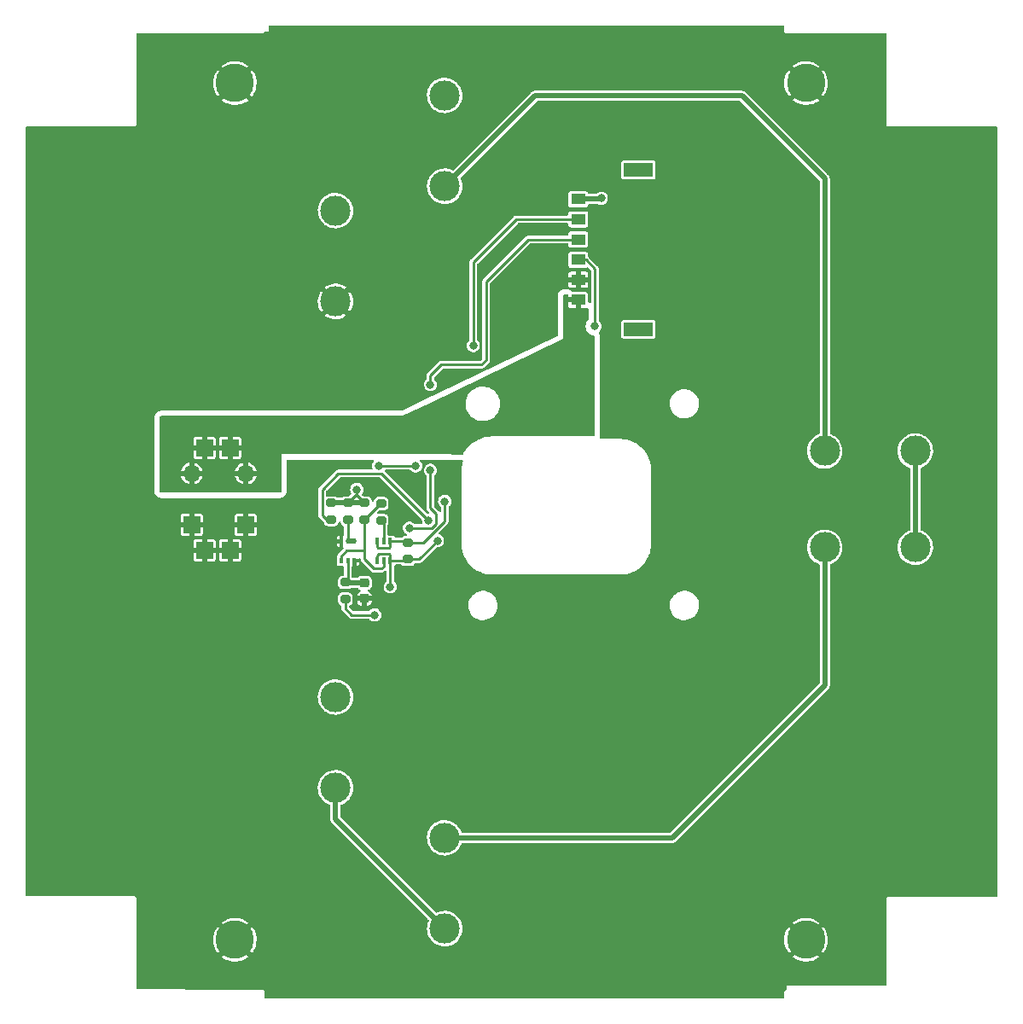
<source format=gbl>
%TF.GenerationSoftware,KiCad,Pcbnew,(6.0.5)*%
%TF.CreationDate,2022-07-09T16:00:03-07:00*%
%TF.ProjectId,solar-panel-side-Z-plus,736f6c61-722d-4706-916e-656c2d736964,rev?*%
%TF.SameCoordinates,Original*%
%TF.FileFunction,Copper,L2,Bot*%
%TF.FilePolarity,Positive*%
%FSLAX46Y46*%
G04 Gerber Fmt 4.6, Leading zero omitted, Abs format (unit mm)*
G04 Created by KiCad (PCBNEW (6.0.5)) date 2022-07-09 16:00:03*
%MOMM*%
%LPD*%
G01*
G04 APERTURE LIST*
G04 Aperture macros list*
%AMRoundRect*
0 Rectangle with rounded corners*
0 $1 Rounding radius*
0 $2 $3 $4 $5 $6 $7 $8 $9 X,Y pos of 4 corners*
0 Add a 4 corners polygon primitive as box body*
4,1,4,$2,$3,$4,$5,$6,$7,$8,$9,$2,$3,0*
0 Add four circle primitives for the rounded corners*
1,1,$1+$1,$2,$3*
1,1,$1+$1,$4,$5*
1,1,$1+$1,$6,$7*
1,1,$1+$1,$8,$9*
0 Add four rect primitives between the rounded corners*
20,1,$1+$1,$2,$3,$4,$5,0*
20,1,$1+$1,$4,$5,$6,$7,0*
20,1,$1+$1,$6,$7,$8,$9,0*
20,1,$1+$1,$8,$9,$2,$3,0*%
G04 Aperture macros list end*
%TA.AperFunction,ComponentPad*%
%ADD10C,3.000000*%
%TD*%
%TA.AperFunction,ComponentPad*%
%ADD11R,1.700000X1.700000*%
%TD*%
%TA.AperFunction,ComponentPad*%
%ADD12O,1.700000X1.700000*%
%TD*%
%TA.AperFunction,ConnectorPad*%
%ADD13C,3.800000*%
%TD*%
%TA.AperFunction,ComponentPad*%
%ADD14C,2.600000*%
%TD*%
%TA.AperFunction,SMDPad,CuDef*%
%ADD15R,1.450000X1.100000*%
%TD*%
%TA.AperFunction,SMDPad,CuDef*%
%ADD16R,2.900000X1.350000*%
%TD*%
%TA.AperFunction,SMDPad,CuDef*%
%ADD17RoundRect,0.200000X0.275000X-0.200000X0.275000X0.200000X-0.275000X0.200000X-0.275000X-0.200000X0*%
%TD*%
%TA.AperFunction,SMDPad,CuDef*%
%ADD18RoundRect,0.200000X-0.275000X0.200000X-0.275000X-0.200000X0.275000X-0.200000X0.275000X0.200000X0*%
%TD*%
%TA.AperFunction,SMDPad,CuDef*%
%ADD19R,0.400000X0.600000*%
%TD*%
%TA.AperFunction,SMDPad,CuDef*%
%ADD20R,0.400000X0.650000*%
%TD*%
%TA.AperFunction,SMDPad,CuDef*%
%ADD21RoundRect,0.225000X-0.250000X0.225000X-0.250000X-0.225000X0.250000X-0.225000X0.250000X0.225000X0*%
%TD*%
%TA.AperFunction,ViaPad*%
%ADD22C,0.800000*%
%TD*%
%TA.AperFunction,Conductor*%
%ADD23C,0.500000*%
%TD*%
%TA.AperFunction,Conductor*%
%ADD24C,0.250000*%
%TD*%
G04 APERTURE END LIST*
D10*
X142575000Y-63555000D03*
X142575000Y-54555000D03*
X131745000Y-65985000D03*
X131745000Y-74985000D03*
D11*
X121285000Y-99695000D03*
X117475000Y-97155000D03*
X118745000Y-99695000D03*
X122845000Y-97155000D03*
D12*
X117475000Y-92075000D03*
D11*
X118745000Y-89535000D03*
X121285000Y-89535000D03*
D12*
X122845000Y-92075000D03*
D10*
X131745000Y-114245000D03*
X131745000Y-123245000D03*
X142575000Y-137215000D03*
X142575000Y-128215000D03*
X180285000Y-99395000D03*
X189285000Y-99395000D03*
X189285000Y-89835000D03*
X180285000Y-89835000D03*
D13*
X121760000Y-138340000D03*
D14*
X121760000Y-138340000D03*
X178434000Y-53340000D03*
D13*
X178434000Y-53340000D03*
X178434000Y-138340000D03*
D14*
X178434000Y-138340000D03*
X121760000Y-53340000D03*
D13*
X121760000Y-53340000D03*
D15*
X155835000Y-64850000D03*
X155835000Y-66850000D03*
X155835000Y-68850000D03*
X155835000Y-70850000D03*
X155835000Y-72850000D03*
X155835000Y-74850000D03*
D16*
X161810000Y-61955000D03*
X161810000Y-77745000D03*
D17*
X138938000Y-100583500D03*
X138938000Y-98933500D03*
D18*
X131318000Y-94996500D03*
X131318000Y-96646500D03*
D17*
X136271000Y-96709500D03*
X136271000Y-95059500D03*
X132715000Y-104520500D03*
X132715000Y-102870500D03*
D18*
X132969000Y-94996500D03*
X132969000Y-96646500D03*
D19*
X132319000Y-98808500D03*
X132969000Y-98808500D03*
X133619000Y-98808500D03*
X133619000Y-100708500D03*
X132969000Y-100708500D03*
X132319000Y-100708500D03*
D18*
X134620000Y-94996500D03*
X134620000Y-96646500D03*
D20*
X135875000Y-98808500D03*
X136525000Y-98808500D03*
X137175000Y-98808500D03*
X137175000Y-100708500D03*
X136525000Y-100708500D03*
X135875000Y-100708500D03*
D21*
X134620000Y-102920500D03*
X134620000Y-104470500D03*
D22*
X133985000Y-78105000D03*
X154368500Y-71818500D03*
X158051500Y-67500500D03*
X129540000Y-73025000D03*
X120650000Y-102235000D03*
X138430000Y-80010000D03*
X158051500Y-69977000D03*
X118110000Y-102235000D03*
X137160000Y-76835000D03*
X140970000Y-80010000D03*
X151638000Y-67881500D03*
X131889500Y-93662500D03*
X137668000Y-95948500D03*
X131635500Y-101727000D03*
X135445500Y-93599000D03*
X125095000Y-98425000D03*
X114300000Y-100330000D03*
X134429500Y-91186000D03*
X125095000Y-100330000D03*
X128905000Y-75565000D03*
X114300000Y-98425000D03*
X131445000Y-71755000D03*
X138938000Y-93599000D03*
X123190000Y-102235000D03*
X114300000Y-96520000D03*
X133985000Y-73025000D03*
X154368500Y-73215500D03*
X129540000Y-78105000D03*
X142875000Y-76835000D03*
X115570000Y-102235000D03*
X116205000Y-99695000D03*
X134620000Y-74930000D03*
X158115000Y-64770000D03*
X133858000Y-93662500D03*
X157480000Y-77470000D03*
X139700000Y-91313000D03*
X136017000Y-91313000D03*
X142584001Y-94832001D03*
X145415000Y-79375000D03*
X139083210Y-97490710D03*
X141160500Y-91757500D03*
X141160500Y-83248500D03*
X140970000Y-96710500D03*
X135636000Y-106108500D03*
X141859000Y-98742500D03*
X137175000Y-103299500D03*
D23*
X131745000Y-126385000D02*
X142575000Y-137215000D01*
X131745000Y-123245000D02*
X131745000Y-126385000D01*
X180285000Y-113085000D02*
X165155000Y-128215000D01*
X165155000Y-128215000D02*
X142575000Y-128215000D01*
X180285000Y-99395000D02*
X180285000Y-113085000D01*
X189285000Y-89835000D02*
X189285000Y-99395000D01*
X180285000Y-62810000D02*
X180285000Y-89835000D01*
X172085000Y-54610000D02*
X180285000Y-62810000D01*
X151520000Y-54610000D02*
X172085000Y-54610000D01*
X142575000Y-63555000D02*
X151520000Y-54610000D01*
X155835000Y-64850000D02*
X158035000Y-64850000D01*
X158035000Y-64850000D02*
X158115000Y-64770000D01*
X134620000Y-94996500D02*
X132969000Y-94996500D01*
X132969000Y-94996500D02*
X131318000Y-94996500D01*
D24*
X133858000Y-93662500D02*
X133858000Y-94107500D01*
X133858000Y-93662500D02*
X133858000Y-94234500D01*
X133858000Y-94107500D02*
X132969000Y-94996500D01*
X133858000Y-94234500D02*
X134620000Y-94996500D01*
X136017000Y-91313000D02*
X136017000Y-91313000D01*
X139700000Y-91313000D02*
X136017000Y-91313000D01*
X156575000Y-70850000D02*
X157480000Y-71755000D01*
X157480000Y-71755000D02*
X157480000Y-77470000D01*
X155835000Y-70850000D02*
X156575000Y-70850000D01*
X137175000Y-99383500D02*
X137099999Y-99458501D01*
X135875000Y-99383500D02*
X135875000Y-98808500D01*
X135950001Y-99458501D02*
X135875000Y-99383500D01*
X138813000Y-98808500D02*
X138938000Y-98933500D01*
X137175000Y-98808500D02*
X138813000Y-98808500D01*
X137175000Y-98808500D02*
X137175000Y-99383500D01*
X137099999Y-99458501D02*
X135950001Y-99458501D01*
X149685000Y-66850000D02*
X145415000Y-71120000D01*
X142584001Y-96805911D02*
X140456412Y-98933500D01*
X142584001Y-94832001D02*
X142584001Y-96805911D01*
X155835000Y-66850000D02*
X149685000Y-66850000D01*
X140456412Y-98933500D02*
X138938000Y-98933500D01*
X145415000Y-71120000D02*
X145415000Y-79375000D01*
X139083210Y-97490710D02*
X139083210Y-97490710D01*
X141160500Y-83248500D02*
X141160500Y-83248500D01*
X139083210Y-97490710D02*
X141262792Y-97490710D01*
X141160500Y-82359500D02*
X141160500Y-83248500D01*
X141262792Y-97490710D02*
X141695001Y-97058501D01*
X146685000Y-80835500D02*
X146240500Y-81280000D01*
X141695001Y-96038501D02*
X141160500Y-95504000D01*
X146240500Y-81280000D02*
X142240000Y-81280000D01*
X146685000Y-73025000D02*
X146685000Y-80645000D01*
X141695001Y-97058501D02*
X141695001Y-96038501D01*
X150860000Y-68850000D02*
X146685000Y-73025000D01*
X141160500Y-95504000D02*
X141160500Y-91757500D01*
X146685000Y-80645000D02*
X146685000Y-80835500D01*
X142240000Y-81280000D02*
X141160500Y-82359500D01*
X155835000Y-68850000D02*
X150860000Y-68850000D01*
D23*
X132765000Y-102920500D02*
X132715000Y-102870500D01*
D24*
X132969000Y-102616500D02*
X132715000Y-102870500D01*
D23*
X134620000Y-102920500D02*
X132765000Y-102920500D01*
D24*
X132969000Y-100708500D02*
X132969000Y-102616500D01*
X136525000Y-100708500D02*
X136525000Y-101283500D01*
X135567598Y-101511100D02*
X134620000Y-100563502D01*
X132859398Y-99733100D02*
X132319000Y-100273498D01*
X136207000Y-95059500D02*
X134620000Y-96646500D01*
X132319000Y-100273498D02*
X132319000Y-100708500D01*
X134620000Y-100563502D02*
X134620000Y-99733100D01*
X134620000Y-99733100D02*
X134620000Y-96646500D01*
X136525000Y-101283500D02*
X136297400Y-101511100D01*
X134620000Y-99733100D02*
X132859398Y-99733100D01*
X136297400Y-101511100D02*
X135567598Y-101511100D01*
X136271000Y-95059500D02*
X136207000Y-95059500D01*
X136271000Y-96709500D02*
X136525000Y-96963500D01*
X136525000Y-96963500D02*
X136525000Y-98808500D01*
X136064999Y-100058499D02*
X135875000Y-100248498D01*
X137099999Y-100058499D02*
X136064999Y-100058499D01*
X141859000Y-98742500D02*
X141859000Y-98742500D01*
X140970000Y-96710500D02*
X140970000Y-96710500D01*
X132715000Y-105473500D02*
X132715000Y-104520500D01*
X140018000Y-100583500D02*
X141859000Y-98742500D01*
X138938000Y-100583500D02*
X140018000Y-100583500D01*
X137175000Y-100133500D02*
X137099999Y-100058499D01*
X133350000Y-106108500D02*
X132715000Y-105473500D01*
X138813000Y-100708500D02*
X138938000Y-100583500D01*
X137175000Y-103299500D02*
X137175000Y-103299500D01*
X135875000Y-100248498D02*
X135875000Y-100708500D01*
X137175000Y-100708500D02*
X138813000Y-100708500D01*
X137175000Y-100708500D02*
X137175000Y-103299500D01*
X132715000Y-104520500D02*
X132715000Y-104482900D01*
X135636000Y-106108500D02*
X133350000Y-106108500D01*
X137175000Y-100708500D02*
X137175000Y-100133500D01*
X131318000Y-96646500D02*
X130873000Y-96646500D01*
X136334500Y-92075000D02*
X140970000Y-96710500D01*
X130873000Y-96646500D02*
X130429000Y-96202500D01*
X130429000Y-93662500D02*
X132016500Y-92075000D01*
X130429000Y-96202500D02*
X130429000Y-93662500D01*
X132016500Y-92075000D02*
X136334500Y-92075000D01*
D23*
X133619000Y-98808500D02*
X132969000Y-98808500D01*
D24*
X132969000Y-96646500D02*
X132969000Y-98808500D01*
%TA.AperFunction,Conductor*%
G36*
X176234031Y-47644213D02*
G01*
X176270576Y-47694513D01*
X176275500Y-47725600D01*
X176275500Y-48104700D01*
X176273531Y-48124505D01*
X176270514Y-48139530D01*
X176275492Y-48164797D01*
X176275500Y-48164848D01*
X176275500Y-48165067D01*
X176280349Y-48189447D01*
X176290087Y-48238867D01*
X176290219Y-48239066D01*
X176290266Y-48239301D01*
X176318326Y-48281296D01*
X176346184Y-48323151D01*
X176346382Y-48323284D01*
X176346516Y-48323484D01*
X176388447Y-48351502D01*
X176430265Y-48379554D01*
X176430500Y-48379601D01*
X176430699Y-48379734D01*
X176440383Y-48381660D01*
X176440385Y-48381661D01*
X176479929Y-48389526D01*
X176480110Y-48389562D01*
X176503858Y-48394331D01*
X176503864Y-48394332D01*
X176504472Y-48394454D01*
X176504685Y-48394454D01*
X176504752Y-48394464D01*
X176520281Y-48397553D01*
X176520283Y-48397553D01*
X176530000Y-48399486D01*
X176539717Y-48397553D01*
X176545031Y-48396496D01*
X176564839Y-48394563D01*
X186335082Y-48412258D01*
X186394179Y-48431578D01*
X186430632Y-48481944D01*
X186435500Y-48512858D01*
X186435500Y-57369025D01*
X186433567Y-57388650D01*
X186430514Y-57404000D01*
X186435500Y-57429067D01*
X186450266Y-57503301D01*
X186506516Y-57587484D01*
X186590699Y-57643734D01*
X186690000Y-57663486D01*
X186699718Y-57661553D01*
X186699719Y-57661553D01*
X186705350Y-57660433D01*
X186724975Y-57658500D01*
X197354891Y-57658500D01*
X197414022Y-57677713D01*
X197450567Y-57728013D01*
X197455491Y-57759103D01*
X197454508Y-95521787D01*
X197453510Y-133909297D01*
X197453509Y-133937303D01*
X197434295Y-133996433D01*
X197383994Y-134032977D01*
X197352909Y-134037900D01*
X186724975Y-134037900D01*
X186705350Y-134035967D01*
X186699719Y-134034847D01*
X186699718Y-134034847D01*
X186690000Y-134032914D01*
X186664933Y-134037900D01*
X186590699Y-134052666D01*
X186506516Y-134108916D01*
X186450266Y-134193099D01*
X186430514Y-134292400D01*
X186432447Y-134302118D01*
X186432447Y-134302119D01*
X186433567Y-134307750D01*
X186435500Y-134327375D01*
X186435500Y-142774400D01*
X186416287Y-142833531D01*
X186365987Y-142870076D01*
X186334900Y-142875000D01*
X176530000Y-142875000D01*
X176530000Y-143195954D01*
X176510787Y-143255085D01*
X176460487Y-143291630D01*
X176449024Y-143294621D01*
X176440419Y-143296332D01*
X176440416Y-143296333D01*
X176430699Y-143298266D01*
X176346516Y-143354516D01*
X176290266Y-143438699D01*
X176270514Y-143538000D01*
X176272447Y-143547718D01*
X176272447Y-143547719D01*
X176273567Y-143553350D01*
X176275500Y-143572975D01*
X176275500Y-144044400D01*
X176256287Y-144103531D01*
X176205987Y-144140076D01*
X176174900Y-144145000D01*
X124815100Y-144145000D01*
X124755969Y-144125787D01*
X124719424Y-144075487D01*
X124714500Y-144044400D01*
X124714500Y-143573375D01*
X124716476Y-143553532D01*
X124717532Y-143548285D01*
X124717532Y-143548284D01*
X124719486Y-143538572D01*
X124714512Y-143513276D01*
X124714500Y-143513195D01*
X124714500Y-143512933D01*
X124709671Y-143488655D01*
X124699952Y-143439228D01*
X124699791Y-143438986D01*
X124699734Y-143438699D01*
X124671702Y-143396747D01*
X124649357Y-143363144D01*
X124649355Y-143363142D01*
X124643888Y-143354921D01*
X124643646Y-143354759D01*
X124643484Y-143354516D01*
X124601506Y-143326467D01*
X124559829Y-143298486D01*
X124559545Y-143298429D01*
X124559301Y-143298266D01*
X124549657Y-143296348D01*
X124549655Y-143296347D01*
X124509836Y-143288427D01*
X124509618Y-143288383D01*
X124504555Y-143287364D01*
X124485628Y-143283556D01*
X124485361Y-143283555D01*
X124485296Y-143283545D01*
X124460000Y-143278514D01*
X124445037Y-143281490D01*
X124425192Y-143283423D01*
X121622598Y-143277244D01*
X112114878Y-143256281D01*
X112055790Y-143236938D01*
X112019355Y-143186557D01*
X112014500Y-143155681D01*
X112014500Y-140033572D01*
X120431562Y-140033572D01*
X120432024Y-140036489D01*
X120434254Y-140039287D01*
X120488323Y-140084496D01*
X120493858Y-140088517D01*
X120736842Y-140240941D01*
X120742870Y-140244173D01*
X121004305Y-140362216D01*
X121010701Y-140364595D01*
X121285727Y-140446060D01*
X121292421Y-140447556D01*
X121575943Y-140490942D01*
X121582764Y-140491515D01*
X121869571Y-140496020D01*
X121876401Y-140495662D01*
X122161163Y-140461202D01*
X122167872Y-140459923D01*
X122445332Y-140387132D01*
X122451808Y-140384952D01*
X122716813Y-140275184D01*
X122722941Y-140272142D01*
X122970595Y-140127425D01*
X122976255Y-140123579D01*
X123080366Y-140041945D01*
X123085992Y-140033572D01*
X177105562Y-140033572D01*
X177106024Y-140036489D01*
X177108254Y-140039287D01*
X177162323Y-140084496D01*
X177167858Y-140088517D01*
X177410842Y-140240941D01*
X177416870Y-140244173D01*
X177678305Y-140362216D01*
X177684701Y-140364595D01*
X177959727Y-140446060D01*
X177966421Y-140447556D01*
X178249943Y-140490942D01*
X178256764Y-140491515D01*
X178543571Y-140496020D01*
X178550401Y-140495662D01*
X178835163Y-140461202D01*
X178841872Y-140459923D01*
X179119332Y-140387132D01*
X179125808Y-140384952D01*
X179390813Y-140275184D01*
X179396941Y-140272142D01*
X179644595Y-140127425D01*
X179650255Y-140123579D01*
X179754366Y-140041945D01*
X179761925Y-140030695D01*
X179761848Y-140028590D01*
X179759146Y-140024356D01*
X178445268Y-138710478D01*
X178433189Y-138704323D01*
X178428077Y-138705133D01*
X177111717Y-140021493D01*
X177105562Y-140033572D01*
X123085992Y-140033572D01*
X123087925Y-140030695D01*
X123087848Y-140028590D01*
X123085146Y-140024356D01*
X121771268Y-138710478D01*
X121759189Y-138704323D01*
X121754077Y-138705133D01*
X120437717Y-140021493D01*
X120431562Y-140033572D01*
X112014500Y-140033572D01*
X112014500Y-138320819D01*
X119601283Y-138320819D01*
X119617795Y-138607176D01*
X119618652Y-138613962D01*
X119673874Y-138895433D01*
X119675646Y-138902046D01*
X119768558Y-139173420D01*
X119771204Y-139179715D01*
X119900092Y-139435979D01*
X119903570Y-139441860D01*
X120055587Y-139663046D01*
X120066340Y-139671297D01*
X120066743Y-139671308D01*
X120073505Y-139667285D01*
X121389522Y-138351268D01*
X121394850Y-138340811D01*
X122124323Y-138340811D01*
X122125133Y-138345923D01*
X123441714Y-139662504D01*
X123453793Y-139668659D01*
X123455034Y-139668462D01*
X123459951Y-139664285D01*
X123580907Y-139499624D01*
X123584564Y-139493862D01*
X123721434Y-139241779D01*
X123724283Y-139235556D01*
X123825672Y-138967238D01*
X123827650Y-138960685D01*
X123891689Y-138681080D01*
X123892756Y-138674342D01*
X123918383Y-138387182D01*
X123918580Y-138383232D01*
X123919012Y-138341974D01*
X123918899Y-138338036D01*
X123899289Y-138050396D01*
X123898364Y-138043640D01*
X123840196Y-137762752D01*
X123838355Y-137756161D01*
X123742604Y-137485767D01*
X123739894Y-137479506D01*
X123608333Y-137224610D01*
X123604788Y-137218757D01*
X123463576Y-137017832D01*
X123452738Y-137009694D01*
X123452049Y-137009684D01*
X123445711Y-137013499D01*
X122130478Y-138328732D01*
X122124323Y-138340811D01*
X121394850Y-138340811D01*
X121395677Y-138339189D01*
X121394867Y-138334077D01*
X120077656Y-137016866D01*
X120065577Y-137010711D01*
X120064618Y-137010863D01*
X120059362Y-137015376D01*
X119927050Y-137199507D01*
X119923453Y-137205308D01*
X119789224Y-137458823D01*
X119786450Y-137465052D01*
X119687870Y-137734435D01*
X119685965Y-137740991D01*
X119624857Y-138021258D01*
X119623859Y-138028015D01*
X119601354Y-138313970D01*
X119601283Y-138320819D01*
X112014500Y-138320819D01*
X112014500Y-136649205D01*
X120432041Y-136649205D01*
X120432154Y-136651591D01*
X120434619Y-136655409D01*
X121748732Y-137969522D01*
X121760811Y-137975677D01*
X121765923Y-137974867D01*
X123081900Y-136658890D01*
X123088055Y-136646811D01*
X123087637Y-136644173D01*
X123085087Y-136641008D01*
X123013338Y-136582282D01*
X123007769Y-136578324D01*
X122763190Y-136428446D01*
X122757137Y-136425281D01*
X122494479Y-136309982D01*
X122488051Y-136307668D01*
X122212188Y-136229087D01*
X122205491Y-136227663D01*
X121921511Y-136187247D01*
X121914709Y-136186747D01*
X121627853Y-136185245D01*
X121621037Y-136185674D01*
X121336650Y-136223115D01*
X121329944Y-136224467D01*
X121053274Y-136300155D01*
X121046813Y-136302405D01*
X120782973Y-136414943D01*
X120776876Y-136418050D01*
X120530751Y-136565353D01*
X120525137Y-136569254D01*
X120439484Y-136637875D01*
X120432041Y-136649205D01*
X112014500Y-136649205D01*
X112014500Y-134299375D01*
X112016433Y-134279750D01*
X112017553Y-134274119D01*
X112017553Y-134274118D01*
X112019486Y-134264400D01*
X112005304Y-134193099D01*
X111999734Y-134165099D01*
X111943484Y-134080916D01*
X111859301Y-134024666D01*
X111760000Y-134004914D01*
X111750282Y-134006847D01*
X111750281Y-134006847D01*
X111744650Y-134007967D01*
X111725025Y-134009900D01*
X101095109Y-134009900D01*
X101035978Y-133990687D01*
X100999433Y-133940387D01*
X100994509Y-133909297D01*
X100994787Y-123198944D01*
X129986183Y-123198944D01*
X129998694Y-123459419D01*
X130049569Y-123715185D01*
X130137690Y-123960621D01*
X130261120Y-124190336D01*
X130263350Y-124193322D01*
X130263353Y-124193327D01*
X130347980Y-124306655D01*
X130417149Y-124399283D01*
X130602348Y-124582873D01*
X130715701Y-124665987D01*
X130809641Y-124734868D01*
X130809646Y-124734871D01*
X130812649Y-124737073D01*
X130815947Y-124738808D01*
X131040127Y-124856755D01*
X131040131Y-124856757D01*
X131043433Y-124858494D01*
X131046960Y-124859726D01*
X131046963Y-124859727D01*
X131173067Y-124903764D01*
X131222558Y-124941397D01*
X131240500Y-124998739D01*
X131240500Y-126317215D01*
X131239073Y-126329989D01*
X131239111Y-126329992D01*
X131238537Y-126337130D01*
X131236954Y-126344124D01*
X131237398Y-126351279D01*
X131240307Y-126398172D01*
X131240500Y-126404401D01*
X131240500Y-126421226D01*
X131241007Y-126424764D01*
X131241008Y-126424781D01*
X131242110Y-126432475D01*
X131242933Y-126440504D01*
X131245902Y-126488359D01*
X131249386Y-126498010D01*
X131254345Y-126517901D01*
X131254783Y-126520962D01*
X131254784Y-126520965D01*
X131255799Y-126528052D01*
X131258763Y-126534572D01*
X131258764Y-126534574D01*
X131275644Y-126571701D01*
X131278688Y-126579178D01*
X131280915Y-126585347D01*
X131294972Y-126624284D01*
X131299200Y-126630071D01*
X131301021Y-126632564D01*
X131311366Y-126650267D01*
X131315612Y-126659605D01*
X131346920Y-126695939D01*
X131351928Y-126702247D01*
X131358183Y-126710810D01*
X131358187Y-126710814D01*
X131360473Y-126713944D01*
X131372006Y-126725477D01*
X131377082Y-126730944D01*
X131405267Y-126763655D01*
X131405270Y-126763658D01*
X131409944Y-126769082D01*
X131415958Y-126772980D01*
X131415959Y-126772981D01*
X131417142Y-126773748D01*
X131433559Y-126787030D01*
X140975964Y-136329435D01*
X141004190Y-136384833D01*
X140997603Y-136439472D01*
X140906500Y-136656728D01*
X140842310Y-136909480D01*
X140841936Y-136913191D01*
X140841936Y-136913193D01*
X140831497Y-137016866D01*
X140816183Y-137168944D01*
X140816362Y-137172674D01*
X140816362Y-137172679D01*
X140822697Y-137304562D01*
X140828694Y-137429419D01*
X140879569Y-137685185D01*
X140880831Y-137688700D01*
X140907419Y-137762752D01*
X140967690Y-137930621D01*
X141091120Y-138160336D01*
X141093350Y-138163322D01*
X141093353Y-138163327D01*
X141225888Y-138340811D01*
X141247149Y-138369283D01*
X141432348Y-138552873D01*
X141545701Y-138635987D01*
X141639641Y-138704868D01*
X141639646Y-138704871D01*
X141642649Y-138707073D01*
X141645947Y-138708808D01*
X141870127Y-138826755D01*
X141870131Y-138826757D01*
X141873433Y-138828494D01*
X141876960Y-138829726D01*
X141876963Y-138829727D01*
X142065118Y-138895433D01*
X142119629Y-138914469D01*
X142375828Y-138963110D01*
X142379557Y-138963256D01*
X142379561Y-138963257D01*
X142545618Y-138969781D01*
X142636403Y-138973348D01*
X142729885Y-138963110D01*
X142891916Y-138945365D01*
X142891921Y-138945364D01*
X142895629Y-138944958D01*
X143016114Y-138913237D01*
X143144204Y-138879514D01*
X143144208Y-138879512D01*
X143147811Y-138878564D01*
X143387410Y-138775625D01*
X143609161Y-138638401D01*
X143638030Y-138613962D01*
X143805339Y-138472324D01*
X143808194Y-138469907D01*
X143894138Y-138371906D01*
X143938940Y-138320819D01*
X176275283Y-138320819D01*
X176291795Y-138607176D01*
X176292652Y-138613962D01*
X176347874Y-138895433D01*
X176349646Y-138902046D01*
X176442558Y-139173420D01*
X176445204Y-139179715D01*
X176574092Y-139435979D01*
X176577570Y-139441860D01*
X176729587Y-139663046D01*
X176740340Y-139671297D01*
X176740743Y-139671308D01*
X176747505Y-139667285D01*
X178063522Y-138351268D01*
X178068850Y-138340811D01*
X178798323Y-138340811D01*
X178799133Y-138345923D01*
X180115714Y-139662504D01*
X180127793Y-139668659D01*
X180129034Y-139668462D01*
X180133951Y-139664285D01*
X180254907Y-139499624D01*
X180258564Y-139493862D01*
X180395434Y-139241779D01*
X180398283Y-139235556D01*
X180499672Y-138967238D01*
X180501650Y-138960685D01*
X180565689Y-138681080D01*
X180566756Y-138674342D01*
X180592383Y-138387182D01*
X180592580Y-138383232D01*
X180593012Y-138341974D01*
X180592899Y-138338036D01*
X180573289Y-138050396D01*
X180572364Y-138043640D01*
X180514196Y-137762752D01*
X180512355Y-137756161D01*
X180416604Y-137485767D01*
X180413894Y-137479506D01*
X180282333Y-137224610D01*
X180278788Y-137218757D01*
X180137576Y-137017832D01*
X180126738Y-137009694D01*
X180126049Y-137009684D01*
X180119711Y-137013499D01*
X178804478Y-138328732D01*
X178798323Y-138340811D01*
X178068850Y-138340811D01*
X178069677Y-138339189D01*
X178068867Y-138334077D01*
X176751656Y-137016866D01*
X176739577Y-137010711D01*
X176738618Y-137010863D01*
X176733362Y-137015376D01*
X176601050Y-137199507D01*
X176597453Y-137205308D01*
X176463224Y-137458823D01*
X176460450Y-137465052D01*
X176361870Y-137734435D01*
X176359965Y-137740991D01*
X176298857Y-138021258D01*
X176297859Y-138028015D01*
X176275354Y-138313970D01*
X176275283Y-138320819D01*
X143938940Y-138320819D01*
X143977671Y-138276655D01*
X143977673Y-138276653D01*
X143980135Y-138273845D01*
X143982153Y-138270707D01*
X143982158Y-138270701D01*
X144119183Y-138057672D01*
X144119186Y-138057667D01*
X144121208Y-138054523D01*
X144122743Y-138051116D01*
X144122746Y-138051110D01*
X144226780Y-137820163D01*
X144226781Y-137820160D01*
X144228314Y-137816757D01*
X144299099Y-137565772D01*
X144310074Y-137479506D01*
X144331691Y-137309582D01*
X144331691Y-137309579D01*
X144332009Y-137307081D01*
X144334420Y-137215000D01*
X144315094Y-136954941D01*
X144305648Y-136913193D01*
X144258367Y-136704240D01*
X144258366Y-136704237D01*
X144257542Y-136700595D01*
X144256192Y-136697122D01*
X144256189Y-136697114D01*
X144237558Y-136649205D01*
X177106041Y-136649205D01*
X177106154Y-136651591D01*
X177108619Y-136655409D01*
X178422732Y-137969522D01*
X178434811Y-137975677D01*
X178439923Y-137974867D01*
X179755900Y-136658890D01*
X179762055Y-136646811D01*
X179761637Y-136644173D01*
X179759087Y-136641008D01*
X179687338Y-136582282D01*
X179681769Y-136578324D01*
X179437190Y-136428446D01*
X179431137Y-136425281D01*
X179168479Y-136309982D01*
X179162051Y-136307668D01*
X178886188Y-136229087D01*
X178879491Y-136227663D01*
X178595511Y-136187247D01*
X178588709Y-136186747D01*
X178301853Y-136185245D01*
X178295037Y-136185674D01*
X178010650Y-136223115D01*
X178003944Y-136224467D01*
X177727274Y-136300155D01*
X177720813Y-136302405D01*
X177456973Y-136414943D01*
X177450876Y-136418050D01*
X177204751Y-136565353D01*
X177199137Y-136569254D01*
X177113484Y-136637875D01*
X177106041Y-136649205D01*
X144237558Y-136649205D01*
X144164381Y-136461032D01*
X144163027Y-136457550D01*
X144033625Y-136231145D01*
X143872180Y-136026353D01*
X143682239Y-135847674D01*
X143679182Y-135845554D01*
X143679178Y-135845550D01*
X143565977Y-135767020D01*
X143467973Y-135699032D01*
X143234090Y-135583694D01*
X143230538Y-135582557D01*
X143230533Y-135582555D01*
X143109909Y-135543943D01*
X142985728Y-135504193D01*
X142728344Y-135462275D01*
X142724602Y-135462226D01*
X142695905Y-135461850D01*
X142467590Y-135458862D01*
X142357620Y-135473828D01*
X142212898Y-135493524D01*
X142212896Y-135493524D01*
X142209196Y-135494028D01*
X142205613Y-135495072D01*
X142205610Y-135495073D01*
X142174321Y-135504193D01*
X141958838Y-135567000D01*
X141804602Y-135638104D01*
X141742860Y-135645412D01*
X141691351Y-135617880D01*
X134242415Y-128168944D01*
X140816183Y-128168944D01*
X140828694Y-128429419D01*
X140879569Y-128685185D01*
X140880831Y-128688700D01*
X140893163Y-128723046D01*
X140967690Y-128930621D01*
X141091120Y-129160336D01*
X141093350Y-129163322D01*
X141093353Y-129163327D01*
X141177980Y-129276655D01*
X141247149Y-129369283D01*
X141432348Y-129552873D01*
X141545701Y-129635987D01*
X141639641Y-129704868D01*
X141639646Y-129704871D01*
X141642649Y-129707073D01*
X141645947Y-129708808D01*
X141870127Y-129826755D01*
X141870131Y-129826757D01*
X141873433Y-129828494D01*
X141876960Y-129829726D01*
X141876963Y-129829727D01*
X142116101Y-129913237D01*
X142119629Y-129914469D01*
X142375828Y-129963110D01*
X142379557Y-129963256D01*
X142379561Y-129963257D01*
X142545618Y-129969781D01*
X142636403Y-129973348D01*
X142729885Y-129963110D01*
X142891916Y-129945365D01*
X142891921Y-129945364D01*
X142895629Y-129944958D01*
X143016114Y-129913237D01*
X143144204Y-129879514D01*
X143144208Y-129879512D01*
X143147811Y-129878564D01*
X143387410Y-129775625D01*
X143609161Y-129638401D01*
X143808194Y-129469907D01*
X143894138Y-129371906D01*
X143977671Y-129276655D01*
X143977673Y-129276653D01*
X143980135Y-129273845D01*
X143982153Y-129270707D01*
X143982158Y-129270701D01*
X144119183Y-129057672D01*
X144119186Y-129057667D01*
X144121208Y-129054523D01*
X144122743Y-129051116D01*
X144122746Y-129051110D01*
X144226780Y-128820163D01*
X144226781Y-128820160D01*
X144228314Y-128816757D01*
X144235073Y-128792793D01*
X144269612Y-128741098D01*
X144331895Y-128719500D01*
X165087215Y-128719500D01*
X165099989Y-128720927D01*
X165099992Y-128720889D01*
X165107130Y-128721463D01*
X165114124Y-128723046D01*
X165168172Y-128719693D01*
X165174401Y-128719500D01*
X165191226Y-128719500D01*
X165194764Y-128718993D01*
X165194781Y-128718992D01*
X165202475Y-128717890D01*
X165210504Y-128717067D01*
X165251204Y-128714542D01*
X165251205Y-128714542D01*
X165258359Y-128714098D01*
X165268010Y-128710614D01*
X165287901Y-128705655D01*
X165290962Y-128705217D01*
X165290965Y-128705216D01*
X165298052Y-128704201D01*
X165304572Y-128701237D01*
X165304574Y-128701236D01*
X165341701Y-128684356D01*
X165349178Y-128681312D01*
X165367754Y-128674606D01*
X165394284Y-128665028D01*
X165402564Y-128658979D01*
X165420267Y-128648634D01*
X165423080Y-128647355D01*
X165423082Y-128647354D01*
X165429605Y-128644388D01*
X165465939Y-128613080D01*
X165472247Y-128608072D01*
X165480810Y-128601817D01*
X165480814Y-128601813D01*
X165483944Y-128599527D01*
X165495477Y-128587994D01*
X165500944Y-128582918D01*
X165533655Y-128554733D01*
X165533658Y-128554730D01*
X165539082Y-128550056D01*
X165542981Y-128544041D01*
X165543748Y-128542858D01*
X165557030Y-128526441D01*
X180593803Y-113489668D01*
X180603845Y-113481645D01*
X180603820Y-113481616D01*
X180609276Y-113476972D01*
X180615339Y-113473147D01*
X180651186Y-113432558D01*
X180655453Y-113428018D01*
X180667351Y-113416120D01*
X180674169Y-113407023D01*
X180679258Y-113400773D01*
X180711001Y-113364830D01*
X180715362Y-113355541D01*
X180725920Y-113337971D01*
X180727769Y-113335504D01*
X180727771Y-113335500D01*
X180732070Y-113329764D01*
X180748902Y-113284866D01*
X180752037Y-113277427D01*
X180769371Y-113240506D01*
X180772417Y-113234018D01*
X180773519Y-113226941D01*
X180773520Y-113226937D01*
X180773994Y-113223889D01*
X180779200Y-113204044D01*
X180780284Y-113201154D01*
X180780284Y-113201153D01*
X180782798Y-113194448D01*
X180786352Y-113146633D01*
X180787270Y-113138631D01*
X180789500Y-113124303D01*
X180789500Y-113107984D01*
X180789777Y-113100529D01*
X180792976Y-113057480D01*
X180793507Y-113050334D01*
X180792011Y-113043324D01*
X180791717Y-113041945D01*
X180789500Y-113020943D01*
X180789500Y-101153550D01*
X180808713Y-101094419D01*
X180856818Y-101058825D01*
X180857811Y-101058564D01*
X180868984Y-101053764D01*
X181081829Y-100962319D01*
X181097410Y-100955625D01*
X181319161Y-100818401D01*
X181335039Y-100804960D01*
X181515339Y-100652324D01*
X181518194Y-100649907D01*
X181571998Y-100588555D01*
X181687671Y-100456655D01*
X181687673Y-100456653D01*
X181690135Y-100453845D01*
X181692153Y-100450707D01*
X181692158Y-100450701D01*
X181829183Y-100237672D01*
X181829186Y-100237667D01*
X181831208Y-100234523D01*
X181832743Y-100231116D01*
X181832746Y-100231110D01*
X181936780Y-100000163D01*
X181936781Y-100000160D01*
X181938314Y-99996757D01*
X181996923Y-99788945D01*
X182008086Y-99749365D01*
X182008087Y-99749361D01*
X182009099Y-99745772D01*
X182014007Y-99707196D01*
X182041691Y-99489582D01*
X182041691Y-99489579D01*
X182042009Y-99487081D01*
X182042916Y-99452461D01*
X182044354Y-99397522D01*
X182044354Y-99397521D01*
X182044420Y-99395000D01*
X182040997Y-99348944D01*
X187526183Y-99348944D01*
X187526362Y-99352674D01*
X187526362Y-99352679D01*
X187537665Y-99587999D01*
X187538694Y-99609419D01*
X187589569Y-99865185D01*
X187590831Y-99868700D01*
X187673453Y-100098819D01*
X187677690Y-100110621D01*
X187801120Y-100340336D01*
X187803350Y-100343322D01*
X187803353Y-100343327D01*
X187954233Y-100545378D01*
X187957149Y-100549283D01*
X188142348Y-100732873D01*
X188240662Y-100804960D01*
X188349641Y-100884868D01*
X188349646Y-100884871D01*
X188352649Y-100887073D01*
X188367119Y-100894686D01*
X188580127Y-101006755D01*
X188580131Y-101006757D01*
X188583433Y-101008494D01*
X188586960Y-101009726D01*
X188586963Y-101009727D01*
X188820832Y-101091397D01*
X188829629Y-101094469D01*
X189085828Y-101143110D01*
X189089557Y-101143256D01*
X189089561Y-101143257D01*
X189255618Y-101149781D01*
X189346403Y-101153348D01*
X189439885Y-101143110D01*
X189601916Y-101125365D01*
X189601921Y-101125364D01*
X189605629Y-101124958D01*
X189733103Y-101091397D01*
X189854204Y-101059514D01*
X189854208Y-101059512D01*
X189857811Y-101058564D01*
X190097410Y-100955625D01*
X190319161Y-100818401D01*
X190335039Y-100804960D01*
X190515339Y-100652324D01*
X190518194Y-100649907D01*
X190571998Y-100588555D01*
X190687671Y-100456655D01*
X190687673Y-100456653D01*
X190690135Y-100453845D01*
X190692153Y-100450707D01*
X190692158Y-100450701D01*
X190829183Y-100237672D01*
X190829186Y-100237667D01*
X190831208Y-100234523D01*
X190832743Y-100231116D01*
X190832746Y-100231110D01*
X190936780Y-100000163D01*
X190936781Y-100000160D01*
X190938314Y-99996757D01*
X190996923Y-99788945D01*
X191008086Y-99749365D01*
X191008087Y-99749361D01*
X191009099Y-99745772D01*
X191014007Y-99707196D01*
X191041691Y-99489582D01*
X191041691Y-99489579D01*
X191042009Y-99487081D01*
X191042916Y-99452461D01*
X191044354Y-99397522D01*
X191044354Y-99397521D01*
X191044420Y-99395000D01*
X191025094Y-99134941D01*
X191023655Y-99128578D01*
X190968367Y-98884240D01*
X190968366Y-98884237D01*
X190967542Y-98880595D01*
X190966192Y-98877122D01*
X190966189Y-98877114D01*
X190874381Y-98641032D01*
X190873027Y-98637550D01*
X190743625Y-98411145D01*
X190582180Y-98206353D01*
X190546517Y-98172804D01*
X190394957Y-98030231D01*
X190392239Y-98027674D01*
X190389182Y-98025554D01*
X190389178Y-98025550D01*
X190261503Y-97936979D01*
X190177973Y-97879032D01*
X189944090Y-97763694D01*
X189940538Y-97762557D01*
X189940533Y-97762555D01*
X189886371Y-97745218D01*
X189859430Y-97736595D01*
X189808972Y-97700270D01*
X189789500Y-97640784D01*
X189789500Y-91593550D01*
X189808713Y-91534419D01*
X189856818Y-91498825D01*
X189857811Y-91498564D01*
X189868984Y-91493764D01*
X190093979Y-91397099D01*
X190093978Y-91397099D01*
X190097410Y-91395625D01*
X190319161Y-91258401D01*
X190369027Y-91216187D01*
X190515339Y-91092324D01*
X190518194Y-91089907D01*
X190595774Y-91001444D01*
X190687671Y-90896655D01*
X190687673Y-90896653D01*
X190690135Y-90893845D01*
X190692153Y-90890707D01*
X190692158Y-90890701D01*
X190829183Y-90677672D01*
X190829186Y-90677667D01*
X190831208Y-90674523D01*
X190832743Y-90671116D01*
X190832746Y-90671110D01*
X190936780Y-90440163D01*
X190936781Y-90440160D01*
X190938314Y-90436757D01*
X191009099Y-90185772D01*
X191011104Y-90170013D01*
X191041691Y-89929582D01*
X191041691Y-89929579D01*
X191042009Y-89927081D01*
X191044420Y-89835000D01*
X191025094Y-89574941D01*
X191015648Y-89533193D01*
X190968367Y-89324240D01*
X190968366Y-89324237D01*
X190967542Y-89320595D01*
X190966192Y-89317122D01*
X190966189Y-89317114D01*
X190874381Y-89081032D01*
X190873027Y-89077550D01*
X190743625Y-88851145D01*
X190582180Y-88646353D01*
X190579219Y-88643567D01*
X190394957Y-88470231D01*
X190392239Y-88467674D01*
X190389182Y-88465554D01*
X190389178Y-88465550D01*
X190275977Y-88387020D01*
X190177973Y-88319032D01*
X189944090Y-88203694D01*
X189940538Y-88202557D01*
X189940533Y-88202555D01*
X189819909Y-88163944D01*
X189695728Y-88124193D01*
X189438344Y-88082275D01*
X189434602Y-88082226D01*
X189405905Y-88081850D01*
X189177590Y-88078862D01*
X189067620Y-88093828D01*
X188922898Y-88113524D01*
X188922896Y-88113524D01*
X188919196Y-88114028D01*
X188915613Y-88115072D01*
X188915610Y-88115073D01*
X188884321Y-88124193D01*
X188668838Y-88187000D01*
X188665456Y-88188559D01*
X188665451Y-88188561D01*
X188629040Y-88205347D01*
X188432016Y-88296177D01*
X188428895Y-88298223D01*
X188428890Y-88298226D01*
X188273459Y-88400131D01*
X188213933Y-88439158D01*
X188019379Y-88612804D01*
X188016987Y-88615680D01*
X187855016Y-88810429D01*
X187855011Y-88810436D01*
X187852629Y-88813300D01*
X187717345Y-89036240D01*
X187616500Y-89276728D01*
X187552310Y-89529480D01*
X187551936Y-89533191D01*
X187551936Y-89533193D01*
X187540038Y-89651356D01*
X187526183Y-89788944D01*
X187526362Y-89792674D01*
X187526362Y-89792679D01*
X187531608Y-89901889D01*
X187538694Y-90049419D01*
X187589569Y-90305185D01*
X187590831Y-90308700D01*
X187643292Y-90454814D01*
X187677690Y-90550621D01*
X187801120Y-90780336D01*
X187803350Y-90783322D01*
X187803353Y-90783327D01*
X187954919Y-90986297D01*
X187957149Y-90989283D01*
X188142348Y-91172873D01*
X188206820Y-91220146D01*
X188349641Y-91324868D01*
X188349646Y-91324871D01*
X188352649Y-91327073D01*
X188423234Y-91364209D01*
X188580127Y-91446755D01*
X188580131Y-91446757D01*
X188583433Y-91448494D01*
X188586960Y-91449726D01*
X188586963Y-91449727D01*
X188713067Y-91493764D01*
X188762558Y-91531397D01*
X188780500Y-91588739D01*
X188780500Y-97638990D01*
X188761287Y-97698121D01*
X188708050Y-97735571D01*
X188668838Y-97747000D01*
X188665452Y-97748561D01*
X188665447Y-97748563D01*
X188632626Y-97763694D01*
X188432016Y-97856177D01*
X188428895Y-97858223D01*
X188428890Y-97858226D01*
X188326131Y-97925598D01*
X188213933Y-97999158D01*
X188019379Y-98172804D01*
X188016987Y-98175680D01*
X187855016Y-98370429D01*
X187855011Y-98370436D01*
X187852629Y-98373300D01*
X187717345Y-98596240D01*
X187616500Y-98836728D01*
X187598619Y-98907137D01*
X187556292Y-99073802D01*
X187552310Y-99089480D01*
X187551936Y-99093191D01*
X187551936Y-99093193D01*
X187526783Y-99342989D01*
X187526183Y-99348944D01*
X182040997Y-99348944D01*
X182025094Y-99134941D01*
X182023655Y-99128578D01*
X181968367Y-98884240D01*
X181968366Y-98884237D01*
X181967542Y-98880595D01*
X181966192Y-98877122D01*
X181966189Y-98877114D01*
X181874381Y-98641032D01*
X181873027Y-98637550D01*
X181743625Y-98411145D01*
X181582180Y-98206353D01*
X181546517Y-98172804D01*
X181394957Y-98030231D01*
X181392239Y-98027674D01*
X181389182Y-98025554D01*
X181389178Y-98025550D01*
X181261503Y-97936979D01*
X181177973Y-97879032D01*
X180944090Y-97763694D01*
X180940538Y-97762557D01*
X180940533Y-97762555D01*
X180819909Y-97723943D01*
X180695728Y-97684193D01*
X180438344Y-97642275D01*
X180434602Y-97642226D01*
X180405905Y-97641850D01*
X180177590Y-97638862D01*
X180067620Y-97653828D01*
X179922898Y-97673524D01*
X179922896Y-97673524D01*
X179919196Y-97674028D01*
X179915613Y-97675072D01*
X179915610Y-97675073D01*
X179884321Y-97684193D01*
X179668838Y-97747000D01*
X179665456Y-97748559D01*
X179665451Y-97748561D01*
X179629040Y-97765347D01*
X179432016Y-97856177D01*
X179428895Y-97858223D01*
X179428890Y-97858226D01*
X179326131Y-97925598D01*
X179213933Y-97999158D01*
X179019379Y-98172804D01*
X179016987Y-98175680D01*
X178855016Y-98370429D01*
X178855011Y-98370436D01*
X178852629Y-98373300D01*
X178717345Y-98596240D01*
X178616500Y-98836728D01*
X178598619Y-98907137D01*
X178556292Y-99073802D01*
X178552310Y-99089480D01*
X178551936Y-99093191D01*
X178551936Y-99093193D01*
X178526783Y-99342989D01*
X178526183Y-99348944D01*
X178526362Y-99352674D01*
X178526362Y-99352679D01*
X178537665Y-99587999D01*
X178538694Y-99609419D01*
X178589569Y-99865185D01*
X178590831Y-99868700D01*
X178673453Y-100098819D01*
X178677690Y-100110621D01*
X178801120Y-100340336D01*
X178803350Y-100343322D01*
X178803353Y-100343327D01*
X178954233Y-100545378D01*
X178957149Y-100549283D01*
X179142348Y-100732873D01*
X179240662Y-100804960D01*
X179349641Y-100884868D01*
X179349646Y-100884871D01*
X179352649Y-100887073D01*
X179367119Y-100894686D01*
X179580127Y-101006755D01*
X179580131Y-101006757D01*
X179583433Y-101008494D01*
X179586960Y-101009726D01*
X179586963Y-101009727D01*
X179713067Y-101053764D01*
X179762558Y-101091397D01*
X179780500Y-101148739D01*
X179780500Y-112834359D01*
X179761287Y-112893490D01*
X179751035Y-112905494D01*
X164975494Y-127681035D01*
X164920096Y-127709261D01*
X164904359Y-127710500D01*
X144330212Y-127710500D01*
X144271081Y-127691287D01*
X144236452Y-127646361D01*
X144164381Y-127461032D01*
X144163027Y-127457550D01*
X144033625Y-127231145D01*
X143872180Y-127026353D01*
X143836517Y-126992804D01*
X143684957Y-126850231D01*
X143682239Y-126847674D01*
X143679182Y-126845554D01*
X143679178Y-126845550D01*
X143506093Y-126725477D01*
X143467973Y-126699032D01*
X143234090Y-126583694D01*
X143230538Y-126582557D01*
X143230533Y-126582555D01*
X143109909Y-126543944D01*
X142985728Y-126504193D01*
X142728344Y-126462275D01*
X142724602Y-126462226D01*
X142695905Y-126461850D01*
X142467590Y-126458862D01*
X142357620Y-126473828D01*
X142212898Y-126493524D01*
X142212896Y-126493524D01*
X142209196Y-126494028D01*
X142205613Y-126495072D01*
X142205610Y-126495073D01*
X142092464Y-126528052D01*
X141958838Y-126567000D01*
X141955456Y-126568559D01*
X141955451Y-126568561D01*
X141919040Y-126585347D01*
X141722016Y-126676177D01*
X141718895Y-126678223D01*
X141718890Y-126678226D01*
X141638482Y-126730944D01*
X141503933Y-126819158D01*
X141309379Y-126992804D01*
X141306987Y-126995680D01*
X141145016Y-127190429D01*
X141145011Y-127190436D01*
X141142629Y-127193300D01*
X141007345Y-127416240D01*
X140906500Y-127656728D01*
X140842310Y-127909480D01*
X140816183Y-128168944D01*
X134242415Y-128168944D01*
X132278965Y-126205494D01*
X132250739Y-126150096D01*
X132249500Y-126134359D01*
X132249500Y-125003550D01*
X132268713Y-124944419D01*
X132316818Y-124908825D01*
X132317811Y-124908564D01*
X132328984Y-124903764D01*
X132553979Y-124807099D01*
X132553978Y-124807099D01*
X132557410Y-124805625D01*
X132779161Y-124668401D01*
X132978194Y-124499907D01*
X133064138Y-124401906D01*
X133147671Y-124306655D01*
X133147673Y-124306653D01*
X133150135Y-124303845D01*
X133152153Y-124300707D01*
X133152158Y-124300701D01*
X133289183Y-124087672D01*
X133289186Y-124087667D01*
X133291208Y-124084523D01*
X133292743Y-124081116D01*
X133292746Y-124081110D01*
X133396780Y-123850163D01*
X133396781Y-123850160D01*
X133398314Y-123846757D01*
X133469099Y-123595772D01*
X133485980Y-123463077D01*
X133501691Y-123339582D01*
X133501691Y-123339579D01*
X133502009Y-123337081D01*
X133504420Y-123245000D01*
X133485094Y-122984941D01*
X133475648Y-122943193D01*
X133428367Y-122734240D01*
X133428366Y-122734237D01*
X133427542Y-122730595D01*
X133426192Y-122727122D01*
X133426189Y-122727114D01*
X133334381Y-122491032D01*
X133333027Y-122487550D01*
X133203625Y-122261145D01*
X133042180Y-122056353D01*
X133006517Y-122022804D01*
X132854957Y-121880231D01*
X132852239Y-121877674D01*
X132849182Y-121875554D01*
X132849178Y-121875550D01*
X132735977Y-121797020D01*
X132637973Y-121729032D01*
X132404090Y-121613694D01*
X132400538Y-121612557D01*
X132400533Y-121612555D01*
X132279909Y-121573944D01*
X132155728Y-121534193D01*
X131898344Y-121492275D01*
X131894602Y-121492226D01*
X131865905Y-121491850D01*
X131637590Y-121488862D01*
X131527620Y-121503828D01*
X131382898Y-121523524D01*
X131382896Y-121523524D01*
X131379196Y-121524028D01*
X131375613Y-121525072D01*
X131375610Y-121525073D01*
X131344321Y-121534193D01*
X131128838Y-121597000D01*
X131125456Y-121598559D01*
X131125451Y-121598561D01*
X131089040Y-121615347D01*
X130892016Y-121706177D01*
X130888895Y-121708223D01*
X130888890Y-121708226D01*
X130733459Y-121810131D01*
X130673933Y-121849158D01*
X130479379Y-122022804D01*
X130476987Y-122025680D01*
X130315016Y-122220429D01*
X130315011Y-122220436D01*
X130312629Y-122223300D01*
X130177345Y-122446240D01*
X130076500Y-122686728D01*
X130012310Y-122939480D01*
X130011936Y-122943191D01*
X130011936Y-122943193D01*
X130008100Y-122981293D01*
X129986183Y-123198944D01*
X100994787Y-123198944D01*
X100995021Y-114198944D01*
X129986183Y-114198944D01*
X129998694Y-114459419D01*
X130049569Y-114715185D01*
X130137690Y-114960621D01*
X130261120Y-115190336D01*
X130263350Y-115193322D01*
X130263353Y-115193327D01*
X130347980Y-115306655D01*
X130417149Y-115399283D01*
X130602348Y-115582873D01*
X130715701Y-115665987D01*
X130809641Y-115734868D01*
X130809646Y-115734871D01*
X130812649Y-115737073D01*
X130815947Y-115738808D01*
X131040127Y-115856755D01*
X131040131Y-115856757D01*
X131043433Y-115858494D01*
X131046960Y-115859726D01*
X131046963Y-115859727D01*
X131286101Y-115943237D01*
X131289629Y-115944469D01*
X131545828Y-115993110D01*
X131549557Y-115993256D01*
X131549561Y-115993257D01*
X131715618Y-115999781D01*
X131806403Y-116003348D01*
X131899885Y-115993110D01*
X132061916Y-115975365D01*
X132061921Y-115975364D01*
X132065629Y-115974958D01*
X132186114Y-115943237D01*
X132314204Y-115909514D01*
X132314208Y-115909512D01*
X132317811Y-115908564D01*
X132557410Y-115805625D01*
X132779161Y-115668401D01*
X132978194Y-115499907D01*
X133064138Y-115401906D01*
X133147671Y-115306655D01*
X133147673Y-115306653D01*
X133150135Y-115303845D01*
X133152153Y-115300707D01*
X133152158Y-115300701D01*
X133289183Y-115087672D01*
X133289186Y-115087667D01*
X133291208Y-115084523D01*
X133292743Y-115081116D01*
X133292746Y-115081110D01*
X133396780Y-114850163D01*
X133396781Y-114850160D01*
X133398314Y-114846757D01*
X133469099Y-114595772D01*
X133485980Y-114463077D01*
X133501691Y-114339582D01*
X133501691Y-114339579D01*
X133502009Y-114337081D01*
X133504420Y-114245000D01*
X133485094Y-113984941D01*
X133475648Y-113943193D01*
X133428367Y-113734240D01*
X133428366Y-113734237D01*
X133427542Y-113730595D01*
X133426192Y-113727122D01*
X133426189Y-113727114D01*
X133334381Y-113491032D01*
X133333027Y-113487550D01*
X133203625Y-113261145D01*
X133042180Y-113056353D01*
X133015827Y-113031562D01*
X132854957Y-112880231D01*
X132852239Y-112877674D01*
X132849182Y-112875554D01*
X132849178Y-112875550D01*
X132735977Y-112797020D01*
X132637973Y-112729032D01*
X132404090Y-112613694D01*
X132400538Y-112612557D01*
X132400533Y-112612555D01*
X132279909Y-112573943D01*
X132155728Y-112534193D01*
X131898344Y-112492275D01*
X131894602Y-112492226D01*
X131865905Y-112491850D01*
X131637590Y-112488862D01*
X131527620Y-112503828D01*
X131382898Y-112523524D01*
X131382896Y-112523524D01*
X131379196Y-112524028D01*
X131375613Y-112525072D01*
X131375610Y-112525073D01*
X131344321Y-112534193D01*
X131128838Y-112597000D01*
X131125456Y-112598559D01*
X131125451Y-112598561D01*
X131089040Y-112615347D01*
X130892016Y-112706177D01*
X130888895Y-112708223D01*
X130888890Y-112708226D01*
X130733459Y-112810131D01*
X130673933Y-112849158D01*
X130479379Y-113022804D01*
X130476987Y-113025680D01*
X130315016Y-113220429D01*
X130315011Y-113220436D01*
X130312629Y-113223300D01*
X130177345Y-113446240D01*
X130076500Y-113686728D01*
X130012310Y-113939480D01*
X130011936Y-113943191D01*
X130011936Y-113943193D01*
X130008100Y-113981293D01*
X129986183Y-114198944D01*
X100995021Y-114198944D01*
X100995280Y-104266185D01*
X131985500Y-104266185D01*
X131985501Y-104774814D01*
X131988507Y-104806627D01*
X132033791Y-104935576D01*
X132114990Y-105045510D01*
X132121039Y-105049978D01*
X132209991Y-105115679D01*
X132224924Y-105126709D01*
X132268234Y-105141918D01*
X132317658Y-105179638D01*
X132335500Y-105236835D01*
X132335500Y-105422284D01*
X132333246Y-105443458D01*
X132330680Y-105455376D01*
X132331657Y-105463631D01*
X132334803Y-105490210D01*
X132335262Y-105497996D01*
X132335500Y-105500876D01*
X132335500Y-105505024D01*
X132336181Y-105509114D01*
X132336181Y-105509116D01*
X132338768Y-105524660D01*
X132339436Y-105529353D01*
X132344552Y-105572582D01*
X132344553Y-105572585D01*
X132345530Y-105580841D01*
X132348898Y-105587854D01*
X132349719Y-105590449D01*
X132350996Y-105598126D01*
X132354946Y-105605446D01*
X132375613Y-105643749D01*
X132377766Y-105647974D01*
X132396144Y-105686246D01*
X132400219Y-105694732D01*
X132403814Y-105699008D01*
X132405359Y-105700553D01*
X132406210Y-105701481D01*
X132407745Y-105703301D01*
X132410990Y-105709314D01*
X132417096Y-105714958D01*
X132450930Y-105746234D01*
X132453778Y-105748972D01*
X133045435Y-106340629D01*
X133058814Y-106357195D01*
X133065429Y-106367440D01*
X133071959Y-106372587D01*
X133071960Y-106372589D01*
X133092971Y-106389152D01*
X133098799Y-106394330D01*
X133101008Y-106396202D01*
X133103944Y-106399138D01*
X133107318Y-106401549D01*
X133107319Y-106401550D01*
X133120154Y-106410722D01*
X133123943Y-106413568D01*
X133158116Y-106440508D01*
X133158118Y-106440509D01*
X133164647Y-106445656D01*
X133171982Y-106448232D01*
X133174400Y-106449488D01*
X133180734Y-106454014D01*
X133188697Y-106456395D01*
X133188700Y-106456397D01*
X133230439Y-106468879D01*
X133234918Y-106470334D01*
X133283851Y-106487518D01*
X133289416Y-106488000D01*
X133291582Y-106488000D01*
X133292857Y-106488055D01*
X133295234Y-106488256D01*
X133301778Y-106490213D01*
X133356118Y-106488078D01*
X133360068Y-106488000D01*
X135048829Y-106488000D01*
X135107960Y-106507213D01*
X135132325Y-106532487D01*
X135133520Y-106534266D01*
X135133529Y-106534276D01*
X135136908Y-106539305D01*
X135141393Y-106543386D01*
X135217713Y-106612831D01*
X135254076Y-106645919D01*
X135259403Y-106648811D01*
X135259404Y-106648812D01*
X135280704Y-106660377D01*
X135393293Y-106721508D01*
X135399163Y-106723048D01*
X135540655Y-106760168D01*
X135540656Y-106760168D01*
X135546522Y-106761707D01*
X135618716Y-106762841D01*
X135698852Y-106764100D01*
X135698854Y-106764100D01*
X135704916Y-106764195D01*
X135710827Y-106762841D01*
X135710829Y-106762841D01*
X135853422Y-106730183D01*
X135853425Y-106730182D01*
X135859332Y-106728829D01*
X136000855Y-106657651D01*
X136090125Y-106581407D01*
X136116705Y-106558706D01*
X136116707Y-106558704D01*
X136121314Y-106554769D01*
X136168751Y-106488754D01*
X136210218Y-106431047D01*
X136210220Y-106431044D01*
X136213755Y-106426124D01*
X136218803Y-106413568D01*
X136270580Y-106284767D01*
X136272842Y-106279141D01*
X136295162Y-106122307D01*
X136295307Y-106108500D01*
X136276276Y-105951233D01*
X136268781Y-105931397D01*
X136222425Y-105808722D01*
X136222424Y-105808721D01*
X136220280Y-105803046D01*
X136130553Y-105672492D01*
X136043878Y-105595268D01*
X136016804Y-105571146D01*
X136016803Y-105571145D01*
X136012275Y-105567111D01*
X135872274Y-105492984D01*
X135718633Y-105454392D01*
X135712576Y-105454360D01*
X135712574Y-105454360D01*
X135635450Y-105453956D01*
X135560221Y-105453562D01*
X135554324Y-105454978D01*
X135554322Y-105454978D01*
X135502673Y-105467378D01*
X135406184Y-105490543D01*
X135400798Y-105493323D01*
X135400795Y-105493324D01*
X135330991Y-105529353D01*
X135265414Y-105563200D01*
X135146039Y-105667338D01*
X135142551Y-105672300D01*
X135142549Y-105672303D01*
X135132749Y-105686246D01*
X135083029Y-105723576D01*
X135050444Y-105729000D01*
X133548864Y-105729000D01*
X133489733Y-105709787D01*
X133477729Y-105699535D01*
X133123965Y-105345771D01*
X133095739Y-105290373D01*
X133094500Y-105274636D01*
X133094500Y-105236835D01*
X133113713Y-105177704D01*
X133161766Y-105141918D01*
X133205076Y-105126709D01*
X133220010Y-105115679D01*
X133308961Y-105049978D01*
X133315010Y-105045510D01*
X133396209Y-104935576D01*
X133428914Y-104842446D01*
X133439462Y-104812411D01*
X133439462Y-104812409D01*
X133441493Y-104806627D01*
X133444500Y-104774815D01*
X133444500Y-104738124D01*
X133891000Y-104738124D01*
X133891293Y-104743544D01*
X133896683Y-104793153D01*
X133899574Y-104805315D01*
X133943012Y-104921186D01*
X133949821Y-104933624D01*
X134023517Y-105031955D01*
X134033545Y-105041983D01*
X134131876Y-105115679D01*
X134144314Y-105122488D01*
X134260185Y-105165926D01*
X134272347Y-105168817D01*
X134321956Y-105174207D01*
X134327376Y-105174500D01*
X134350067Y-105174500D01*
X134362957Y-105170312D01*
X134366000Y-105166123D01*
X134366000Y-105158567D01*
X134874000Y-105158567D01*
X134878188Y-105171457D01*
X134882377Y-105174500D01*
X134912624Y-105174500D01*
X134918044Y-105174207D01*
X134967653Y-105168817D01*
X134979815Y-105165926D01*
X135095686Y-105122488D01*
X135101433Y-105119342D01*
X144910951Y-105119342D01*
X144912246Y-105141799D01*
X144924719Y-105358121D01*
X144925624Y-105362138D01*
X144925625Y-105362143D01*
X144976394Y-105587423D01*
X144977301Y-105591446D01*
X145067284Y-105813049D01*
X145192254Y-106016980D01*
X145194954Y-106020097D01*
X145194957Y-106020101D01*
X145280635Y-106119010D01*
X145348852Y-106197762D01*
X145532874Y-106350540D01*
X145739377Y-106471211D01*
X145743232Y-106472683D01*
X145743234Y-106472684D01*
X145945300Y-106549845D01*
X145962817Y-106556534D01*
X146197191Y-106604218D01*
X146436207Y-106612983D01*
X146550067Y-106598397D01*
X146669356Y-106583116D01*
X146669360Y-106583115D01*
X146673444Y-106582592D01*
X146902532Y-106513862D01*
X147117319Y-106408639D01*
X147120674Y-106406246D01*
X147308676Y-106272146D01*
X147308679Y-106272144D01*
X147312036Y-106269749D01*
X147481454Y-106100921D01*
X147621023Y-105906690D01*
X147726995Y-105692272D01*
X147741100Y-105645849D01*
X147795323Y-105467378D01*
X147796524Y-105463425D01*
X147821379Y-105274636D01*
X147827392Y-105228965D01*
X147827393Y-105228958D01*
X147827743Y-105226296D01*
X147828931Y-105177704D01*
X147829420Y-105157669D01*
X147829420Y-105157665D01*
X147829485Y-105155000D01*
X147826553Y-105119342D01*
X164910951Y-105119342D01*
X164912246Y-105141799D01*
X164924719Y-105358121D01*
X164925624Y-105362138D01*
X164925625Y-105362143D01*
X164976394Y-105587423D01*
X164977301Y-105591446D01*
X165067284Y-105813049D01*
X165192254Y-106016980D01*
X165194954Y-106020097D01*
X165194957Y-106020101D01*
X165280635Y-106119010D01*
X165348852Y-106197762D01*
X165532874Y-106350540D01*
X165739377Y-106471211D01*
X165743232Y-106472683D01*
X165743234Y-106472684D01*
X165945300Y-106549845D01*
X165962817Y-106556534D01*
X166197191Y-106604218D01*
X166436207Y-106612983D01*
X166550067Y-106598397D01*
X166669356Y-106583116D01*
X166669360Y-106583115D01*
X166673444Y-106582592D01*
X166902532Y-106513862D01*
X167117319Y-106408639D01*
X167120674Y-106406246D01*
X167308676Y-106272146D01*
X167308679Y-106272144D01*
X167312036Y-106269749D01*
X167481454Y-106100921D01*
X167621023Y-105906690D01*
X167726995Y-105692272D01*
X167741100Y-105645849D01*
X167795323Y-105467378D01*
X167796524Y-105463425D01*
X167821379Y-105274636D01*
X167827392Y-105228965D01*
X167827393Y-105228958D01*
X167827743Y-105226296D01*
X167828931Y-105177704D01*
X167829420Y-105157669D01*
X167829420Y-105157665D01*
X167829485Y-105155000D01*
X167809887Y-104916628D01*
X167801069Y-104881520D01*
X167766411Y-104743544D01*
X167751620Y-104684658D01*
X167656249Y-104465319D01*
X167526335Y-104264502D01*
X167523561Y-104261453D01*
X167523556Y-104261447D01*
X167368144Y-104090653D01*
X167365366Y-104087600D01*
X167177667Y-103939364D01*
X167174053Y-103937369D01*
X167174050Y-103937367D01*
X166971890Y-103825768D01*
X166971885Y-103825766D01*
X166968277Y-103823774D01*
X166742819Y-103743936D01*
X166507350Y-103701992D01*
X166503221Y-103701942D01*
X166503215Y-103701941D01*
X166389223Y-103700549D01*
X166268191Y-103699070D01*
X166264109Y-103699695D01*
X166264104Y-103699695D01*
X166079167Y-103727995D01*
X166031767Y-103735248D01*
X165804427Y-103809555D01*
X165774141Y-103825321D01*
X165597827Y-103917104D01*
X165592275Y-103919994D01*
X165588981Y-103922467D01*
X165588975Y-103922471D01*
X165491724Y-103995490D01*
X165401010Y-104063600D01*
X165398161Y-104066582D01*
X165398158Y-104066584D01*
X165245580Y-104226247D01*
X165235767Y-104236516D01*
X165100985Y-104434099D01*
X165099249Y-104437838D01*
X165099246Y-104437844D01*
X165029086Y-104588994D01*
X165000284Y-104651042D01*
X164936366Y-104881520D01*
X164935927Y-104885626D01*
X164935927Y-104885627D01*
X164918364Y-105049978D01*
X164910951Y-105119342D01*
X147826553Y-105119342D01*
X147809887Y-104916628D01*
X147801069Y-104881520D01*
X147766411Y-104743544D01*
X147751620Y-104684658D01*
X147656249Y-104465319D01*
X147526335Y-104264502D01*
X147523561Y-104261453D01*
X147523556Y-104261447D01*
X147368144Y-104090653D01*
X147365366Y-104087600D01*
X147177667Y-103939364D01*
X147174053Y-103937369D01*
X147174050Y-103937367D01*
X146971890Y-103825768D01*
X146971885Y-103825766D01*
X146968277Y-103823774D01*
X146742819Y-103743936D01*
X146507350Y-103701992D01*
X146503221Y-103701942D01*
X146503215Y-103701941D01*
X146389223Y-103700549D01*
X146268191Y-103699070D01*
X146264109Y-103699695D01*
X146264104Y-103699695D01*
X146079167Y-103727995D01*
X146031767Y-103735248D01*
X145804427Y-103809555D01*
X145774141Y-103825321D01*
X145597827Y-103917104D01*
X145592275Y-103919994D01*
X145588981Y-103922467D01*
X145588975Y-103922471D01*
X145491724Y-103995490D01*
X145401010Y-104063600D01*
X145398161Y-104066582D01*
X145398158Y-104066584D01*
X145245580Y-104226247D01*
X145235767Y-104236516D01*
X145100985Y-104434099D01*
X145099249Y-104437838D01*
X145099246Y-104437844D01*
X145029086Y-104588994D01*
X145000284Y-104651042D01*
X144936366Y-104881520D01*
X144935927Y-104885626D01*
X144935927Y-104885627D01*
X144918364Y-105049978D01*
X144910951Y-105119342D01*
X135101433Y-105119342D01*
X135108124Y-105115679D01*
X135206455Y-105041983D01*
X135216483Y-105031955D01*
X135290179Y-104933624D01*
X135296988Y-104921186D01*
X135340426Y-104805315D01*
X135343317Y-104793153D01*
X135348707Y-104743544D01*
X135348893Y-104740103D01*
X135344812Y-104727543D01*
X135340623Y-104724500D01*
X134889933Y-104724500D01*
X134877043Y-104728688D01*
X134874000Y-104732877D01*
X134874000Y-105158567D01*
X134366000Y-105158567D01*
X134366000Y-104740433D01*
X134361812Y-104727543D01*
X134357623Y-104724500D01*
X133906933Y-104724500D01*
X133894043Y-104728688D01*
X133891000Y-104732877D01*
X133891000Y-104738124D01*
X133444500Y-104738124D01*
X133444499Y-104266186D01*
X133441493Y-104234373D01*
X133396209Y-104105424D01*
X133315010Y-103995490D01*
X133258622Y-103953841D01*
X133211124Y-103918758D01*
X133211123Y-103918758D01*
X133205076Y-103914291D01*
X133111946Y-103881586D01*
X133081911Y-103871038D01*
X133081909Y-103871038D01*
X133076127Y-103869007D01*
X133070028Y-103868431D01*
X133070026Y-103868430D01*
X133046678Y-103866223D01*
X133046670Y-103866223D01*
X133044315Y-103866000D01*
X133041937Y-103866000D01*
X132713680Y-103866001D01*
X132385686Y-103866001D01*
X132353873Y-103869007D01*
X132224924Y-103914291D01*
X132218877Y-103918758D01*
X132218876Y-103918758D01*
X132171378Y-103953841D01*
X132114990Y-103995490D01*
X132033791Y-104105424D01*
X132023164Y-104135685D01*
X131990540Y-104228585D01*
X131988507Y-104234373D01*
X131987931Y-104240472D01*
X131987930Y-104240474D01*
X131985948Y-104261447D01*
X131985500Y-104266185D01*
X100995280Y-104266185D01*
X100995376Y-100565078D01*
X117641001Y-100565078D01*
X117641965Y-100574861D01*
X117653804Y-100634386D01*
X117661242Y-100652345D01*
X117706371Y-100719885D01*
X117720115Y-100733629D01*
X117787657Y-100778759D01*
X117805611Y-100786196D01*
X117865131Y-100798035D01*
X117874930Y-100799000D01*
X118475067Y-100799000D01*
X118487957Y-100794812D01*
X118491000Y-100790623D01*
X118491000Y-100783066D01*
X118999000Y-100783066D01*
X119003188Y-100795956D01*
X119007377Y-100798999D01*
X119615078Y-100798999D01*
X119624861Y-100798035D01*
X119684386Y-100786196D01*
X119702345Y-100778758D01*
X119769885Y-100733629D01*
X119783629Y-100719885D01*
X119828759Y-100652343D01*
X119836196Y-100634389D01*
X119848035Y-100574869D01*
X119848999Y-100565078D01*
X120181001Y-100565078D01*
X120181965Y-100574861D01*
X120193804Y-100634386D01*
X120201242Y-100652345D01*
X120246371Y-100719885D01*
X120260115Y-100733629D01*
X120327657Y-100778759D01*
X120345611Y-100786196D01*
X120405131Y-100798035D01*
X120414930Y-100799000D01*
X121015067Y-100799000D01*
X121027957Y-100794812D01*
X121031000Y-100790623D01*
X121031000Y-100783066D01*
X121539000Y-100783066D01*
X121543188Y-100795956D01*
X121547377Y-100798999D01*
X122155078Y-100798999D01*
X122164861Y-100798035D01*
X122224386Y-100786196D01*
X122242345Y-100778758D01*
X122309885Y-100733629D01*
X122323629Y-100719885D01*
X122368759Y-100652343D01*
X122376196Y-100634389D01*
X122388035Y-100574869D01*
X122389000Y-100565070D01*
X122389000Y-99964933D01*
X122384812Y-99952043D01*
X122380623Y-99949000D01*
X121554933Y-99949000D01*
X121542043Y-99953188D01*
X121539000Y-99957377D01*
X121539000Y-100783066D01*
X121031000Y-100783066D01*
X121031000Y-99964933D01*
X121026812Y-99952043D01*
X121022623Y-99949000D01*
X120196934Y-99949000D01*
X120184044Y-99953188D01*
X120181001Y-99957377D01*
X120181001Y-100565078D01*
X119848999Y-100565078D01*
X119849000Y-100565070D01*
X119849000Y-99964933D01*
X119844812Y-99952043D01*
X119840623Y-99949000D01*
X119014933Y-99949000D01*
X119002043Y-99953188D01*
X118999000Y-99957377D01*
X118999000Y-100783066D01*
X118491000Y-100783066D01*
X118491000Y-99964933D01*
X118486812Y-99952043D01*
X118482623Y-99949000D01*
X117656934Y-99949000D01*
X117644044Y-99953188D01*
X117641001Y-99957377D01*
X117641001Y-100565078D01*
X100995376Y-100565078D01*
X100995406Y-99425067D01*
X117641000Y-99425067D01*
X117645188Y-99437957D01*
X117649377Y-99441000D01*
X118475067Y-99441000D01*
X118487957Y-99436812D01*
X118491000Y-99432623D01*
X118491000Y-99425067D01*
X118999000Y-99425067D01*
X119003188Y-99437957D01*
X119007377Y-99441000D01*
X119833066Y-99441000D01*
X119845956Y-99436812D01*
X119848999Y-99432623D01*
X119848999Y-99425067D01*
X120181000Y-99425067D01*
X120185188Y-99437957D01*
X120189377Y-99441000D01*
X121015067Y-99441000D01*
X121027957Y-99436812D01*
X121031000Y-99432623D01*
X121031000Y-99425067D01*
X121539000Y-99425067D01*
X121543188Y-99437957D01*
X121547377Y-99441000D01*
X122373066Y-99441000D01*
X122385956Y-99436812D01*
X122388999Y-99432623D01*
X122388999Y-99128578D01*
X131865001Y-99128578D01*
X131865965Y-99138361D01*
X131877804Y-99197886D01*
X131885242Y-99215845D01*
X131930371Y-99283385D01*
X131944115Y-99297129D01*
X132011657Y-99342259D01*
X132029611Y-99349696D01*
X132089131Y-99361535D01*
X132098930Y-99362500D01*
X132103067Y-99362500D01*
X132115957Y-99358312D01*
X132119000Y-99354123D01*
X132119000Y-99024433D01*
X132114812Y-99011543D01*
X132110623Y-99008500D01*
X131880934Y-99008500D01*
X131868044Y-99012688D01*
X131865001Y-99016877D01*
X131865001Y-99128578D01*
X122388999Y-99128578D01*
X122388999Y-98824922D01*
X122388035Y-98815139D01*
X122376196Y-98755614D01*
X122368758Y-98737655D01*
X122323629Y-98670115D01*
X122309885Y-98656371D01*
X122242343Y-98611241D01*
X122224389Y-98603804D01*
X122167896Y-98592567D01*
X131865000Y-98592567D01*
X131869188Y-98605457D01*
X131873377Y-98608500D01*
X132103067Y-98608500D01*
X132115957Y-98604312D01*
X132119000Y-98600123D01*
X132119000Y-98270434D01*
X132114812Y-98257544D01*
X132110623Y-98254501D01*
X132098922Y-98254501D01*
X132089139Y-98255465D01*
X132029614Y-98267304D01*
X132011655Y-98274742D01*
X131944115Y-98319871D01*
X131930371Y-98333615D01*
X131885241Y-98401157D01*
X131877804Y-98419111D01*
X131865965Y-98478631D01*
X131865000Y-98488430D01*
X131865000Y-98592567D01*
X122167896Y-98592567D01*
X122164869Y-98591965D01*
X122155070Y-98591000D01*
X121554933Y-98591000D01*
X121542043Y-98595188D01*
X121539000Y-98599377D01*
X121539000Y-99425067D01*
X121031000Y-99425067D01*
X121031000Y-98606934D01*
X121026812Y-98594044D01*
X121022623Y-98591001D01*
X120414922Y-98591001D01*
X120405139Y-98591965D01*
X120345614Y-98603804D01*
X120327655Y-98611242D01*
X120260115Y-98656371D01*
X120246371Y-98670115D01*
X120201241Y-98737657D01*
X120193804Y-98755611D01*
X120181965Y-98815131D01*
X120181000Y-98824930D01*
X120181000Y-99425067D01*
X119848999Y-99425067D01*
X119848999Y-98824922D01*
X119848035Y-98815139D01*
X119836196Y-98755614D01*
X119828758Y-98737655D01*
X119783629Y-98670115D01*
X119769885Y-98656371D01*
X119702343Y-98611241D01*
X119684389Y-98603804D01*
X119624869Y-98591965D01*
X119615070Y-98591000D01*
X119014933Y-98591000D01*
X119002043Y-98595188D01*
X118999000Y-98599377D01*
X118999000Y-99425067D01*
X118491000Y-99425067D01*
X118491000Y-98606934D01*
X118486812Y-98594044D01*
X118482623Y-98591001D01*
X117874922Y-98591001D01*
X117865139Y-98591965D01*
X117805614Y-98603804D01*
X117787655Y-98611242D01*
X117720115Y-98656371D01*
X117706371Y-98670115D01*
X117661241Y-98737657D01*
X117653804Y-98755611D01*
X117641965Y-98815131D01*
X117641000Y-98824930D01*
X117641000Y-99425067D01*
X100995406Y-99425067D01*
X100995442Y-98025078D01*
X116371001Y-98025078D01*
X116371965Y-98034861D01*
X116383804Y-98094386D01*
X116391242Y-98112345D01*
X116436371Y-98179885D01*
X116450115Y-98193629D01*
X116517657Y-98238759D01*
X116535611Y-98246196D01*
X116595131Y-98258035D01*
X116604930Y-98259000D01*
X117205067Y-98259000D01*
X117217957Y-98254812D01*
X117221000Y-98250623D01*
X117221000Y-98243066D01*
X117729000Y-98243066D01*
X117733188Y-98255956D01*
X117737377Y-98258999D01*
X118345078Y-98258999D01*
X118354861Y-98258035D01*
X118414386Y-98246196D01*
X118432345Y-98238758D01*
X118499885Y-98193629D01*
X118513629Y-98179885D01*
X118558759Y-98112343D01*
X118566196Y-98094389D01*
X118578035Y-98034869D01*
X118578999Y-98025078D01*
X121741001Y-98025078D01*
X121741965Y-98034861D01*
X121753804Y-98094386D01*
X121761242Y-98112345D01*
X121806371Y-98179885D01*
X121820115Y-98193629D01*
X121887657Y-98238759D01*
X121905611Y-98246196D01*
X121965131Y-98258035D01*
X121974930Y-98259000D01*
X122575067Y-98259000D01*
X122587957Y-98254812D01*
X122591000Y-98250623D01*
X122591000Y-98243066D01*
X123099000Y-98243066D01*
X123103188Y-98255956D01*
X123107377Y-98258999D01*
X123715078Y-98258999D01*
X123724861Y-98258035D01*
X123784386Y-98246196D01*
X123802345Y-98238758D01*
X123869885Y-98193629D01*
X123883629Y-98179885D01*
X123928759Y-98112343D01*
X123936196Y-98094389D01*
X123948035Y-98034869D01*
X123949000Y-98025070D01*
X123949000Y-97424933D01*
X123944812Y-97412043D01*
X123940623Y-97409000D01*
X123114933Y-97409000D01*
X123102043Y-97413188D01*
X123099000Y-97417377D01*
X123099000Y-98243066D01*
X122591000Y-98243066D01*
X122591000Y-97424933D01*
X122586812Y-97412043D01*
X122582623Y-97409000D01*
X121756934Y-97409000D01*
X121744044Y-97413188D01*
X121741001Y-97417377D01*
X121741001Y-98025078D01*
X118578999Y-98025078D01*
X118579000Y-98025070D01*
X118579000Y-97424933D01*
X118574812Y-97412043D01*
X118570623Y-97409000D01*
X117744933Y-97409000D01*
X117732043Y-97413188D01*
X117729000Y-97417377D01*
X117729000Y-98243066D01*
X117221000Y-98243066D01*
X117221000Y-97424933D01*
X117216812Y-97412043D01*
X117212623Y-97409000D01*
X116386934Y-97409000D01*
X116374044Y-97413188D01*
X116371001Y-97417377D01*
X116371001Y-98025078D01*
X100995442Y-98025078D01*
X100995472Y-96885067D01*
X116371000Y-96885067D01*
X116375188Y-96897957D01*
X116379377Y-96901000D01*
X117205067Y-96901000D01*
X117217957Y-96896812D01*
X117221000Y-96892623D01*
X117221000Y-96885067D01*
X117729000Y-96885067D01*
X117733188Y-96897957D01*
X117737377Y-96901000D01*
X118563066Y-96901000D01*
X118575956Y-96896812D01*
X118578999Y-96892623D01*
X118578999Y-96885067D01*
X121741000Y-96885067D01*
X121745188Y-96897957D01*
X121749377Y-96901000D01*
X122575067Y-96901000D01*
X122587957Y-96896812D01*
X122591000Y-96892623D01*
X122591000Y-96885067D01*
X123099000Y-96885067D01*
X123103188Y-96897957D01*
X123107377Y-96901000D01*
X123933066Y-96901000D01*
X123945956Y-96896812D01*
X123948999Y-96892623D01*
X123948999Y-96284922D01*
X123948035Y-96275139D01*
X123936196Y-96215614D01*
X123928758Y-96197655D01*
X123883629Y-96130115D01*
X123869885Y-96116371D01*
X123802343Y-96071241D01*
X123784389Y-96063804D01*
X123724869Y-96051965D01*
X123715070Y-96051000D01*
X123114933Y-96051000D01*
X123102043Y-96055188D01*
X123099000Y-96059377D01*
X123099000Y-96885067D01*
X122591000Y-96885067D01*
X122591000Y-96066934D01*
X122586812Y-96054044D01*
X122582623Y-96051001D01*
X121974922Y-96051001D01*
X121965139Y-96051965D01*
X121905614Y-96063804D01*
X121887655Y-96071242D01*
X121820115Y-96116371D01*
X121806371Y-96130115D01*
X121761241Y-96197657D01*
X121753804Y-96215611D01*
X121741965Y-96275131D01*
X121741000Y-96284930D01*
X121741000Y-96885067D01*
X118578999Y-96885067D01*
X118578999Y-96284922D01*
X118578035Y-96275139D01*
X118566196Y-96215614D01*
X118558758Y-96197655D01*
X118513629Y-96130115D01*
X118499885Y-96116371D01*
X118432343Y-96071241D01*
X118414389Y-96063804D01*
X118354869Y-96051965D01*
X118345070Y-96051000D01*
X117744933Y-96051000D01*
X117732043Y-96055188D01*
X117729000Y-96059377D01*
X117729000Y-96885067D01*
X117221000Y-96885067D01*
X117221000Y-96066934D01*
X117216812Y-96054044D01*
X117212623Y-96051001D01*
X116604922Y-96051001D01*
X116595139Y-96051965D01*
X116535614Y-96063804D01*
X116517655Y-96071242D01*
X116450115Y-96116371D01*
X116436371Y-96130115D01*
X116391241Y-96197657D01*
X116383804Y-96215611D01*
X116371965Y-96275131D01*
X116371000Y-96284930D01*
X116371000Y-96885067D01*
X100995472Y-96885067D01*
X100995538Y-94342000D01*
X100995551Y-93854000D01*
X113786500Y-93854000D01*
X113786787Y-93856665D01*
X113786787Y-93856674D01*
X113794036Y-93924104D01*
X113798234Y-93963149D01*
X113809620Y-94015491D01*
X113844290Y-94119657D01*
X113923308Y-94242612D01*
X113969801Y-94296268D01*
X114080261Y-94391982D01*
X114086803Y-94394969D01*
X114086805Y-94394971D01*
X114119802Y-94410040D01*
X114213210Y-94452698D01*
X114230443Y-94457758D01*
X114277883Y-94471688D01*
X114277888Y-94471689D01*
X114281331Y-94472700D01*
X114426000Y-94493500D01*
X126239000Y-94493500D01*
X126241665Y-94493213D01*
X126241674Y-94493213D01*
X126309104Y-94485964D01*
X126348149Y-94481766D01*
X126400491Y-94470380D01*
X126504657Y-94435710D01*
X126544601Y-94410040D01*
X126580682Y-94386852D01*
X126627612Y-94356692D01*
X126661428Y-94327390D01*
X126678562Y-94312544D01*
X126678564Y-94312542D01*
X126681268Y-94310199D01*
X126776982Y-94199739D01*
X126786285Y-94179370D01*
X126830465Y-94082627D01*
X126837698Y-94066790D01*
X126844112Y-94044945D01*
X126856688Y-94002117D01*
X126856689Y-94002112D01*
X126857700Y-93998669D01*
X126878500Y-93854000D01*
X126878500Y-90784100D01*
X126897713Y-90724969D01*
X126948013Y-90688424D01*
X126979100Y-90683500D01*
X135474583Y-90683500D01*
X135533714Y-90702713D01*
X135570259Y-90753013D01*
X135570259Y-90815187D01*
X135540715Y-90859908D01*
X135527039Y-90871838D01*
X135523553Y-90876798D01*
X135513782Y-90890701D01*
X135435950Y-91001444D01*
X135433747Y-91007095D01*
X135382108Y-91139543D01*
X135378406Y-91149037D01*
X135357729Y-91306096D01*
X135358394Y-91312120D01*
X135358394Y-91312124D01*
X135360376Y-91330071D01*
X135375113Y-91463553D01*
X135387875Y-91498428D01*
X135410527Y-91560328D01*
X135412805Y-91622461D01*
X135378127Y-91674066D01*
X135316054Y-91695500D01*
X132067716Y-91695500D01*
X132046542Y-91693246D01*
X132042753Y-91692430D01*
X132042752Y-91692430D01*
X132034624Y-91690680D01*
X132026369Y-91691657D01*
X131999790Y-91694803D01*
X131992001Y-91695262D01*
X131989122Y-91695500D01*
X131984976Y-91695500D01*
X131980886Y-91696181D01*
X131980884Y-91696181D01*
X131965340Y-91698768D01*
X131960647Y-91699436D01*
X131917418Y-91704552D01*
X131917415Y-91704553D01*
X131909159Y-91705530D01*
X131902146Y-91708898D01*
X131899551Y-91709719D01*
X131891874Y-91710996D01*
X131876916Y-91719067D01*
X131846251Y-91735613D01*
X131842026Y-91737766D01*
X131800980Y-91757476D01*
X131795268Y-91760219D01*
X131790992Y-91763814D01*
X131789447Y-91765359D01*
X131788519Y-91766210D01*
X131786699Y-91767745D01*
X131780686Y-91770990D01*
X131775042Y-91777096D01*
X131743766Y-91810930D01*
X131741028Y-91813778D01*
X130196871Y-93357935D01*
X130180305Y-93371314D01*
X130170060Y-93377929D01*
X130164913Y-93384459D01*
X130164911Y-93384460D01*
X130148348Y-93405471D01*
X130143170Y-93411299D01*
X130141298Y-93413508D01*
X130138362Y-93416444D01*
X130135951Y-93419818D01*
X130135950Y-93419819D01*
X130126778Y-93432654D01*
X130123932Y-93436443D01*
X130096992Y-93470616D01*
X130096991Y-93470618D01*
X130091844Y-93477147D01*
X130089268Y-93484482D01*
X130088012Y-93486900D01*
X130083486Y-93493234D01*
X130081105Y-93501197D01*
X130081103Y-93501200D01*
X130068621Y-93542939D01*
X130067166Y-93547418D01*
X130049982Y-93596351D01*
X130049500Y-93601916D01*
X130049500Y-93604082D01*
X130049445Y-93605357D01*
X130049244Y-93607734D01*
X130047287Y-93614278D01*
X130047614Y-93622591D01*
X130049422Y-93668619D01*
X130049500Y-93672568D01*
X130049500Y-96151284D01*
X130047246Y-96172458D01*
X130044680Y-96184376D01*
X130045657Y-96192631D01*
X130048803Y-96219210D01*
X130049262Y-96226999D01*
X130049500Y-96229878D01*
X130049500Y-96234024D01*
X130050181Y-96238114D01*
X130050181Y-96238116D01*
X130052768Y-96253660D01*
X130053436Y-96258353D01*
X130058552Y-96301582D01*
X130058553Y-96301585D01*
X130059530Y-96309841D01*
X130062898Y-96316854D01*
X130063719Y-96319449D01*
X130064996Y-96327126D01*
X130068946Y-96334446D01*
X130089613Y-96372749D01*
X130091766Y-96376974D01*
X130099071Y-96392186D01*
X130114219Y-96423732D01*
X130117814Y-96428008D01*
X130119359Y-96429553D01*
X130120210Y-96430481D01*
X130121745Y-96432301D01*
X130124990Y-96438314D01*
X130131096Y-96443958D01*
X130164930Y-96475234D01*
X130167778Y-96477972D01*
X130562973Y-96873167D01*
X130590101Y-96922742D01*
X130590930Y-96926520D01*
X130591507Y-96932627D01*
X130593538Y-96938410D01*
X130593540Y-96938417D01*
X130603284Y-96966164D01*
X130636791Y-97061576D01*
X130641258Y-97067623D01*
X130641258Y-97067624D01*
X130663027Y-97097097D01*
X130717990Y-97171510D01*
X130724039Y-97175978D01*
X130803285Y-97234510D01*
X130827924Y-97252709D01*
X130921054Y-97285414D01*
X130951089Y-97295962D01*
X130951091Y-97295962D01*
X130956873Y-97297993D01*
X130962972Y-97298569D01*
X130962974Y-97298570D01*
X130986322Y-97300777D01*
X130986330Y-97300777D01*
X130988685Y-97301000D01*
X130991063Y-97301000D01*
X131319320Y-97300999D01*
X131647314Y-97300999D01*
X131679127Y-97297993D01*
X131808076Y-97252709D01*
X131832716Y-97234510D01*
X131911961Y-97175978D01*
X131918010Y-97171510D01*
X131972973Y-97097097D01*
X131994742Y-97067624D01*
X131994742Y-97067623D01*
X131999209Y-97061576D01*
X132044493Y-96932627D01*
X132045070Y-96926526D01*
X132045238Y-96925759D01*
X132076677Y-96872120D01*
X132133641Y-96847204D01*
X132194370Y-96860530D01*
X132235669Y-96907006D01*
X132241762Y-96925759D01*
X132241931Y-96926528D01*
X132242507Y-96932627D01*
X132287791Y-97061576D01*
X132292258Y-97067623D01*
X132292258Y-97067624D01*
X132314027Y-97097097D01*
X132368990Y-97171510D01*
X132375039Y-97175978D01*
X132454285Y-97234510D01*
X132478924Y-97252709D01*
X132522234Y-97267918D01*
X132571658Y-97305638D01*
X132589500Y-97362835D01*
X132589500Y-98163680D01*
X132570287Y-98222811D01*
X132523313Y-98256940D01*
X132519000Y-98262877D01*
X132519000Y-98450902D01*
X132517067Y-98470528D01*
X132514500Y-98483433D01*
X132514500Y-98557304D01*
X132506278Y-98594698D01*
X132506317Y-98594710D01*
X132504265Y-98601573D01*
X132504264Y-98601574D01*
X132483766Y-98670115D01*
X132464910Y-98733163D01*
X132464028Y-98877673D01*
X132465997Y-98884561D01*
X132465997Y-98884564D01*
X132501418Y-99008500D01*
X132503739Y-99016621D01*
X132506117Y-99020390D01*
X132514501Y-99059665D01*
X132514501Y-99133566D01*
X132515464Y-99138407D01*
X132515464Y-99138409D01*
X132517067Y-99146466D01*
X132519000Y-99166091D01*
X132519000Y-99346566D01*
X132523188Y-99359456D01*
X132528189Y-99363089D01*
X132564734Y-99413389D01*
X132564734Y-99475563D01*
X132540193Y-99515611D01*
X132086871Y-99968933D01*
X132070305Y-99982312D01*
X132060060Y-99988927D01*
X132054913Y-99995457D01*
X132054911Y-99995458D01*
X132038348Y-100016469D01*
X132033170Y-100022297D01*
X132031298Y-100024506D01*
X132028362Y-100027442D01*
X132025951Y-100030816D01*
X132025950Y-100030817D01*
X132016778Y-100043652D01*
X132013932Y-100047441D01*
X131986992Y-100081614D01*
X131986991Y-100081616D01*
X131981844Y-100088145D01*
X131979268Y-100095480D01*
X131978012Y-100097898D01*
X131973486Y-100104232D01*
X131971105Y-100112195D01*
X131971103Y-100112198D01*
X131958621Y-100153937D01*
X131957166Y-100158416D01*
X131939982Y-100207349D01*
X131939982Y-100207350D01*
X131939900Y-100207321D01*
X131927029Y-100237717D01*
X131884772Y-100300957D01*
X131884770Y-100300962D01*
X131879266Y-100309199D01*
X131864500Y-100383433D01*
X131864501Y-101033566D01*
X131866867Y-101045461D01*
X131877295Y-101097889D01*
X131879266Y-101107801D01*
X131884769Y-101116036D01*
X131884769Y-101116037D01*
X131890730Y-101124958D01*
X131935516Y-101191984D01*
X132019699Y-101248234D01*
X132068239Y-101257889D01*
X132089081Y-101262035D01*
X132089082Y-101262035D01*
X132093933Y-101263000D01*
X132130977Y-101263000D01*
X132488900Y-101262999D01*
X132548031Y-101282212D01*
X132584576Y-101332512D01*
X132589500Y-101363599D01*
X132589500Y-102115401D01*
X132570287Y-102174532D01*
X132519987Y-102211077D01*
X132488900Y-102216001D01*
X132385686Y-102216001D01*
X132353873Y-102219007D01*
X132224924Y-102264291D01*
X132114990Y-102345490D01*
X132033791Y-102455424D01*
X131988507Y-102584373D01*
X131987931Y-102590472D01*
X131987930Y-102590474D01*
X131987836Y-102591476D01*
X131985500Y-102616185D01*
X131985501Y-103124814D01*
X131988507Y-103156627D01*
X132033791Y-103285576D01*
X132038258Y-103291623D01*
X132038258Y-103291624D01*
X132106392Y-103383869D01*
X132114990Y-103395510D01*
X132121039Y-103399978D01*
X132216032Y-103470141D01*
X132224924Y-103476709D01*
X132318054Y-103509414D01*
X132348089Y-103519962D01*
X132348091Y-103519962D01*
X132353873Y-103521993D01*
X132359972Y-103522569D01*
X132359974Y-103522570D01*
X132383322Y-103524777D01*
X132383330Y-103524777D01*
X132385685Y-103525000D01*
X132388063Y-103525000D01*
X132716320Y-103524999D01*
X133044314Y-103524999D01*
X133076127Y-103521993D01*
X133205076Y-103476709D01*
X133211124Y-103472242D01*
X133211128Y-103472240D01*
X133248441Y-103444680D01*
X133308209Y-103425000D01*
X133929885Y-103425000D01*
X133989016Y-103444213D01*
X134010385Y-103465267D01*
X134023156Y-103482307D01*
X134027456Y-103488044D01*
X134033192Y-103492343D01*
X134131631Y-103566120D01*
X134131633Y-103566121D01*
X134137365Y-103570417D01*
X134144071Y-103572931D01*
X134144073Y-103572932D01*
X134220462Y-103601568D01*
X134269086Y-103640315D01*
X134285649Y-103700242D01*
X134263825Y-103758460D01*
X134220461Y-103789966D01*
X134144316Y-103818511D01*
X134131876Y-103825321D01*
X134033545Y-103899017D01*
X134023517Y-103909045D01*
X133949821Y-104007376D01*
X133943012Y-104019814D01*
X133899574Y-104135685D01*
X133896683Y-104147847D01*
X133891293Y-104197456D01*
X133891107Y-104200897D01*
X133895188Y-104213457D01*
X133899377Y-104216500D01*
X135333067Y-104216500D01*
X135345957Y-104212312D01*
X135349000Y-104208123D01*
X135349000Y-104202876D01*
X135348707Y-104197456D01*
X135343317Y-104147847D01*
X135340426Y-104135685D01*
X135296988Y-104019814D01*
X135290179Y-104007376D01*
X135216483Y-103909045D01*
X135206455Y-103899017D01*
X135108124Y-103825321D01*
X135095684Y-103818511D01*
X135019539Y-103789966D01*
X134970914Y-103751219D01*
X134954351Y-103691292D01*
X134976175Y-103633074D01*
X135019538Y-103601568D01*
X135095927Y-103572932D01*
X135095929Y-103572931D01*
X135102635Y-103570417D01*
X135108367Y-103566121D01*
X135108369Y-103566120D01*
X135206808Y-103492343D01*
X135212544Y-103488044D01*
X135229615Y-103465267D01*
X135290620Y-103383869D01*
X135290621Y-103383867D01*
X135294917Y-103378135D01*
X135317996Y-103316571D01*
X135340919Y-103255423D01*
X135340920Y-103255420D01*
X135343130Y-103249524D01*
X135349500Y-103190889D01*
X135349499Y-102650112D01*
X135343130Y-102591476D01*
X135340917Y-102585572D01*
X135297432Y-102469573D01*
X135297431Y-102469571D01*
X135294917Y-102462865D01*
X135289341Y-102455424D01*
X135216843Y-102358692D01*
X135212544Y-102352956D01*
X135162434Y-102315400D01*
X135108369Y-102274880D01*
X135108367Y-102274879D01*
X135102635Y-102270583D01*
X135095929Y-102268069D01*
X135095927Y-102268068D01*
X134979923Y-102224581D01*
X134979920Y-102224580D01*
X134974024Y-102222370D01*
X134937757Y-102218430D01*
X134918089Y-102216293D01*
X134918083Y-102216293D01*
X134915389Y-102216000D01*
X134620055Y-102216000D01*
X134324612Y-102216001D01*
X134279224Y-102220931D01*
X134272245Y-102221689D01*
X134272244Y-102221689D01*
X134265976Y-102222370D01*
X134260074Y-102224583D01*
X134260072Y-102224583D01*
X134144073Y-102268068D01*
X134144071Y-102268069D01*
X134137365Y-102270583D01*
X134131633Y-102274879D01*
X134131631Y-102274880D01*
X134077566Y-102315400D01*
X134027456Y-102352956D01*
X134023157Y-102358692D01*
X134023156Y-102358693D01*
X134010385Y-102375733D01*
X133959548Y-102411527D01*
X133929885Y-102416000D01*
X133449100Y-102416000D01*
X133389969Y-102396787D01*
X133353424Y-102346487D01*
X133348500Y-102315400D01*
X133348500Y-101353320D01*
X133367713Y-101294189D01*
X133414687Y-101260060D01*
X133419000Y-101254123D01*
X133419000Y-101246566D01*
X133819000Y-101246566D01*
X133823188Y-101259456D01*
X133827377Y-101262499D01*
X133839078Y-101262499D01*
X133848861Y-101261535D01*
X133908386Y-101249696D01*
X133926345Y-101242258D01*
X133993885Y-101197129D01*
X134007629Y-101183385D01*
X134052759Y-101115843D01*
X134060196Y-101097889D01*
X134072035Y-101038369D01*
X134073000Y-101028570D01*
X134073000Y-100924433D01*
X134068812Y-100911543D01*
X134064623Y-100908500D01*
X133834933Y-100908500D01*
X133822043Y-100912688D01*
X133819000Y-100916877D01*
X133819000Y-101246566D01*
X133419000Y-101246566D01*
X133419000Y-101066098D01*
X133420933Y-101046472D01*
X133422535Y-101038419D01*
X133422536Y-101038411D01*
X133423500Y-101033567D01*
X133423499Y-100609099D01*
X133442712Y-100549969D01*
X133493012Y-100513424D01*
X133524099Y-100508500D01*
X134057066Y-100508500D01*
X134090588Y-100497608D01*
X134107509Y-100485315D01*
X134169683Y-100485317D01*
X134219982Y-100521863D01*
X134238496Y-100569170D01*
X134239803Y-100580215D01*
X134240262Y-100587998D01*
X134240500Y-100590878D01*
X134240500Y-100595026D01*
X134241181Y-100599116D01*
X134241181Y-100599118D01*
X134243768Y-100614662D01*
X134244436Y-100619355D01*
X134249552Y-100662584D01*
X134249553Y-100662587D01*
X134250530Y-100670843D01*
X134253898Y-100677856D01*
X134254719Y-100680451D01*
X134255996Y-100688128D01*
X134259946Y-100695448D01*
X134280613Y-100733751D01*
X134282766Y-100737976D01*
X134305219Y-100784734D01*
X134308814Y-100789010D01*
X134310359Y-100790555D01*
X134311210Y-100791483D01*
X134312745Y-100793303D01*
X134315990Y-100799316D01*
X134322096Y-100804960D01*
X134355930Y-100836236D01*
X134358778Y-100838974D01*
X135263033Y-101743229D01*
X135276412Y-101759795D01*
X135283027Y-101770040D01*
X135289557Y-101775187D01*
X135289558Y-101775189D01*
X135310569Y-101791752D01*
X135316397Y-101796930D01*
X135318606Y-101798802D01*
X135321542Y-101801738D01*
X135324916Y-101804149D01*
X135324917Y-101804150D01*
X135337752Y-101813322D01*
X135341541Y-101816168D01*
X135375714Y-101843108D01*
X135375716Y-101843109D01*
X135382245Y-101848256D01*
X135389580Y-101850832D01*
X135391998Y-101852088D01*
X135398332Y-101856614D01*
X135406295Y-101858995D01*
X135406298Y-101858997D01*
X135448037Y-101871479D01*
X135452516Y-101872934D01*
X135501449Y-101890118D01*
X135507014Y-101890600D01*
X135509180Y-101890600D01*
X135510455Y-101890655D01*
X135512832Y-101890856D01*
X135519376Y-101892813D01*
X135573716Y-101890678D01*
X135577666Y-101890600D01*
X136246184Y-101890600D01*
X136267358Y-101892854D01*
X136271147Y-101893670D01*
X136271148Y-101893670D01*
X136279276Y-101895420D01*
X136287531Y-101894443D01*
X136306730Y-101892171D01*
X136314110Y-101891297D01*
X136321899Y-101890838D01*
X136324778Y-101890600D01*
X136328924Y-101890600D01*
X136333014Y-101889919D01*
X136333016Y-101889919D01*
X136348560Y-101887332D01*
X136353253Y-101886664D01*
X136396482Y-101881548D01*
X136396485Y-101881547D01*
X136404741Y-101880570D01*
X136411754Y-101877202D01*
X136414349Y-101876381D01*
X136422026Y-101875104D01*
X136467652Y-101850485D01*
X136471874Y-101848334D01*
X136512920Y-101828624D01*
X136512921Y-101828623D01*
X136518632Y-101825881D01*
X136522908Y-101822286D01*
X136524453Y-101820741D01*
X136525381Y-101819890D01*
X136527201Y-101818355D01*
X136533214Y-101815110D01*
X136570134Y-101775170D01*
X136572872Y-101772322D01*
X136623765Y-101721429D01*
X136679163Y-101693203D01*
X136740571Y-101702929D01*
X136784535Y-101746893D01*
X136795500Y-101792564D01*
X136795500Y-102716237D01*
X136776287Y-102775368D01*
X136761034Y-102792043D01*
X136685039Y-102858338D01*
X136593950Y-102987944D01*
X136536406Y-103135537D01*
X136515729Y-103292596D01*
X136516394Y-103298620D01*
X136516394Y-103298624D01*
X136518376Y-103316571D01*
X136533113Y-103450053D01*
X136540464Y-103470141D01*
X136578080Y-103572932D01*
X136587553Y-103598819D01*
X136590939Y-103603858D01*
X136657370Y-103702717D01*
X136675908Y-103730305D01*
X136793076Y-103836919D01*
X136798403Y-103839811D01*
X136798404Y-103839812D01*
X136819704Y-103851377D01*
X136932293Y-103912508D01*
X136938163Y-103914048D01*
X137079655Y-103951168D01*
X137079656Y-103951168D01*
X137085522Y-103952707D01*
X137157716Y-103953841D01*
X137237852Y-103955100D01*
X137237854Y-103955100D01*
X137243916Y-103955195D01*
X137249827Y-103953841D01*
X137249829Y-103953841D01*
X137392422Y-103921183D01*
X137392425Y-103921182D01*
X137398332Y-103919829D01*
X137499381Y-103869007D01*
X137534435Y-103851377D01*
X137539855Y-103848651D01*
X137653933Y-103751219D01*
X137655705Y-103749706D01*
X137655707Y-103749704D01*
X137660314Y-103745769D01*
X137747096Y-103625000D01*
X137749218Y-103622047D01*
X137749220Y-103622044D01*
X137752755Y-103617124D01*
X137759009Y-103601568D01*
X137789878Y-103524777D01*
X137811842Y-103470141D01*
X137834162Y-103313307D01*
X137834307Y-103299500D01*
X137831764Y-103278481D01*
X137816005Y-103148255D01*
X137816004Y-103148253D01*
X137815276Y-103142233D01*
X137807803Y-103122455D01*
X137761425Y-102999722D01*
X137761424Y-102999721D01*
X137759280Y-102994046D01*
X137669553Y-102863492D01*
X137588178Y-102790990D01*
X137556809Y-102737309D01*
X137554500Y-102715878D01*
X137554500Y-101253464D01*
X137571455Y-101197573D01*
X137614735Y-101132801D01*
X137618257Y-101135154D01*
X137645769Y-101102877D01*
X137698418Y-101088000D01*
X138277391Y-101088000D01*
X138336522Y-101107213D01*
X138337903Y-101108393D01*
X138337990Y-101108510D01*
X138447924Y-101189709D01*
X138541054Y-101222414D01*
X138571089Y-101232962D01*
X138571091Y-101232962D01*
X138576873Y-101234993D01*
X138582972Y-101235569D01*
X138582974Y-101235570D01*
X138606322Y-101237777D01*
X138606330Y-101237777D01*
X138608685Y-101238000D01*
X138611063Y-101238000D01*
X138939320Y-101237999D01*
X139267314Y-101237999D01*
X139299127Y-101234993D01*
X139428076Y-101189709D01*
X139538010Y-101108510D01*
X139553159Y-101088000D01*
X139615328Y-101003831D01*
X139665914Y-100967682D01*
X139696248Y-100963000D01*
X139966784Y-100963000D01*
X139987958Y-100965254D01*
X139991747Y-100966070D01*
X139991748Y-100966070D01*
X139999876Y-100967820D01*
X140008131Y-100966843D01*
X140034710Y-100963697D01*
X140042499Y-100963238D01*
X140045378Y-100963000D01*
X140049524Y-100963000D01*
X140053614Y-100962319D01*
X140053616Y-100962319D01*
X140069160Y-100959732D01*
X140073853Y-100959064D01*
X140117082Y-100953948D01*
X140117085Y-100953947D01*
X140125341Y-100952970D01*
X140132354Y-100949602D01*
X140134949Y-100948781D01*
X140142626Y-100947504D01*
X140188252Y-100922885D01*
X140192474Y-100920734D01*
X140233520Y-100901024D01*
X140233521Y-100901023D01*
X140239232Y-100898281D01*
X140243508Y-100894686D01*
X140245053Y-100893141D01*
X140245981Y-100892290D01*
X140247801Y-100890755D01*
X140253814Y-100887510D01*
X140290734Y-100847570D01*
X140293472Y-100844722D01*
X141712783Y-99425411D01*
X141768181Y-99397185D01*
X141785498Y-99395958D01*
X141921852Y-99398100D01*
X141921854Y-99398100D01*
X141927916Y-99398195D01*
X141933827Y-99396841D01*
X141933829Y-99396841D01*
X142076422Y-99364183D01*
X142076425Y-99364182D01*
X142082332Y-99362829D01*
X142188678Y-99309343D01*
X142218435Y-99294377D01*
X142223855Y-99291651D01*
X142292759Y-99232801D01*
X142339705Y-99192706D01*
X142339707Y-99192704D01*
X142344314Y-99188769D01*
X142383981Y-99133567D01*
X142433218Y-99065047D01*
X142433220Y-99065044D01*
X142436755Y-99060124D01*
X142495842Y-98913141D01*
X142518162Y-98756307D01*
X142518307Y-98742500D01*
X142516347Y-98726297D01*
X142500005Y-98591255D01*
X142500004Y-98591253D01*
X142499276Y-98585233D01*
X142488723Y-98557304D01*
X142445425Y-98442722D01*
X142445424Y-98442721D01*
X142443280Y-98437046D01*
X142353553Y-98306492D01*
X142245014Y-98209788D01*
X142239804Y-98205146D01*
X142239803Y-98205145D01*
X142235275Y-98201111D01*
X142095274Y-98126984D01*
X142036986Y-98112343D01*
X142031078Y-98110859D01*
X141978409Y-98077820D01*
X141955219Y-98020132D01*
X141970366Y-97959831D01*
X141984451Y-97942155D01*
X142816130Y-97110476D01*
X142832696Y-97097097D01*
X142842941Y-97090482D01*
X142864653Y-97062940D01*
X142869838Y-97057105D01*
X142871707Y-97054899D01*
X142874639Y-97051967D01*
X142886209Y-97035777D01*
X142889046Y-97031998D01*
X142916009Y-96997794D01*
X142921157Y-96991264D01*
X142923734Y-96983925D01*
X142924991Y-96981506D01*
X142929514Y-96975177D01*
X142932206Y-96966178D01*
X142942240Y-96932627D01*
X142944377Y-96925479D01*
X142945841Y-96920976D01*
X142960921Y-96878034D01*
X142960921Y-96878033D01*
X142963019Y-96872060D01*
X142963501Y-96866495D01*
X142963501Y-96864329D01*
X142963556Y-96863054D01*
X142963757Y-96860677D01*
X142965714Y-96854133D01*
X142963579Y-96799792D01*
X142963501Y-96795843D01*
X142963501Y-95415022D01*
X142982714Y-95355891D01*
X142998766Y-95338525D01*
X143064706Y-95282207D01*
X143064708Y-95282205D01*
X143069315Y-95278270D01*
X143133962Y-95188305D01*
X143158219Y-95154548D01*
X143158221Y-95154545D01*
X143161756Y-95149625D01*
X143220843Y-95002642D01*
X143243163Y-94845808D01*
X143243308Y-94832001D01*
X143242071Y-94821774D01*
X143225006Y-94680756D01*
X143225005Y-94680754D01*
X143224277Y-94674734D01*
X143215505Y-94651518D01*
X143170426Y-94532223D01*
X143170425Y-94532222D01*
X143168281Y-94526547D01*
X143078554Y-94395993D01*
X142982260Y-94310199D01*
X142964805Y-94294647D01*
X142964804Y-94294646D01*
X142960276Y-94290612D01*
X142820275Y-94216485D01*
X142666634Y-94177893D01*
X142660577Y-94177861D01*
X142660575Y-94177861D01*
X142583451Y-94177457D01*
X142508222Y-94177063D01*
X142502325Y-94178479D01*
X142502323Y-94178479D01*
X142360758Y-94212466D01*
X142354185Y-94214044D01*
X142348799Y-94216824D01*
X142348796Y-94216825D01*
X142293575Y-94245327D01*
X142213415Y-94286701D01*
X142186479Y-94310199D01*
X142135881Y-94354339D01*
X142094040Y-94390839D01*
X142002951Y-94520445D01*
X141945407Y-94668038D01*
X141924730Y-94825097D01*
X141925395Y-94831121D01*
X141925395Y-94831125D01*
X141927377Y-94849072D01*
X141942114Y-94982554D01*
X141996554Y-95131320D01*
X141999940Y-95136359D01*
X142012163Y-95154548D01*
X142084909Y-95262806D01*
X142138354Y-95311437D01*
X142171606Y-95341694D01*
X142202411Y-95395700D01*
X142204501Y-95416101D01*
X142204501Y-95780872D01*
X142185288Y-95840003D01*
X142134988Y-95876548D01*
X142072814Y-95876548D01*
X142022514Y-95840003D01*
X142013215Y-95824420D01*
X142009782Y-95817270D01*
X142006188Y-95812994D01*
X142004655Y-95811461D01*
X142003791Y-95810519D01*
X142002255Y-95808699D01*
X141999011Y-95802687D01*
X141959071Y-95765767D01*
X141956223Y-95763029D01*
X141569465Y-95376271D01*
X141541239Y-95320873D01*
X141540000Y-95305136D01*
X141540000Y-92340521D01*
X141559213Y-92281390D01*
X141575265Y-92264024D01*
X141641205Y-92207706D01*
X141641207Y-92207704D01*
X141645814Y-92203769D01*
X141677054Y-92160294D01*
X141734718Y-92080047D01*
X141734720Y-92080044D01*
X141738255Y-92075124D01*
X141797342Y-91928141D01*
X141819662Y-91771307D01*
X141819807Y-91757500D01*
X141818589Y-91747429D01*
X141801505Y-91606255D01*
X141801504Y-91606253D01*
X141800776Y-91600233D01*
X141798175Y-91593348D01*
X141746925Y-91457722D01*
X141746924Y-91457721D01*
X141744780Y-91452046D01*
X141655053Y-91321492D01*
X141536775Y-91216111D01*
X141396774Y-91141984D01*
X141243133Y-91103392D01*
X141237076Y-91103360D01*
X141237074Y-91103360D01*
X141159950Y-91102956D01*
X141084721Y-91102562D01*
X141078824Y-91103978D01*
X141078822Y-91103978D01*
X140974982Y-91128908D01*
X140930684Y-91139543D01*
X140925298Y-91142323D01*
X140925295Y-91142324D01*
X140871196Y-91170247D01*
X140789914Y-91212200D01*
X140739720Y-91255987D01*
X140675370Y-91312124D01*
X140670539Y-91316338D01*
X140579450Y-91445944D01*
X140521906Y-91593537D01*
X140501229Y-91750596D01*
X140501894Y-91756620D01*
X140501894Y-91756624D01*
X140509921Y-91829324D01*
X140518613Y-91908053D01*
X140573053Y-92056819D01*
X140576439Y-92061858D01*
X140588662Y-92080047D01*
X140661408Y-92188305D01*
X140678403Y-92203769D01*
X140748105Y-92267193D01*
X140778910Y-92321199D01*
X140781000Y-92341600D01*
X140781000Y-95452784D01*
X140778746Y-95473958D01*
X140776180Y-95485876D01*
X140777157Y-95494131D01*
X140780303Y-95520710D01*
X140780762Y-95528499D01*
X140781000Y-95531378D01*
X140781000Y-95535524D01*
X140781681Y-95539614D01*
X140781681Y-95539616D01*
X140784268Y-95555160D01*
X140784936Y-95559853D01*
X140790052Y-95603082D01*
X140790053Y-95603085D01*
X140791030Y-95611341D01*
X140794398Y-95618354D01*
X140795219Y-95620949D01*
X140796496Y-95628626D01*
X140814095Y-95661242D01*
X140821113Y-95674249D01*
X140823266Y-95678474D01*
X140840920Y-95715239D01*
X140845719Y-95725232D01*
X140849314Y-95729508D01*
X140850859Y-95731053D01*
X140851710Y-95731981D01*
X140853245Y-95733801D01*
X140856490Y-95739814D01*
X140862596Y-95745458D01*
X140896430Y-95776734D01*
X140899278Y-95779472D01*
X141003833Y-95884027D01*
X141032059Y-95939425D01*
X141022333Y-96000833D01*
X140978369Y-96044797D01*
X140932171Y-96055761D01*
X140894221Y-96055562D01*
X140894220Y-96055562D01*
X140894234Y-96052837D01*
X140844180Y-96042744D01*
X140822429Y-96026235D01*
X136660429Y-91864235D01*
X136632203Y-91808837D01*
X136641929Y-91747429D01*
X136685893Y-91703465D01*
X136731564Y-91692500D01*
X139112829Y-91692500D01*
X139171960Y-91711713D01*
X139196325Y-91736987D01*
X139197520Y-91738766D01*
X139197529Y-91738776D01*
X139200908Y-91743805D01*
X139318076Y-91850419D01*
X139323403Y-91853311D01*
X139323404Y-91853312D01*
X139343522Y-91864235D01*
X139457293Y-91926008D01*
X139463163Y-91927548D01*
X139604655Y-91964668D01*
X139604656Y-91964668D01*
X139610522Y-91966207D01*
X139682716Y-91967341D01*
X139762852Y-91968600D01*
X139762854Y-91968600D01*
X139768916Y-91968695D01*
X139774827Y-91967341D01*
X139774829Y-91967341D01*
X139917422Y-91934683D01*
X139917425Y-91934682D01*
X139923332Y-91933329D01*
X140064855Y-91862151D01*
X140155934Y-91784362D01*
X140180705Y-91763206D01*
X140180707Y-91763204D01*
X140185314Y-91759269D01*
X140222135Y-91708027D01*
X140274218Y-91635547D01*
X140274220Y-91635544D01*
X140277755Y-91630624D01*
X140287552Y-91606255D01*
X140330843Y-91498564D01*
X140336842Y-91483641D01*
X140359162Y-91326807D01*
X140359307Y-91313000D01*
X140347583Y-91216111D01*
X140341005Y-91161755D01*
X140341004Y-91161753D01*
X140340276Y-91155733D01*
X140336154Y-91144823D01*
X140286425Y-91013222D01*
X140286424Y-91013221D01*
X140284280Y-91007546D01*
X140194553Y-90876992D01*
X140174597Y-90859212D01*
X140143228Y-90805531D01*
X140149403Y-90743664D01*
X140190763Y-90697243D01*
X140241519Y-90683500D01*
X142234867Y-90683500D01*
X142236543Y-90683514D01*
X144281288Y-90717593D01*
X144281291Y-90717593D01*
X144284719Y-90717650D01*
X144288126Y-90717241D01*
X144289457Y-90717172D01*
X144349498Y-90733318D01*
X144388582Y-90781671D01*
X144391804Y-90843675D01*
X144334024Y-91059311D01*
X144333613Y-91061908D01*
X144333611Y-91061916D01*
X144309809Y-91212200D01*
X144284039Y-91374908D01*
X144283901Y-91377544D01*
X144283900Y-91377552D01*
X144268341Y-91674452D01*
X144267603Y-91688526D01*
X144266514Y-91694000D01*
X144268447Y-91703718D01*
X144268447Y-91703721D01*
X144269567Y-91709350D01*
X144271500Y-91728975D01*
X144271500Y-99025025D01*
X144269567Y-99044650D01*
X144268447Y-99050279D01*
X144268447Y-99050282D01*
X144266514Y-99060000D01*
X144267603Y-99065474D01*
X144267956Y-99072213D01*
X144283753Y-99373631D01*
X144284039Y-99379092D01*
X144297325Y-99462978D01*
X144331776Y-99680494D01*
X144334024Y-99694689D01*
X144375927Y-99851071D01*
X144413547Y-99991469D01*
X144416725Y-100003331D01*
X144531234Y-100301638D01*
X144676298Y-100586342D01*
X144677734Y-100588553D01*
X144677735Y-100588555D01*
X144848890Y-100852111D01*
X144848895Y-100852118D01*
X144850327Y-100854323D01*
X145051414Y-101102644D01*
X145277356Y-101328586D01*
X145525677Y-101529673D01*
X145527882Y-101531105D01*
X145527889Y-101531110D01*
X145625523Y-101594514D01*
X145793658Y-101703702D01*
X146078362Y-101848766D01*
X146376669Y-101963275D01*
X146379202Y-101963954D01*
X146379206Y-101963955D01*
X146496028Y-101995257D01*
X146685311Y-102045976D01*
X146687908Y-102046387D01*
X146687916Y-102046389D01*
X146855005Y-102072853D01*
X147000908Y-102095961D01*
X147003544Y-102096099D01*
X147003552Y-102096100D01*
X147306198Y-102111961D01*
X147306200Y-102111961D01*
X147314526Y-102112397D01*
X147320000Y-102113486D01*
X147329718Y-102111553D01*
X147329721Y-102111553D01*
X147335350Y-102110433D01*
X147354975Y-102108500D01*
X159985025Y-102108500D01*
X160004650Y-102110433D01*
X160010279Y-102111553D01*
X160010282Y-102111553D01*
X160020000Y-102113486D01*
X160025474Y-102112397D01*
X160032213Y-102112044D01*
X160336448Y-102096100D01*
X160336456Y-102096099D01*
X160339092Y-102095961D01*
X160484995Y-102072853D01*
X160652084Y-102046389D01*
X160652092Y-102046387D01*
X160654689Y-102045976D01*
X160843972Y-101995257D01*
X160960794Y-101963955D01*
X160960798Y-101963954D01*
X160963331Y-101963275D01*
X161261638Y-101848766D01*
X161546342Y-101703702D01*
X161714477Y-101594514D01*
X161812111Y-101531110D01*
X161812118Y-101531105D01*
X161814323Y-101529673D01*
X162062644Y-101328586D01*
X162288586Y-101102644D01*
X162489673Y-100854323D01*
X162491105Y-100852118D01*
X162491110Y-100852111D01*
X162662265Y-100588555D01*
X162662266Y-100588553D01*
X162663702Y-100586342D01*
X162808766Y-100301638D01*
X162923275Y-100003331D01*
X162926454Y-99991469D01*
X162964073Y-99851071D01*
X163005976Y-99694689D01*
X163008225Y-99680494D01*
X163042675Y-99462978D01*
X163055961Y-99379092D01*
X163056155Y-99375396D01*
X163071961Y-99073802D01*
X163071961Y-99073800D01*
X163072397Y-99065474D01*
X163073486Y-99060000D01*
X163071553Y-99050282D01*
X163071553Y-99050279D01*
X163070433Y-99044650D01*
X163068500Y-99025025D01*
X163068500Y-91728975D01*
X163070433Y-91709350D01*
X163071553Y-91703721D01*
X163071553Y-91703718D01*
X163073486Y-91694000D01*
X163072397Y-91688526D01*
X163071961Y-91680198D01*
X163056100Y-91377552D01*
X163056099Y-91377544D01*
X163055961Y-91374908D01*
X163030191Y-91212200D01*
X163006389Y-91061916D01*
X163006387Y-91061908D01*
X163005976Y-91059311D01*
X162930344Y-90777049D01*
X162923955Y-90753206D01*
X162923954Y-90753202D01*
X162923275Y-90750669D01*
X162808766Y-90452362D01*
X162663702Y-90167658D01*
X162586917Y-90049419D01*
X162491110Y-89901889D01*
X162491105Y-89901882D01*
X162489673Y-89899677D01*
X162288586Y-89651356D01*
X162062644Y-89425414D01*
X161814323Y-89224327D01*
X161812118Y-89222895D01*
X161812111Y-89222890D01*
X161548555Y-89051735D01*
X161548553Y-89051734D01*
X161546342Y-89050298D01*
X161261638Y-88905234D01*
X160963331Y-88790725D01*
X160960798Y-88790046D01*
X160960794Y-88790045D01*
X160843972Y-88758743D01*
X160654689Y-88708024D01*
X160652092Y-88707613D01*
X160652084Y-88707611D01*
X160484995Y-88681147D01*
X160339092Y-88658039D01*
X160336456Y-88657901D01*
X160336448Y-88657900D01*
X160033802Y-88642039D01*
X160033800Y-88642039D01*
X160025474Y-88641603D01*
X160020000Y-88640514D01*
X160010282Y-88642447D01*
X160010279Y-88642447D01*
X160004650Y-88643567D01*
X159985025Y-88645500D01*
X158032873Y-88645500D01*
X157973742Y-88626287D01*
X157937197Y-88575987D01*
X157937197Y-88513813D01*
X157941363Y-88503111D01*
X157951203Y-88481563D01*
X157952698Y-88478290D01*
X157964188Y-88439158D01*
X157971688Y-88413617D01*
X157971689Y-88413612D01*
X157972700Y-88410169D01*
X157993500Y-88265500D01*
X157993500Y-85119342D01*
X164910951Y-85119342D01*
X164912246Y-85141799D01*
X164924719Y-85358121D01*
X164925624Y-85362138D01*
X164925625Y-85362143D01*
X164965610Y-85539569D01*
X164977301Y-85591446D01*
X165067284Y-85813049D01*
X165192254Y-86016980D01*
X165194954Y-86020097D01*
X165194957Y-86020101D01*
X165299043Y-86140261D01*
X165348852Y-86197762D01*
X165352026Y-86200397D01*
X165517629Y-86337883D01*
X165532874Y-86350540D01*
X165739377Y-86471211D01*
X165743232Y-86472683D01*
X165743234Y-86472684D01*
X165854178Y-86515049D01*
X165962817Y-86556534D01*
X166197191Y-86604218D01*
X166436207Y-86612983D01*
X166550067Y-86598397D01*
X166669356Y-86583116D01*
X166669360Y-86583115D01*
X166673444Y-86582592D01*
X166902532Y-86513862D01*
X167117319Y-86408639D01*
X167211682Y-86341331D01*
X167308676Y-86272146D01*
X167308679Y-86272144D01*
X167312036Y-86269749D01*
X167481454Y-86100921D01*
X167621023Y-85906690D01*
X167644972Y-85858234D01*
X167725168Y-85695968D01*
X167726995Y-85692272D01*
X167796524Y-85463425D01*
X167827743Y-85226296D01*
X167829485Y-85155000D01*
X167809887Y-84916628D01*
X167801069Y-84881520D01*
X167752624Y-84688657D01*
X167751620Y-84684658D01*
X167656249Y-84465319D01*
X167526335Y-84264502D01*
X167523561Y-84261453D01*
X167523556Y-84261447D01*
X167368144Y-84090653D01*
X167365366Y-84087600D01*
X167177667Y-83939364D01*
X167174053Y-83937369D01*
X167174050Y-83937367D01*
X166971890Y-83825768D01*
X166971885Y-83825766D01*
X166968277Y-83823774D01*
X166742819Y-83743936D01*
X166507350Y-83701992D01*
X166503221Y-83701942D01*
X166503215Y-83701941D01*
X166389223Y-83700549D01*
X166268191Y-83699070D01*
X166264109Y-83699695D01*
X166264104Y-83699695D01*
X166079167Y-83727995D01*
X166031767Y-83735248D01*
X165928014Y-83769160D01*
X165867890Y-83788812D01*
X165804427Y-83809555D01*
X165773282Y-83825768D01*
X165622625Y-83904195D01*
X165592275Y-83919994D01*
X165588981Y-83922467D01*
X165588975Y-83922471D01*
X165563064Y-83941926D01*
X165401010Y-84063600D01*
X165235767Y-84236516D01*
X165100985Y-84434099D01*
X165099249Y-84437838D01*
X165099246Y-84437844D01*
X165029086Y-84588994D01*
X165000284Y-84651042D01*
X164936366Y-84881520D01*
X164910951Y-85119342D01*
X157993500Y-85119342D01*
X157993500Y-78500830D01*
X157993426Y-78499470D01*
X157993425Y-78499452D01*
X157990502Y-78446120D01*
X157990426Y-78444731D01*
X157987418Y-78417362D01*
X157978232Y-78361921D01*
X157926504Y-78225224D01*
X157892183Y-78163075D01*
X157864658Y-78126668D01*
X157844323Y-78067913D01*
X157862407Y-78008427D01*
X157879571Y-77989501D01*
X157960701Y-77920209D01*
X157960701Y-77920208D01*
X157965314Y-77916269D01*
X157996554Y-77872794D01*
X158054218Y-77792547D01*
X158054220Y-77792544D01*
X158057755Y-77787624D01*
X158116842Y-77640641D01*
X158139162Y-77483807D01*
X158139307Y-77470000D01*
X158120276Y-77312733D01*
X158064280Y-77164546D01*
X157982073Y-77044933D01*
X160105500Y-77044933D01*
X160105501Y-78445066D01*
X160120266Y-78519301D01*
X160125769Y-78527536D01*
X160125769Y-78527537D01*
X160171012Y-78595247D01*
X160176516Y-78603484D01*
X160260699Y-78659734D01*
X160309239Y-78669389D01*
X160330081Y-78673535D01*
X160330082Y-78673535D01*
X160334933Y-78674500D01*
X160339880Y-78674500D01*
X161811343Y-78674499D01*
X163285066Y-78674499D01*
X163320548Y-78667442D01*
X163349584Y-78661667D01*
X163349586Y-78661666D01*
X163359301Y-78659734D01*
X163443484Y-78603484D01*
X163499734Y-78519301D01*
X163514500Y-78445067D01*
X163514499Y-77044934D01*
X163499734Y-76970699D01*
X163494230Y-76962461D01*
X163448988Y-76894753D01*
X163443484Y-76886516D01*
X163359301Y-76830266D01*
X163310761Y-76820611D01*
X163289919Y-76816465D01*
X163289918Y-76816465D01*
X163285067Y-76815500D01*
X163280120Y-76815500D01*
X161808658Y-76815501D01*
X160334934Y-76815501D01*
X160299452Y-76822558D01*
X160270416Y-76828333D01*
X160270414Y-76828334D01*
X160260699Y-76830266D01*
X160176516Y-76886516D01*
X160120266Y-76970699D01*
X160105500Y-77044933D01*
X157982073Y-77044933D01*
X157974553Y-77033992D01*
X157893178Y-76961490D01*
X157861809Y-76907809D01*
X157859500Y-76886378D01*
X157859500Y-71806216D01*
X157861754Y-71785042D01*
X157862570Y-71781253D01*
X157862570Y-71781252D01*
X157864320Y-71773124D01*
X157860197Y-71738291D01*
X157859738Y-71730499D01*
X157859500Y-71727620D01*
X157859500Y-71723476D01*
X157858819Y-71719384D01*
X157856230Y-71703828D01*
X157855562Y-71699136D01*
X157850446Y-71655913D01*
X157849469Y-71647659D01*
X157846104Y-71640651D01*
X157845282Y-71638051D01*
X157844004Y-71630374D01*
X157819360Y-71584700D01*
X157817233Y-71580527D01*
X157794780Y-71533768D01*
X157791186Y-71529492D01*
X157789653Y-71527959D01*
X157788789Y-71527017D01*
X157787254Y-71525198D01*
X157784010Y-71519186D01*
X157744070Y-71482266D01*
X157741222Y-71479528D01*
X156879565Y-70617871D01*
X156866186Y-70601305D01*
X156859571Y-70591060D01*
X156852817Y-70585735D01*
X156852642Y-70585475D01*
X156847445Y-70579763D01*
X156848304Y-70578981D01*
X156818276Y-70534040D01*
X156814499Y-70506734D01*
X156814499Y-70274934D01*
X156799734Y-70200699D01*
X156794230Y-70192461D01*
X156748988Y-70124753D01*
X156743484Y-70116516D01*
X156659301Y-70060266D01*
X156610761Y-70050611D01*
X156589919Y-70046465D01*
X156589918Y-70046465D01*
X156585067Y-70045500D01*
X156580120Y-70045500D01*
X155834318Y-70045501D01*
X155084934Y-70045501D01*
X155049452Y-70052558D01*
X155020416Y-70058333D01*
X155020414Y-70058334D01*
X155010699Y-70060266D01*
X154926516Y-70116516D01*
X154870266Y-70200699D01*
X154855500Y-70274933D01*
X154855501Y-71425066D01*
X154870266Y-71499301D01*
X154875769Y-71507536D01*
X154875769Y-71507537D01*
X154883553Y-71519186D01*
X154926516Y-71583484D01*
X155010699Y-71639734D01*
X155031925Y-71643956D01*
X155080081Y-71653535D01*
X155080082Y-71653535D01*
X155084933Y-71654500D01*
X155089880Y-71654500D01*
X155835682Y-71654499D01*
X156585066Y-71654499D01*
X156620548Y-71647442D01*
X156649584Y-71641667D01*
X156649586Y-71641666D01*
X156659301Y-71639734D01*
X156667535Y-71634232D01*
X156667540Y-71634230D01*
X156691807Y-71618015D01*
X156751647Y-71601139D01*
X156809978Y-71622658D01*
X156818832Y-71630526D01*
X157071035Y-71882729D01*
X157099261Y-71938127D01*
X157100500Y-71953864D01*
X157100500Y-75067430D01*
X157081287Y-75126561D01*
X157030987Y-75163106D01*
X156968130Y-75162882D01*
X156883330Y-75134657D01*
X156833292Y-75097753D01*
X156814500Y-75039205D01*
X156814499Y-74279872D01*
X156814499Y-74274934D01*
X156799734Y-74200699D01*
X156743484Y-74116516D01*
X156659301Y-74060266D01*
X156610761Y-74050611D01*
X156589919Y-74046465D01*
X156589918Y-74046465D01*
X156585067Y-74045500D01*
X156461548Y-74045500D01*
X155289998Y-74045501D01*
X155230867Y-74026288D01*
X155213970Y-74010780D01*
X155188551Y-73981446D01*
X155188549Y-73981444D01*
X155186199Y-73978732D01*
X155075739Y-73883018D01*
X155069197Y-73880031D01*
X155069195Y-73880029D01*
X154979988Y-73839290D01*
X154965317Y-73832590D01*
X154951355Y-73819776D01*
X154921677Y-73816102D01*
X154878121Y-73803313D01*
X154878113Y-73803311D01*
X154874669Y-73802300D01*
X154730000Y-73781500D01*
X154431000Y-73781500D01*
X154428335Y-73781787D01*
X154428326Y-73781787D01*
X154360896Y-73789036D01*
X154321851Y-73793234D01*
X154269509Y-73804620D01*
X154165343Y-73839290D01*
X154042388Y-73918308D01*
X154013390Y-73943435D01*
X153993442Y-73960720D01*
X153988732Y-73964801D01*
X153893018Y-74075261D01*
X153890031Y-74081803D01*
X153890029Y-74081805D01*
X153854829Y-74158883D01*
X153832302Y-74208210D01*
X153831288Y-74211664D01*
X153814133Y-74270089D01*
X153812300Y-74276331D01*
X153791500Y-74421000D01*
X153791500Y-78353588D01*
X153772287Y-78412719D01*
X153734433Y-78444281D01*
X142032683Y-84061121D01*
X140811645Y-84647219D01*
X138375502Y-85816568D01*
X138333783Y-85836593D01*
X138290250Y-85846500D01*
X114426000Y-85846500D01*
X114423335Y-85846787D01*
X114423326Y-85846787D01*
X114355896Y-85854036D01*
X114316851Y-85858234D01*
X114264509Y-85869620D01*
X114160343Y-85904290D01*
X114037388Y-85983308D01*
X113983732Y-86029801D01*
X113888018Y-86140261D01*
X113827302Y-86273210D01*
X113807300Y-86341331D01*
X113786500Y-86486000D01*
X113786500Y-93854000D01*
X100995551Y-93854000D01*
X100995827Y-83241596D01*
X140501229Y-83241596D01*
X140501894Y-83247620D01*
X140501894Y-83247624D01*
X140503876Y-83265571D01*
X140518613Y-83399053D01*
X140573053Y-83547819D01*
X140576439Y-83552858D01*
X140588662Y-83571047D01*
X140661408Y-83679305D01*
X140778576Y-83785919D01*
X140783903Y-83788811D01*
X140783904Y-83788812D01*
X140805204Y-83800377D01*
X140917793Y-83861508D01*
X140923663Y-83863048D01*
X141065155Y-83900168D01*
X141065156Y-83900168D01*
X141071022Y-83901707D01*
X141143216Y-83902841D01*
X141223352Y-83904100D01*
X141223354Y-83904100D01*
X141229416Y-83904195D01*
X141235327Y-83902841D01*
X141235329Y-83902841D01*
X141377922Y-83870183D01*
X141377925Y-83870182D01*
X141383832Y-83868829D01*
X141525355Y-83797651D01*
X141599151Y-83734623D01*
X141641205Y-83698706D01*
X141641207Y-83698704D01*
X141645814Y-83694769D01*
X141677054Y-83651294D01*
X141734718Y-83571047D01*
X141734720Y-83571044D01*
X141738255Y-83566124D01*
X141797342Y-83419141D01*
X141819662Y-83262307D01*
X141819807Y-83248500D01*
X141800776Y-83091233D01*
X141744780Y-82943046D01*
X141655053Y-82812492D01*
X141573678Y-82739990D01*
X141542309Y-82686309D01*
X141540000Y-82664878D01*
X141540000Y-82558364D01*
X141559213Y-82499233D01*
X141569465Y-82487229D01*
X142367729Y-81688965D01*
X142423127Y-81660739D01*
X142438864Y-81659500D01*
X146189284Y-81659500D01*
X146210458Y-81661754D01*
X146214247Y-81662570D01*
X146214248Y-81662570D01*
X146222376Y-81664320D01*
X146230631Y-81663343D01*
X146257210Y-81660197D01*
X146264999Y-81659738D01*
X146267878Y-81659500D01*
X146272024Y-81659500D01*
X146276114Y-81658819D01*
X146276116Y-81658819D01*
X146291660Y-81656232D01*
X146296353Y-81655564D01*
X146339582Y-81650448D01*
X146339585Y-81650447D01*
X146347841Y-81649470D01*
X146354854Y-81646102D01*
X146357449Y-81645281D01*
X146365126Y-81644004D01*
X146410752Y-81619385D01*
X146414974Y-81617234D01*
X146456020Y-81597524D01*
X146456021Y-81597523D01*
X146461732Y-81594781D01*
X146466008Y-81591186D01*
X146467553Y-81589641D01*
X146468481Y-81588790D01*
X146470301Y-81587255D01*
X146476314Y-81584010D01*
X146513234Y-81544070D01*
X146515972Y-81541222D01*
X146917129Y-81140065D01*
X146933695Y-81126686D01*
X146943940Y-81120071D01*
X146965652Y-81092529D01*
X146970830Y-81086701D01*
X146972702Y-81084492D01*
X146975638Y-81081556D01*
X146987222Y-81065346D01*
X146990068Y-81061557D01*
X147017008Y-81027384D01*
X147017009Y-81027382D01*
X147022156Y-81020853D01*
X147024732Y-81013518D01*
X147025988Y-81011100D01*
X147030514Y-81004766D01*
X147032895Y-80996803D01*
X147032897Y-80996800D01*
X147045379Y-80955061D01*
X147046834Y-80950582D01*
X147064018Y-80901649D01*
X147064500Y-80896084D01*
X147064500Y-80893918D01*
X147064555Y-80892643D01*
X147064756Y-80890266D01*
X147066713Y-80883722D01*
X147064578Y-80829381D01*
X147064500Y-80825432D01*
X147064500Y-73420078D01*
X154856001Y-73420078D01*
X154856965Y-73429861D01*
X154868804Y-73489386D01*
X154876242Y-73507345D01*
X154921371Y-73574885D01*
X154935115Y-73588629D01*
X155005908Y-73635931D01*
X155011041Y-73642442D01*
X155026733Y-73642414D01*
X155080129Y-73653035D01*
X155089930Y-73654000D01*
X155565067Y-73654000D01*
X155577957Y-73649812D01*
X155581000Y-73645623D01*
X155581000Y-73638066D01*
X156089000Y-73638066D01*
X156093188Y-73650956D01*
X156097377Y-73653999D01*
X156580078Y-73653999D01*
X156589861Y-73653035D01*
X156649386Y-73641196D01*
X156667345Y-73633758D01*
X156734885Y-73588629D01*
X156748629Y-73574885D01*
X156793759Y-73507343D01*
X156801196Y-73489389D01*
X156813035Y-73429869D01*
X156814000Y-73420070D01*
X156814000Y-73119933D01*
X156809812Y-73107043D01*
X156805623Y-73104000D01*
X156104933Y-73104000D01*
X156092043Y-73108188D01*
X156089000Y-73112377D01*
X156089000Y-73638066D01*
X155581000Y-73638066D01*
X155581000Y-73119933D01*
X155576812Y-73107043D01*
X155572623Y-73104000D01*
X154871934Y-73104000D01*
X154859044Y-73108188D01*
X154856001Y-73112377D01*
X154856001Y-73420078D01*
X147064500Y-73420078D01*
X147064500Y-73223864D01*
X147083713Y-73164733D01*
X147093965Y-73152729D01*
X147666627Y-72580067D01*
X154856000Y-72580067D01*
X154860188Y-72592957D01*
X154864377Y-72596000D01*
X155565067Y-72596000D01*
X155577957Y-72591812D01*
X155581000Y-72587623D01*
X155581000Y-72580067D01*
X156089000Y-72580067D01*
X156093188Y-72592957D01*
X156097377Y-72596000D01*
X156798066Y-72596000D01*
X156810956Y-72591812D01*
X156813999Y-72587623D01*
X156813999Y-72279922D01*
X156813035Y-72270139D01*
X156801196Y-72210614D01*
X156793758Y-72192655D01*
X156748629Y-72125115D01*
X156734885Y-72111371D01*
X156667343Y-72066241D01*
X156649389Y-72058804D01*
X156589869Y-72046965D01*
X156580070Y-72046000D01*
X156104933Y-72046000D01*
X156092043Y-72050188D01*
X156089000Y-72054377D01*
X156089000Y-72580067D01*
X155581000Y-72580067D01*
X155581000Y-72061934D01*
X155576812Y-72049044D01*
X155572623Y-72046001D01*
X155089922Y-72046001D01*
X155080139Y-72046965D01*
X155020614Y-72058804D01*
X155002655Y-72066242D01*
X154935115Y-72111371D01*
X154921371Y-72125115D01*
X154876241Y-72192657D01*
X154868804Y-72210611D01*
X154856965Y-72270131D01*
X154856000Y-72279930D01*
X154856000Y-72580067D01*
X147666627Y-72580067D01*
X150987729Y-69258965D01*
X151043127Y-69230739D01*
X151058864Y-69229500D01*
X154754901Y-69229500D01*
X154814032Y-69248713D01*
X154850577Y-69299013D01*
X154855501Y-69330100D01*
X154855501Y-69425066D01*
X154870266Y-69499301D01*
X154875769Y-69507536D01*
X154875769Y-69507537D01*
X154921012Y-69575247D01*
X154926516Y-69583484D01*
X155010699Y-69639734D01*
X155059239Y-69649389D01*
X155080081Y-69653535D01*
X155080082Y-69653535D01*
X155084933Y-69654500D01*
X155089880Y-69654500D01*
X155835682Y-69654499D01*
X156585066Y-69654499D01*
X156620548Y-69647442D01*
X156649584Y-69641667D01*
X156649586Y-69641666D01*
X156659301Y-69639734D01*
X156743484Y-69583484D01*
X156799734Y-69499301D01*
X156814500Y-69425067D01*
X156814499Y-68274934D01*
X156799734Y-68200699D01*
X156794230Y-68192461D01*
X156748988Y-68124753D01*
X156743484Y-68116516D01*
X156659301Y-68060266D01*
X156610761Y-68050611D01*
X156589919Y-68046465D01*
X156589918Y-68046465D01*
X156585067Y-68045500D01*
X156580120Y-68045500D01*
X155834318Y-68045501D01*
X155084934Y-68045501D01*
X155049452Y-68052558D01*
X155020416Y-68058333D01*
X155020414Y-68058334D01*
X155010699Y-68060266D01*
X154926516Y-68116516D01*
X154870266Y-68200699D01*
X154855500Y-68274933D01*
X154855500Y-68369900D01*
X154836287Y-68429031D01*
X154785987Y-68465576D01*
X154754900Y-68470500D01*
X150911221Y-68470500D01*
X150890048Y-68468246D01*
X150878124Y-68465679D01*
X150869870Y-68466656D01*
X150869869Y-68466656D01*
X150843283Y-68469803D01*
X150835523Y-68470260D01*
X150832620Y-68470500D01*
X150828476Y-68470500D01*
X150824386Y-68471181D01*
X150824382Y-68471181D01*
X150808862Y-68473764D01*
X150804173Y-68474431D01*
X150760924Y-68479551D01*
X150760920Y-68479552D01*
X150752659Y-68480530D01*
X150745644Y-68483899D01*
X150743053Y-68484718D01*
X150735374Y-68485996D01*
X150689751Y-68510613D01*
X150685526Y-68512766D01*
X150644475Y-68532478D01*
X150644472Y-68532480D01*
X150638768Y-68535219D01*
X150634493Y-68538813D01*
X150632964Y-68540342D01*
X150632019Y-68541209D01*
X150630197Y-68542746D01*
X150624186Y-68545990D01*
X150618541Y-68552097D01*
X150587266Y-68585930D01*
X150584528Y-68588778D01*
X146452871Y-72720435D01*
X146436305Y-72733814D01*
X146426060Y-72740429D01*
X146420913Y-72746959D01*
X146420911Y-72746960D01*
X146404348Y-72767971D01*
X146399170Y-72773799D01*
X146397298Y-72776008D01*
X146394362Y-72778944D01*
X146391951Y-72782318D01*
X146391950Y-72782319D01*
X146382778Y-72795154D01*
X146379932Y-72798943D01*
X146352992Y-72833116D01*
X146352991Y-72833118D01*
X146347844Y-72839647D01*
X146345268Y-72846982D01*
X146344012Y-72849400D01*
X146339486Y-72855734D01*
X146337105Y-72863697D01*
X146337103Y-72863700D01*
X146324621Y-72905439D01*
X146323166Y-72909918D01*
X146305982Y-72958851D01*
X146305500Y-72964416D01*
X146305500Y-72966582D01*
X146305445Y-72967857D01*
X146305244Y-72970234D01*
X146303287Y-72976778D01*
X146303614Y-72985091D01*
X146305422Y-73031119D01*
X146305500Y-73035068D01*
X146305500Y-80636636D01*
X146286287Y-80695767D01*
X146276035Y-80707771D01*
X146112771Y-80871035D01*
X146057373Y-80899261D01*
X146041636Y-80900500D01*
X142291221Y-80900500D01*
X142270048Y-80898246D01*
X142258124Y-80895679D01*
X142249870Y-80896656D01*
X142249869Y-80896656D01*
X142223283Y-80899803D01*
X142215523Y-80900260D01*
X142212620Y-80900500D01*
X142208476Y-80900500D01*
X142204386Y-80901181D01*
X142204382Y-80901181D01*
X142188862Y-80903764D01*
X142184173Y-80904431D01*
X142140924Y-80909551D01*
X142140920Y-80909552D01*
X142132659Y-80910530D01*
X142125647Y-80913898D01*
X142123049Y-80914719D01*
X142115374Y-80915996D01*
X142069713Y-80940633D01*
X142065523Y-80942768D01*
X142018769Y-80965219D01*
X142014493Y-80968813D01*
X142012960Y-80970346D01*
X142012018Y-80971210D01*
X142010198Y-80972746D01*
X142004186Y-80975990D01*
X141968448Y-81014651D01*
X141967266Y-81015930D01*
X141964528Y-81018778D01*
X140928371Y-82054935D01*
X140911805Y-82068314D01*
X140901560Y-82074929D01*
X140896413Y-82081459D01*
X140896411Y-82081460D01*
X140879848Y-82102471D01*
X140874670Y-82108299D01*
X140872798Y-82110508D01*
X140869862Y-82113444D01*
X140867451Y-82116818D01*
X140867450Y-82116819D01*
X140858278Y-82129654D01*
X140855432Y-82133443D01*
X140828492Y-82167616D01*
X140828491Y-82167618D01*
X140823344Y-82174147D01*
X140820768Y-82181482D01*
X140819512Y-82183900D01*
X140814986Y-82190234D01*
X140812605Y-82198197D01*
X140812603Y-82198200D01*
X140800121Y-82239939D01*
X140798666Y-82244418D01*
X140781482Y-82293351D01*
X140781000Y-82298916D01*
X140781000Y-82301082D01*
X140780945Y-82302357D01*
X140780744Y-82304734D01*
X140778787Y-82311278D01*
X140779114Y-82319591D01*
X140780922Y-82365619D01*
X140781000Y-82369568D01*
X140781000Y-82665237D01*
X140761787Y-82724368D01*
X140746534Y-82741043D01*
X140670539Y-82807338D01*
X140579450Y-82936944D01*
X140521906Y-83084537D01*
X140501229Y-83241596D01*
X100995827Y-83241596D01*
X100995928Y-79368096D01*
X144755729Y-79368096D01*
X144756394Y-79374120D01*
X144756394Y-79374124D01*
X144758376Y-79392071D01*
X144773113Y-79525553D01*
X144827553Y-79674319D01*
X144830939Y-79679358D01*
X144843162Y-79697547D01*
X144915908Y-79805805D01*
X145033076Y-79912419D01*
X145038403Y-79915311D01*
X145038404Y-79915312D01*
X145059704Y-79926877D01*
X145172293Y-79988008D01*
X145178163Y-79989548D01*
X145319655Y-80026668D01*
X145319656Y-80026668D01*
X145325522Y-80028207D01*
X145397716Y-80029341D01*
X145477852Y-80030600D01*
X145477854Y-80030600D01*
X145483916Y-80030695D01*
X145489827Y-80029341D01*
X145489829Y-80029341D01*
X145632422Y-79996683D01*
X145632425Y-79996682D01*
X145638332Y-79995329D01*
X145779855Y-79924151D01*
X145846806Y-79866970D01*
X145895705Y-79825206D01*
X145895707Y-79825204D01*
X145900314Y-79821269D01*
X145931554Y-79777794D01*
X145989218Y-79697547D01*
X145989220Y-79697544D01*
X145992755Y-79692624D01*
X146051842Y-79545641D01*
X146074162Y-79388807D01*
X146074307Y-79375000D01*
X146055276Y-79217733D01*
X145999280Y-79069546D01*
X145909553Y-78938992D01*
X145828178Y-78866490D01*
X145796809Y-78812809D01*
X145794500Y-78791378D01*
X145794500Y-71318864D01*
X145813713Y-71259733D01*
X145823965Y-71247729D01*
X149812729Y-67258965D01*
X149868127Y-67230739D01*
X149883864Y-67229500D01*
X154754901Y-67229500D01*
X154814032Y-67248713D01*
X154850577Y-67299013D01*
X154855501Y-67330100D01*
X154855501Y-67425066D01*
X154870266Y-67499301D01*
X154875769Y-67507536D01*
X154875769Y-67507537D01*
X154899904Y-67543657D01*
X154926516Y-67583484D01*
X155010699Y-67639734D01*
X155055091Y-67648564D01*
X155080081Y-67653535D01*
X155080082Y-67653535D01*
X155084933Y-67654500D01*
X155089880Y-67654500D01*
X155835682Y-67654499D01*
X156585066Y-67654499D01*
X156622307Y-67647092D01*
X156649584Y-67641667D01*
X156649586Y-67641666D01*
X156659301Y-67639734D01*
X156743484Y-67583484D01*
X156799734Y-67499301D01*
X156814500Y-67425067D01*
X156814499Y-66274934D01*
X156799734Y-66200699D01*
X156794230Y-66192461D01*
X156748988Y-66124753D01*
X156743484Y-66116516D01*
X156659301Y-66060266D01*
X156610761Y-66050611D01*
X156589919Y-66046465D01*
X156589918Y-66046465D01*
X156585067Y-66045500D01*
X156580120Y-66045500D01*
X155834318Y-66045501D01*
X155084934Y-66045501D01*
X155049452Y-66052558D01*
X155020416Y-66058333D01*
X155020414Y-66058334D01*
X155010699Y-66060266D01*
X154926516Y-66116516D01*
X154870266Y-66200699D01*
X154855500Y-66274933D01*
X154855500Y-66369900D01*
X154836287Y-66429031D01*
X154785987Y-66465576D01*
X154754900Y-66470500D01*
X149736216Y-66470500D01*
X149715042Y-66468246D01*
X149711253Y-66467430D01*
X149711252Y-66467430D01*
X149703124Y-66465680D01*
X149694869Y-66466657D01*
X149668290Y-66469803D01*
X149660501Y-66470262D01*
X149657622Y-66470500D01*
X149653476Y-66470500D01*
X149649386Y-66471181D01*
X149649384Y-66471181D01*
X149633840Y-66473768D01*
X149629147Y-66474436D01*
X149585918Y-66479552D01*
X149585915Y-66479553D01*
X149577659Y-66480530D01*
X149570646Y-66483898D01*
X149568051Y-66484719D01*
X149560374Y-66485996D01*
X149514751Y-66510613D01*
X149510526Y-66512766D01*
X149469480Y-66532476D01*
X149463768Y-66535219D01*
X149459492Y-66538814D01*
X149457947Y-66540359D01*
X149457019Y-66541210D01*
X149455199Y-66542745D01*
X149449186Y-66545990D01*
X149443542Y-66552096D01*
X149412266Y-66585930D01*
X149409528Y-66588778D01*
X145182871Y-70815435D01*
X145166305Y-70828814D01*
X145156060Y-70835429D01*
X145150913Y-70841959D01*
X145150911Y-70841960D01*
X145134348Y-70862971D01*
X145129170Y-70868799D01*
X145127298Y-70871008D01*
X145124362Y-70873944D01*
X145121951Y-70877318D01*
X145121950Y-70877319D01*
X145112778Y-70890154D01*
X145109932Y-70893943D01*
X145082992Y-70928116D01*
X145082991Y-70928118D01*
X145077844Y-70934647D01*
X145075268Y-70941982D01*
X145074012Y-70944400D01*
X145069486Y-70950734D01*
X145067105Y-70958697D01*
X145067103Y-70958700D01*
X145054621Y-71000439D01*
X145053166Y-71004918D01*
X145035982Y-71053851D01*
X145035500Y-71059416D01*
X145035500Y-71061582D01*
X145035445Y-71062857D01*
X145035244Y-71065234D01*
X145033287Y-71071778D01*
X145033614Y-71080091D01*
X145035422Y-71126119D01*
X145035500Y-71130068D01*
X145035500Y-78791737D01*
X145016287Y-78850868D01*
X145001034Y-78867543D01*
X144925039Y-78933838D01*
X144833950Y-79063444D01*
X144776406Y-79211037D01*
X144755729Y-79368096D01*
X100995928Y-79368096D01*
X100996005Y-76392701D01*
X130702434Y-76392701D01*
X130702627Y-76393917D01*
X130706835Y-76398866D01*
X130809907Y-76474442D01*
X130816213Y-76478382D01*
X131040327Y-76596294D01*
X131047163Y-76599266D01*
X131286231Y-76682752D01*
X131293425Y-76684680D01*
X131542220Y-76731915D01*
X131549618Y-76732758D01*
X131802648Y-76742700D01*
X131810100Y-76742440D01*
X132061824Y-76714872D01*
X132069148Y-76713514D01*
X132314037Y-76649041D01*
X132321083Y-76646614D01*
X132553749Y-76546652D01*
X132560346Y-76543219D01*
X132775695Y-76409957D01*
X132781715Y-76405583D01*
X132782908Y-76404573D01*
X132790039Y-76393049D01*
X132789808Y-76389938D01*
X132787984Y-76387195D01*
X131756268Y-75355478D01*
X131744189Y-75349323D01*
X131739077Y-75350133D01*
X130708589Y-76380622D01*
X130702434Y-76392701D01*
X100996005Y-76392701D01*
X100996043Y-74942692D01*
X129986864Y-74942692D01*
X129999014Y-75195632D01*
X129999921Y-75203016D01*
X130049323Y-75451380D01*
X130051318Y-75458574D01*
X130136885Y-75696897D01*
X130139915Y-75703705D01*
X130259778Y-75926779D01*
X130263777Y-75933057D01*
X130328610Y-76019878D01*
X130339680Y-76027701D01*
X130341149Y-76027682D01*
X130346327Y-76024462D01*
X131374522Y-74996268D01*
X131379850Y-74985811D01*
X132109323Y-74985811D01*
X132110133Y-74990923D01*
X133143563Y-76024352D01*
X133155417Y-76030392D01*
X133162055Y-76024389D01*
X133288744Y-75827427D01*
X133292305Y-75820869D01*
X133396308Y-75589991D01*
X133398855Y-75582992D01*
X133467594Y-75339264D01*
X133469078Y-75331972D01*
X133501189Y-75079557D01*
X133501573Y-75074535D01*
X133503852Y-74987522D01*
X133503730Y-74982476D01*
X133484875Y-74728744D01*
X133483773Y-74721368D01*
X133427887Y-74474387D01*
X133425708Y-74467261D01*
X133333928Y-74231248D01*
X133330722Y-74224526D01*
X133205061Y-74004667D01*
X133200894Y-73998490D01*
X133162192Y-73949396D01*
X133150922Y-73941865D01*
X133148746Y-73941951D01*
X133144617Y-73944594D01*
X132115478Y-74973732D01*
X132109323Y-74985811D01*
X131379850Y-74985811D01*
X131380677Y-74984189D01*
X131379867Y-74979077D01*
X130347618Y-73946829D01*
X130335539Y-73940674D01*
X130332692Y-73941125D01*
X130329801Y-73943435D01*
X130315425Y-73960720D01*
X130311101Y-73966783D01*
X130179730Y-74183276D01*
X130176348Y-74189914D01*
X130078423Y-74423437D01*
X130076057Y-74430507D01*
X130013722Y-74675951D01*
X130012430Y-74683280D01*
X129987059Y-74935239D01*
X129986864Y-74942692D01*
X100996043Y-74942692D01*
X100996078Y-73577631D01*
X130700005Y-73577631D01*
X130704379Y-73585169D01*
X131733732Y-74614522D01*
X131745811Y-74620677D01*
X131750923Y-74619867D01*
X132782087Y-73588702D01*
X132788242Y-73576623D01*
X132788160Y-73576109D01*
X132783114Y-73570329D01*
X132640782Y-73471591D01*
X132634368Y-73467813D01*
X132407254Y-73355813D01*
X132400345Y-73353021D01*
X132159168Y-73275820D01*
X132151927Y-73274081D01*
X131901990Y-73233376D01*
X131894558Y-73232726D01*
X131641352Y-73229412D01*
X131633926Y-73229866D01*
X131383002Y-73264015D01*
X131375714Y-73265564D01*
X131132593Y-73336427D01*
X131125627Y-73339031D01*
X130895653Y-73445052D01*
X130889135Y-73448665D01*
X130708419Y-73567148D01*
X130700005Y-73577631D01*
X100996078Y-73577631D01*
X100996277Y-65938944D01*
X129986183Y-65938944D01*
X129986362Y-65942674D01*
X129986362Y-65942679D01*
X129992697Y-66074562D01*
X129998694Y-66199419D01*
X130049569Y-66455185D01*
X130050831Y-66458700D01*
X130096512Y-66585930D01*
X130137690Y-66700621D01*
X130261120Y-66930336D01*
X130263350Y-66933322D01*
X130263353Y-66933327D01*
X130347980Y-67046655D01*
X130417149Y-67139283D01*
X130602348Y-67322873D01*
X130715701Y-67405987D01*
X130809641Y-67474868D01*
X130809646Y-67474871D01*
X130812649Y-67477073D01*
X130815947Y-67478808D01*
X131040127Y-67596755D01*
X131040131Y-67596757D01*
X131043433Y-67598494D01*
X131046960Y-67599726D01*
X131046963Y-67599727D01*
X131203810Y-67654500D01*
X131289629Y-67684469D01*
X131545828Y-67733110D01*
X131549557Y-67733256D01*
X131549561Y-67733257D01*
X131715618Y-67739781D01*
X131806403Y-67743348D01*
X131899885Y-67733110D01*
X132061916Y-67715365D01*
X132061921Y-67715364D01*
X132065629Y-67714958D01*
X132186114Y-67683237D01*
X132314204Y-67649514D01*
X132314208Y-67649512D01*
X132317811Y-67648564D01*
X132557410Y-67545625D01*
X132779161Y-67408401D01*
X132978194Y-67239907D01*
X133064138Y-67141906D01*
X133147671Y-67046655D01*
X133147673Y-67046653D01*
X133150135Y-67043845D01*
X133152153Y-67040707D01*
X133152158Y-67040701D01*
X133289183Y-66827672D01*
X133289186Y-66827667D01*
X133291208Y-66824523D01*
X133292743Y-66821116D01*
X133292746Y-66821110D01*
X133396780Y-66590163D01*
X133396781Y-66590160D01*
X133398314Y-66586757D01*
X133469099Y-66335772D01*
X133469570Y-66332071D01*
X133501691Y-66079582D01*
X133501691Y-66079579D01*
X133502009Y-66077081D01*
X133504420Y-65985000D01*
X133485094Y-65724941D01*
X133475648Y-65683193D01*
X133428367Y-65474240D01*
X133428366Y-65474237D01*
X133427542Y-65470595D01*
X133426192Y-65467122D01*
X133426189Y-65467114D01*
X133334381Y-65231032D01*
X133333027Y-65227550D01*
X133203625Y-65001145D01*
X133042180Y-64796353D01*
X133028844Y-64783807D01*
X132854957Y-64620231D01*
X132852239Y-64617674D01*
X132849182Y-64615554D01*
X132849178Y-64615550D01*
X132678359Y-64497049D01*
X132637973Y-64469032D01*
X132404090Y-64353694D01*
X132400538Y-64352557D01*
X132400533Y-64352555D01*
X132279909Y-64313944D01*
X132155728Y-64274193D01*
X131898344Y-64232275D01*
X131894602Y-64232226D01*
X131865905Y-64231850D01*
X131637590Y-64228862D01*
X131527620Y-64243828D01*
X131382898Y-64263524D01*
X131382896Y-64263524D01*
X131379196Y-64264028D01*
X131375613Y-64265072D01*
X131375610Y-64265073D01*
X131241351Y-64304206D01*
X131128838Y-64337000D01*
X131125456Y-64338559D01*
X131125451Y-64338561D01*
X130997231Y-64397672D01*
X130892016Y-64446177D01*
X130888895Y-64448223D01*
X130888890Y-64448226D01*
X130804847Y-64503327D01*
X130673933Y-64589158D01*
X130479379Y-64762804D01*
X130476987Y-64765680D01*
X130315016Y-64960429D01*
X130315011Y-64960436D01*
X130312629Y-64963300D01*
X130177345Y-65186240D01*
X130076500Y-65426728D01*
X130055977Y-65507539D01*
X130023802Y-65634231D01*
X130012310Y-65679480D01*
X130011936Y-65683191D01*
X130011936Y-65683193D01*
X130008100Y-65721293D01*
X129986183Y-65938944D01*
X100996277Y-65938944D01*
X100996340Y-63508944D01*
X140816183Y-63508944D01*
X140828694Y-63769419D01*
X140879569Y-64025185D01*
X140880831Y-64028700D01*
X140954056Y-64232646D01*
X140967690Y-64270621D01*
X141091120Y-64500336D01*
X141093350Y-64503322D01*
X141093353Y-64503327D01*
X141177155Y-64615550D01*
X141247149Y-64709283D01*
X141432348Y-64892873D01*
X141489307Y-64934637D01*
X141639641Y-65044868D01*
X141639646Y-65044871D01*
X141642649Y-65047073D01*
X141645947Y-65048808D01*
X141870127Y-65166755D01*
X141870131Y-65166757D01*
X141873433Y-65168494D01*
X141876960Y-65169726D01*
X141876963Y-65169727D01*
X142021514Y-65220206D01*
X142119629Y-65254469D01*
X142375828Y-65303110D01*
X142379557Y-65303256D01*
X142379561Y-65303257D01*
X142545618Y-65309781D01*
X142636403Y-65313348D01*
X142729885Y-65303110D01*
X142891916Y-65285365D01*
X142891921Y-65285364D01*
X142895629Y-65284958D01*
X143016114Y-65253237D01*
X143144204Y-65219514D01*
X143144208Y-65219512D01*
X143147811Y-65218564D01*
X143387410Y-65115625D01*
X143609161Y-64978401D01*
X143623229Y-64966492D01*
X143805339Y-64812324D01*
X143808194Y-64809907D01*
X143894138Y-64711906D01*
X143977671Y-64616655D01*
X143977673Y-64616653D01*
X143980135Y-64613845D01*
X143982153Y-64610707D01*
X143982158Y-64610701D01*
X144119183Y-64397672D01*
X144119186Y-64397667D01*
X144121208Y-64394523D01*
X144122743Y-64391116D01*
X144122746Y-64391110D01*
X144175080Y-64274933D01*
X154855500Y-64274933D01*
X154855501Y-65425066D01*
X154856465Y-65429911D01*
X154864557Y-65470595D01*
X154870266Y-65499301D01*
X154875769Y-65507536D01*
X154875769Y-65507537D01*
X154921012Y-65575247D01*
X154926516Y-65583484D01*
X155010699Y-65639734D01*
X155059239Y-65649389D01*
X155080081Y-65653535D01*
X155080082Y-65653535D01*
X155084933Y-65654500D01*
X155089880Y-65654500D01*
X155835682Y-65654499D01*
X156585066Y-65654499D01*
X156620548Y-65647442D01*
X156649584Y-65641667D01*
X156649586Y-65641666D01*
X156659301Y-65639734D01*
X156743484Y-65583484D01*
X156799734Y-65499301D01*
X156812430Y-65435474D01*
X156842810Y-65381227D01*
X156899273Y-65355197D01*
X156911097Y-65354500D01*
X157794239Y-65354500D01*
X157842241Y-65366691D01*
X157866960Y-65380113D01*
X157866964Y-65380115D01*
X157872293Y-65383008D01*
X157878163Y-65384548D01*
X158019655Y-65421668D01*
X158019656Y-65421668D01*
X158025522Y-65423207D01*
X158097716Y-65424341D01*
X158177852Y-65425600D01*
X158177854Y-65425600D01*
X158183916Y-65425695D01*
X158189827Y-65424341D01*
X158189829Y-65424341D01*
X158332422Y-65391683D01*
X158332425Y-65391682D01*
X158338332Y-65390329D01*
X158479855Y-65319151D01*
X158587106Y-65227550D01*
X158595705Y-65220206D01*
X158595707Y-65220204D01*
X158600314Y-65216269D01*
X158634644Y-65168494D01*
X158689218Y-65092547D01*
X158689220Y-65092544D01*
X158692755Y-65087624D01*
X158709057Y-65047073D01*
X158735872Y-64980368D01*
X158751842Y-64940641D01*
X158774162Y-64783807D01*
X158774307Y-64770000D01*
X158773785Y-64765680D01*
X158756005Y-64618755D01*
X158756004Y-64618753D01*
X158755276Y-64612733D01*
X158713935Y-64503327D01*
X158701425Y-64470222D01*
X158701424Y-64470221D01*
X158699280Y-64464546D01*
X158609553Y-64333992D01*
X158531583Y-64264524D01*
X158495804Y-64232646D01*
X158495803Y-64232645D01*
X158491275Y-64228611D01*
X158351274Y-64154484D01*
X158197633Y-64115892D01*
X158191576Y-64115860D01*
X158191574Y-64115860D01*
X158114450Y-64115456D01*
X158039221Y-64115062D01*
X158033324Y-64116478D01*
X158033322Y-64116478D01*
X157891082Y-64150627D01*
X157885184Y-64152043D01*
X157879798Y-64154823D01*
X157879795Y-64154824D01*
X157772085Y-64210418D01*
X157744414Y-64224700D01*
X157681161Y-64279880D01*
X157634359Y-64320708D01*
X157577170Y-64345102D01*
X157568227Y-64345500D01*
X156911095Y-64345500D01*
X156851964Y-64326287D01*
X156815419Y-64275987D01*
X156812428Y-64264524D01*
X156812330Y-64264028D01*
X156805345Y-64228911D01*
X156801667Y-64210416D01*
X156801666Y-64210414D01*
X156799734Y-64200699D01*
X156794230Y-64192461D01*
X156748988Y-64124753D01*
X156743484Y-64116516D01*
X156659301Y-64060266D01*
X156610761Y-64050611D01*
X156589919Y-64046465D01*
X156589918Y-64046465D01*
X156585067Y-64045500D01*
X156580120Y-64045500D01*
X155834318Y-64045501D01*
X155084934Y-64045501D01*
X155049452Y-64052558D01*
X155020416Y-64058333D01*
X155020414Y-64058334D01*
X155010699Y-64060266D01*
X154926516Y-64116516D01*
X154870266Y-64200699D01*
X154855500Y-64274933D01*
X144175080Y-64274933D01*
X144226780Y-64160163D01*
X144226781Y-64160160D01*
X144228314Y-64156757D01*
X144299099Y-63905772D01*
X144315980Y-63773077D01*
X144331691Y-63649582D01*
X144331691Y-63649579D01*
X144332009Y-63647081D01*
X144334420Y-63555000D01*
X144315094Y-63294941D01*
X144305648Y-63253193D01*
X144258367Y-63044240D01*
X144258366Y-63044237D01*
X144257542Y-63040595D01*
X144256192Y-63037122D01*
X144256189Y-63037114D01*
X144164382Y-62801033D01*
X144164379Y-62801027D01*
X144163027Y-62797550D01*
X144158567Y-62789746D01*
X144145908Y-62728874D01*
X144174775Y-62668696D01*
X145588538Y-61254933D01*
X160105500Y-61254933D01*
X160105501Y-62655066D01*
X160120266Y-62729301D01*
X160125769Y-62737536D01*
X160125769Y-62737537D01*
X160165387Y-62796828D01*
X160176516Y-62813484D01*
X160260699Y-62869734D01*
X160309239Y-62879389D01*
X160330081Y-62883535D01*
X160330082Y-62883535D01*
X160334933Y-62884500D01*
X160339880Y-62884500D01*
X161811343Y-62884499D01*
X163285066Y-62884499D01*
X163320548Y-62877442D01*
X163349584Y-62871667D01*
X163349586Y-62871666D01*
X163359301Y-62869734D01*
X163443484Y-62813484D01*
X163456301Y-62794303D01*
X163479431Y-62759686D01*
X163499734Y-62729301D01*
X163512137Y-62666948D01*
X163513535Y-62659919D01*
X163513536Y-62659911D01*
X163514500Y-62655067D01*
X163514499Y-61254934D01*
X163499734Y-61180699D01*
X163494230Y-61172461D01*
X163448988Y-61104753D01*
X163443484Y-61096516D01*
X163359301Y-61040266D01*
X163310761Y-61030611D01*
X163289919Y-61026465D01*
X163289918Y-61026465D01*
X163285067Y-61025500D01*
X163280120Y-61025500D01*
X161808658Y-61025501D01*
X160334934Y-61025501D01*
X160299452Y-61032558D01*
X160270416Y-61038333D01*
X160270414Y-61038334D01*
X160260699Y-61040266D01*
X160176516Y-61096516D01*
X160120266Y-61180699D01*
X160105500Y-61254933D01*
X145588538Y-61254933D01*
X151699506Y-55143965D01*
X151754904Y-55115739D01*
X151770641Y-55114500D01*
X171834359Y-55114500D01*
X171893490Y-55133713D01*
X171905494Y-55143965D01*
X179751035Y-62989506D01*
X179779261Y-63044904D01*
X179780500Y-63060641D01*
X179780500Y-88078990D01*
X179761287Y-88138121D01*
X179708050Y-88175571D01*
X179668838Y-88187000D01*
X179665452Y-88188561D01*
X179665447Y-88188563D01*
X179632626Y-88203694D01*
X179432016Y-88296177D01*
X179428895Y-88298223D01*
X179428890Y-88298226D01*
X179273459Y-88400131D01*
X179213933Y-88439158D01*
X179019379Y-88612804D01*
X179016987Y-88615680D01*
X178855016Y-88810429D01*
X178855011Y-88810436D01*
X178852629Y-88813300D01*
X178717345Y-89036240D01*
X178616500Y-89276728D01*
X178552310Y-89529480D01*
X178551936Y-89533191D01*
X178551936Y-89533193D01*
X178540038Y-89651356D01*
X178526183Y-89788944D01*
X178526362Y-89792674D01*
X178526362Y-89792679D01*
X178531608Y-89901889D01*
X178538694Y-90049419D01*
X178589569Y-90305185D01*
X178590831Y-90308700D01*
X178643292Y-90454814D01*
X178677690Y-90550621D01*
X178801120Y-90780336D01*
X178803350Y-90783322D01*
X178803353Y-90783327D01*
X178954919Y-90986297D01*
X178957149Y-90989283D01*
X179142348Y-91172873D01*
X179206820Y-91220146D01*
X179349641Y-91324868D01*
X179349646Y-91324871D01*
X179352649Y-91327073D01*
X179423234Y-91364209D01*
X179580127Y-91446755D01*
X179580131Y-91446757D01*
X179583433Y-91448494D01*
X179586960Y-91449726D01*
X179586963Y-91449727D01*
X179820832Y-91531397D01*
X179829629Y-91534469D01*
X180085828Y-91583110D01*
X180089557Y-91583256D01*
X180089561Y-91583257D01*
X180255618Y-91589781D01*
X180346403Y-91593348D01*
X180439885Y-91583110D01*
X180601916Y-91565365D01*
X180601921Y-91565364D01*
X180605629Y-91564958D01*
X180733103Y-91531397D01*
X180854204Y-91499514D01*
X180854208Y-91499512D01*
X180857811Y-91498564D01*
X181097410Y-91395625D01*
X181319161Y-91258401D01*
X181369027Y-91216187D01*
X181515339Y-91092324D01*
X181518194Y-91089907D01*
X181595774Y-91001444D01*
X181687671Y-90896655D01*
X181687673Y-90896653D01*
X181690135Y-90893845D01*
X181692153Y-90890707D01*
X181692158Y-90890701D01*
X181829183Y-90677672D01*
X181829186Y-90677667D01*
X181831208Y-90674523D01*
X181832743Y-90671116D01*
X181832746Y-90671110D01*
X181936780Y-90440163D01*
X181936781Y-90440160D01*
X181938314Y-90436757D01*
X182009099Y-90185772D01*
X182011104Y-90170013D01*
X182041691Y-89929582D01*
X182041691Y-89929579D01*
X182042009Y-89927081D01*
X182044420Y-89835000D01*
X182025094Y-89574941D01*
X182015648Y-89533193D01*
X181968367Y-89324240D01*
X181968366Y-89324237D01*
X181967542Y-89320595D01*
X181966192Y-89317122D01*
X181966189Y-89317114D01*
X181874381Y-89081032D01*
X181873027Y-89077550D01*
X181743625Y-88851145D01*
X181582180Y-88646353D01*
X181579219Y-88643567D01*
X181394957Y-88470231D01*
X181392239Y-88467674D01*
X181389182Y-88465554D01*
X181389178Y-88465550D01*
X181275977Y-88387020D01*
X181177973Y-88319032D01*
X180944090Y-88203694D01*
X180940538Y-88202557D01*
X180940533Y-88202555D01*
X180886371Y-88185218D01*
X180859430Y-88176595D01*
X180808972Y-88140270D01*
X180789500Y-88080784D01*
X180789500Y-62877785D01*
X180790927Y-62865011D01*
X180790889Y-62865008D01*
X180791463Y-62857870D01*
X180793046Y-62850876D01*
X180789693Y-62796828D01*
X180789500Y-62790599D01*
X180789500Y-62773774D01*
X180788993Y-62770236D01*
X180788992Y-62770219D01*
X180787890Y-62762525D01*
X180787067Y-62754496D01*
X180784542Y-62713796D01*
X180784542Y-62713795D01*
X180784098Y-62706641D01*
X180780614Y-62696990D01*
X180775655Y-62677099D01*
X180775217Y-62674041D01*
X180775217Y-62674040D01*
X180774201Y-62666948D01*
X180754343Y-62623273D01*
X180751316Y-62615835D01*
X180735027Y-62570716D01*
X180728978Y-62562436D01*
X180718634Y-62544735D01*
X180714388Y-62535395D01*
X180683085Y-62499066D01*
X180678073Y-62492754D01*
X180671823Y-62484198D01*
X180671818Y-62484192D01*
X180669527Y-62481056D01*
X180657994Y-62469523D01*
X180652918Y-62464056D01*
X180624733Y-62431345D01*
X180624730Y-62431342D01*
X180620056Y-62425918D01*
X180614041Y-62422019D01*
X180612858Y-62421252D01*
X180596441Y-62407970D01*
X173222043Y-55033572D01*
X177105562Y-55033572D01*
X177106024Y-55036489D01*
X177108254Y-55039287D01*
X177162323Y-55084496D01*
X177167858Y-55088517D01*
X177410842Y-55240941D01*
X177416870Y-55244173D01*
X177678305Y-55362216D01*
X177684701Y-55364595D01*
X177959727Y-55446060D01*
X177966421Y-55447556D01*
X178249943Y-55490942D01*
X178256764Y-55491515D01*
X178543571Y-55496020D01*
X178550401Y-55495662D01*
X178835163Y-55461202D01*
X178841872Y-55459923D01*
X179119332Y-55387132D01*
X179125808Y-55384952D01*
X179390813Y-55275184D01*
X179396941Y-55272142D01*
X179644595Y-55127425D01*
X179650255Y-55123579D01*
X179754366Y-55041945D01*
X179761925Y-55030695D01*
X179761848Y-55028590D01*
X179759146Y-55024356D01*
X178445268Y-53710478D01*
X178433189Y-53704323D01*
X178428077Y-53705133D01*
X177111717Y-55021493D01*
X177105562Y-55033572D01*
X173222043Y-55033572D01*
X172489668Y-54301197D01*
X172481645Y-54291155D01*
X172481616Y-54291180D01*
X172476972Y-54285724D01*
X172473147Y-54279661D01*
X172432558Y-54243814D01*
X172428018Y-54239547D01*
X172416120Y-54227649D01*
X172407023Y-54220831D01*
X172400773Y-54215742D01*
X172364830Y-54183999D01*
X172355541Y-54179638D01*
X172337971Y-54169080D01*
X172335504Y-54167231D01*
X172335500Y-54167229D01*
X172329764Y-54162930D01*
X172323053Y-54160414D01*
X172323051Y-54160413D01*
X172284866Y-54146098D01*
X172277427Y-54142963D01*
X172240506Y-54125629D01*
X172234018Y-54122583D01*
X172226941Y-54121481D01*
X172226937Y-54121480D01*
X172223889Y-54121006D01*
X172204048Y-54115801D01*
X172194448Y-54112202D01*
X172154701Y-54109249D01*
X172146643Y-54108650D01*
X172138618Y-54107729D01*
X172128144Y-54106098D01*
X172128142Y-54106098D01*
X172124303Y-54105500D01*
X172107984Y-54105500D01*
X172100529Y-54105223D01*
X172057482Y-54102024D01*
X172057480Y-54102024D01*
X172050333Y-54101493D01*
X172041948Y-54103283D01*
X172020946Y-54105500D01*
X151587785Y-54105500D01*
X151575011Y-54104073D01*
X151575008Y-54104111D01*
X151567870Y-54103537D01*
X151560876Y-54101954D01*
X151526107Y-54104111D01*
X151506828Y-54105307D01*
X151500599Y-54105500D01*
X151483774Y-54105500D01*
X151480236Y-54106007D01*
X151480219Y-54106008D01*
X151472525Y-54107110D01*
X151464496Y-54107933D01*
X151423796Y-54110458D01*
X151423795Y-54110458D01*
X151416641Y-54110902D01*
X151406990Y-54114386D01*
X151387099Y-54119345D01*
X151384041Y-54119783D01*
X151384040Y-54119783D01*
X151376948Y-54120799D01*
X151333273Y-54140657D01*
X151325835Y-54143684D01*
X151280716Y-54159973D01*
X151274932Y-54164198D01*
X151274933Y-54164198D01*
X151272436Y-54166022D01*
X151254735Y-54176366D01*
X151245395Y-54180612D01*
X151209066Y-54211915D01*
X151202754Y-54216927D01*
X151194198Y-54223177D01*
X151194192Y-54223182D01*
X151191056Y-54225473D01*
X151179523Y-54237006D01*
X151174056Y-54242082D01*
X151141345Y-54270267D01*
X151141342Y-54270270D01*
X151135918Y-54274944D01*
X151132020Y-54280958D01*
X151132019Y-54280959D01*
X151131252Y-54282142D01*
X151117970Y-54298559D01*
X143458354Y-61958175D01*
X143402956Y-61986401D01*
X143342725Y-61977266D01*
X143290044Y-61951287D01*
X143234090Y-61923694D01*
X143230540Y-61922558D01*
X143230536Y-61922556D01*
X143116214Y-61885962D01*
X142985728Y-61844193D01*
X142728344Y-61802275D01*
X142724602Y-61802226D01*
X142695905Y-61801850D01*
X142467590Y-61798862D01*
X142357620Y-61813828D01*
X142212898Y-61833524D01*
X142212896Y-61833524D01*
X142209196Y-61834028D01*
X142205613Y-61835072D01*
X142205610Y-61835073D01*
X142174321Y-61844193D01*
X141958838Y-61907000D01*
X141955456Y-61908559D01*
X141955451Y-61908561D01*
X141847831Y-61958175D01*
X141722016Y-62016177D01*
X141718895Y-62018223D01*
X141718890Y-62018226D01*
X141563459Y-62120131D01*
X141503933Y-62159158D01*
X141309379Y-62332804D01*
X141306987Y-62335680D01*
X141145016Y-62530429D01*
X141145011Y-62530436D01*
X141142629Y-62533300D01*
X141140692Y-62536492D01*
X141119924Y-62570716D01*
X141007345Y-62756240D01*
X140906500Y-62996728D01*
X140842310Y-63249480D01*
X140841936Y-63253191D01*
X140841936Y-63253193D01*
X140838100Y-63291293D01*
X140816183Y-63508944D01*
X100996340Y-63508944D01*
X100996491Y-57731096D01*
X101015705Y-57671967D01*
X101066006Y-57635423D01*
X101097091Y-57630500D01*
X111725025Y-57630500D01*
X111744650Y-57632433D01*
X111750281Y-57633553D01*
X111750282Y-57633553D01*
X111760000Y-57635486D01*
X111859301Y-57615734D01*
X111943484Y-57559484D01*
X111999734Y-57475301D01*
X112014500Y-57401067D01*
X112019486Y-57376000D01*
X112016433Y-57360650D01*
X112014500Y-57341025D01*
X112014500Y-55033572D01*
X120431562Y-55033572D01*
X120432024Y-55036489D01*
X120434254Y-55039287D01*
X120488323Y-55084496D01*
X120493858Y-55088517D01*
X120736842Y-55240941D01*
X120742870Y-55244173D01*
X121004305Y-55362216D01*
X121010701Y-55364595D01*
X121285727Y-55446060D01*
X121292421Y-55447556D01*
X121575943Y-55490942D01*
X121582764Y-55491515D01*
X121869571Y-55496020D01*
X121876401Y-55495662D01*
X122161163Y-55461202D01*
X122167872Y-55459923D01*
X122445332Y-55387132D01*
X122451808Y-55384952D01*
X122716813Y-55275184D01*
X122722941Y-55272142D01*
X122970595Y-55127425D01*
X122976255Y-55123579D01*
X123080366Y-55041945D01*
X123087925Y-55030695D01*
X123087848Y-55028590D01*
X123085146Y-55024356D01*
X121771268Y-53710478D01*
X121759189Y-53704323D01*
X121754077Y-53705133D01*
X120437717Y-55021493D01*
X120431562Y-55033572D01*
X112014500Y-55033572D01*
X112014500Y-53320819D01*
X119601283Y-53320819D01*
X119617795Y-53607176D01*
X119618652Y-53613962D01*
X119673874Y-53895433D01*
X119675646Y-53902046D01*
X119768558Y-54173420D01*
X119771204Y-54179715D01*
X119900092Y-54435979D01*
X119903570Y-54441860D01*
X120055587Y-54663046D01*
X120066340Y-54671297D01*
X120066743Y-54671308D01*
X120073505Y-54667285D01*
X121389522Y-53351268D01*
X121394850Y-53340811D01*
X122124323Y-53340811D01*
X122125133Y-53345923D01*
X123441714Y-54662504D01*
X123453793Y-54668659D01*
X123455034Y-54668462D01*
X123459951Y-54664285D01*
X123574061Y-54508944D01*
X140816183Y-54508944D01*
X140816362Y-54512674D01*
X140816362Y-54512679D01*
X140828121Y-54757485D01*
X140828694Y-54769419D01*
X140879569Y-55025185D01*
X140880831Y-55028700D01*
X140957034Y-55240941D01*
X140967690Y-55270621D01*
X141091120Y-55500336D01*
X141093350Y-55503322D01*
X141093353Y-55503327D01*
X141177980Y-55616655D01*
X141247149Y-55709283D01*
X141432348Y-55892873D01*
X141545701Y-55975987D01*
X141639641Y-56044868D01*
X141639646Y-56044871D01*
X141642649Y-56047073D01*
X141645947Y-56048808D01*
X141870127Y-56166755D01*
X141870131Y-56166757D01*
X141873433Y-56168494D01*
X141876960Y-56169726D01*
X141876963Y-56169727D01*
X142116101Y-56253237D01*
X142119629Y-56254469D01*
X142375828Y-56303110D01*
X142379557Y-56303256D01*
X142379561Y-56303257D01*
X142545618Y-56309781D01*
X142636403Y-56313348D01*
X142729885Y-56303110D01*
X142891916Y-56285365D01*
X142891921Y-56285364D01*
X142895629Y-56284958D01*
X143016114Y-56253237D01*
X143144204Y-56219514D01*
X143144208Y-56219512D01*
X143147811Y-56218564D01*
X143387410Y-56115625D01*
X143609161Y-55978401D01*
X143808194Y-55809907D01*
X143894138Y-55711906D01*
X143977671Y-55616655D01*
X143977673Y-55616653D01*
X143980135Y-55613845D01*
X143982153Y-55610707D01*
X143982158Y-55610701D01*
X144119183Y-55397672D01*
X144119186Y-55397667D01*
X144121208Y-55394523D01*
X144122743Y-55391116D01*
X144122746Y-55391110D01*
X144226780Y-55160163D01*
X144226781Y-55160160D01*
X144228314Y-55156757D01*
X144299099Y-54905772D01*
X144315980Y-54773077D01*
X144331691Y-54649582D01*
X144331691Y-54649579D01*
X144332009Y-54647081D01*
X144334420Y-54555000D01*
X144315094Y-54294941D01*
X144314238Y-54291155D01*
X144258367Y-54044240D01*
X144258366Y-54044237D01*
X144257542Y-54040595D01*
X144256192Y-54037122D01*
X144256189Y-54037114D01*
X144164381Y-53801032D01*
X144163027Y-53797550D01*
X144033625Y-53571145D01*
X143872180Y-53366353D01*
X143856145Y-53351268D01*
X143823777Y-53320819D01*
X176275283Y-53320819D01*
X176291795Y-53607176D01*
X176292652Y-53613962D01*
X176347874Y-53895433D01*
X176349646Y-53902046D01*
X176442558Y-54173420D01*
X176445204Y-54179715D01*
X176574092Y-54435979D01*
X176577570Y-54441860D01*
X176729587Y-54663046D01*
X176740340Y-54671297D01*
X176740743Y-54671308D01*
X176747505Y-54667285D01*
X178063522Y-53351268D01*
X178068850Y-53340811D01*
X178798323Y-53340811D01*
X178799133Y-53345923D01*
X180115714Y-54662504D01*
X180127793Y-54668659D01*
X180129034Y-54668462D01*
X180133951Y-54664285D01*
X180254907Y-54499624D01*
X180258564Y-54493862D01*
X180395434Y-54241779D01*
X180398283Y-54235556D01*
X180499672Y-53967238D01*
X180501650Y-53960685D01*
X180565689Y-53681080D01*
X180566756Y-53674342D01*
X180592383Y-53387182D01*
X180592580Y-53383232D01*
X180593012Y-53341974D01*
X180592899Y-53338036D01*
X180573289Y-53050396D01*
X180572364Y-53043640D01*
X180514196Y-52762752D01*
X180512355Y-52756161D01*
X180416604Y-52485767D01*
X180413894Y-52479506D01*
X180282333Y-52224610D01*
X180278788Y-52218757D01*
X180137576Y-52017832D01*
X180126738Y-52009694D01*
X180126049Y-52009684D01*
X180119711Y-52013499D01*
X178804478Y-53328732D01*
X178798323Y-53340811D01*
X178068850Y-53340811D01*
X178069677Y-53339189D01*
X178068867Y-53334077D01*
X176751656Y-52016866D01*
X176739577Y-52010711D01*
X176738618Y-52010863D01*
X176733362Y-52015376D01*
X176601050Y-52199507D01*
X176597453Y-52205308D01*
X176463224Y-52458823D01*
X176460450Y-52465052D01*
X176361870Y-52734435D01*
X176359965Y-52740991D01*
X176298857Y-53021258D01*
X176297859Y-53028015D01*
X176275354Y-53313970D01*
X176275283Y-53320819D01*
X143823777Y-53320819D01*
X143684957Y-53190231D01*
X143682239Y-53187674D01*
X143679182Y-53185554D01*
X143679178Y-53185550D01*
X143474615Y-53043640D01*
X143467973Y-53039032D01*
X143234090Y-52923694D01*
X143230538Y-52922557D01*
X143230533Y-52922555D01*
X143109909Y-52883944D01*
X142985728Y-52844193D01*
X142728344Y-52802275D01*
X142724602Y-52802226D01*
X142695905Y-52801850D01*
X142467590Y-52798862D01*
X142357620Y-52813828D01*
X142212898Y-52833524D01*
X142212896Y-52833524D01*
X142209196Y-52834028D01*
X142205613Y-52835072D01*
X142205610Y-52835073D01*
X142174321Y-52844193D01*
X141958838Y-52907000D01*
X141955456Y-52908559D01*
X141955451Y-52908561D01*
X141919040Y-52925347D01*
X141722016Y-53016177D01*
X141718895Y-53018223D01*
X141718890Y-53018226D01*
X141669823Y-53050396D01*
X141503933Y-53159158D01*
X141309379Y-53332804D01*
X141306987Y-53335680D01*
X141145016Y-53530429D01*
X141145011Y-53530436D01*
X141142629Y-53533300D01*
X141007345Y-53756240D01*
X140906500Y-53996728D01*
X140894434Y-54044240D01*
X140843749Y-54243815D01*
X140842310Y-54249480D01*
X140841936Y-54253191D01*
X140841936Y-54253193D01*
X140817702Y-54493862D01*
X140816183Y-54508944D01*
X123574061Y-54508944D01*
X123580907Y-54499624D01*
X123584564Y-54493862D01*
X123721434Y-54241779D01*
X123724283Y-54235556D01*
X123825672Y-53967238D01*
X123827650Y-53960685D01*
X123891689Y-53681080D01*
X123892756Y-53674342D01*
X123918383Y-53387182D01*
X123918580Y-53383232D01*
X123919012Y-53341974D01*
X123918899Y-53338036D01*
X123899289Y-53050396D01*
X123898364Y-53043640D01*
X123840196Y-52762752D01*
X123838355Y-52756161D01*
X123742604Y-52485767D01*
X123739894Y-52479506D01*
X123608333Y-52224610D01*
X123604788Y-52218757D01*
X123463576Y-52017832D01*
X123452738Y-52009694D01*
X123452049Y-52009684D01*
X123445711Y-52013499D01*
X122130478Y-53328732D01*
X122124323Y-53340811D01*
X121394850Y-53340811D01*
X121395677Y-53339189D01*
X121394867Y-53334077D01*
X120077656Y-52016866D01*
X120065577Y-52010711D01*
X120064618Y-52010863D01*
X120059362Y-52015376D01*
X119927050Y-52199507D01*
X119923453Y-52205308D01*
X119789224Y-52458823D01*
X119786450Y-52465052D01*
X119687870Y-52734435D01*
X119685965Y-52740991D01*
X119624857Y-53021258D01*
X119623859Y-53028015D01*
X119601354Y-53313970D01*
X119601283Y-53320819D01*
X112014500Y-53320819D01*
X112014500Y-51649205D01*
X120432041Y-51649205D01*
X120432154Y-51651591D01*
X120434619Y-51655409D01*
X121748732Y-52969522D01*
X121760811Y-52975677D01*
X121765923Y-52974867D01*
X123081900Y-51658890D01*
X123086835Y-51649205D01*
X177106041Y-51649205D01*
X177106154Y-51651591D01*
X177108619Y-51655409D01*
X178422732Y-52969522D01*
X178434811Y-52975677D01*
X178439923Y-52974867D01*
X179755900Y-51658890D01*
X179762055Y-51646811D01*
X179761637Y-51644173D01*
X179759087Y-51641008D01*
X179687338Y-51582282D01*
X179681769Y-51578324D01*
X179437190Y-51428446D01*
X179431137Y-51425281D01*
X179168479Y-51309982D01*
X179162051Y-51307668D01*
X178886188Y-51229087D01*
X178879491Y-51227663D01*
X178595511Y-51187247D01*
X178588709Y-51186747D01*
X178301853Y-51185245D01*
X178295037Y-51185674D01*
X178010650Y-51223115D01*
X178003944Y-51224467D01*
X177727274Y-51300155D01*
X177720813Y-51302405D01*
X177456973Y-51414943D01*
X177450876Y-51418050D01*
X177204751Y-51565353D01*
X177199137Y-51569254D01*
X177113484Y-51637875D01*
X177106041Y-51649205D01*
X123086835Y-51649205D01*
X123088055Y-51646811D01*
X123087637Y-51644173D01*
X123085087Y-51641008D01*
X123013338Y-51582282D01*
X123007769Y-51578324D01*
X122763190Y-51428446D01*
X122757137Y-51425281D01*
X122494479Y-51309982D01*
X122488051Y-51307668D01*
X122212188Y-51229087D01*
X122205491Y-51227663D01*
X121921511Y-51187247D01*
X121914709Y-51186747D01*
X121627853Y-51185245D01*
X121621037Y-51185674D01*
X121336650Y-51223115D01*
X121329944Y-51224467D01*
X121053274Y-51300155D01*
X121046813Y-51302405D01*
X120782973Y-51414943D01*
X120776876Y-51418050D01*
X120530751Y-51565353D01*
X120525137Y-51569254D01*
X120439484Y-51637875D01*
X120432041Y-51649205D01*
X112014500Y-51649205D01*
X112014500Y-48485768D01*
X112033713Y-48426637D01*
X112084013Y-48390092D01*
X112115175Y-48385168D01*
X114391150Y-48386889D01*
X124424968Y-48394474D01*
X124444516Y-48396407D01*
X124450278Y-48397553D01*
X124450282Y-48397553D01*
X124460000Y-48399486D01*
X124469718Y-48397553D01*
X124509212Y-48389697D01*
X124509287Y-48389682D01*
X124510074Y-48389526D01*
X124559120Y-48379809D01*
X124559203Y-48379753D01*
X124559301Y-48379734D01*
X124600848Y-48351973D01*
X124600911Y-48351932D01*
X124635120Y-48329111D01*
X124635122Y-48329109D01*
X124643346Y-48323623D01*
X124643403Y-48323538D01*
X124643484Y-48323484D01*
X124649114Y-48315058D01*
X124656029Y-48304710D01*
X124704855Y-48266218D01*
X124739675Y-48260000D01*
X125095000Y-48260000D01*
X125095000Y-47725600D01*
X125114213Y-47666469D01*
X125164513Y-47629924D01*
X125195600Y-47625000D01*
X176174900Y-47625000D01*
X176234031Y-47644213D01*
G37*
%TD.AperFunction*%
%TA.AperFunction,Conductor*%
G36*
X136194767Y-92473713D02*
G01*
X136206771Y-92483965D01*
X140289106Y-96566300D01*
X140317332Y-96621698D01*
X140317710Y-96650565D01*
X140313164Y-96685100D01*
X140310729Y-96703596D01*
X140311394Y-96709620D01*
X140311394Y-96709624D01*
X140319023Y-96778717D01*
X140328113Y-96861053D01*
X140350688Y-96922742D01*
X140370191Y-96976038D01*
X140372469Y-97038171D01*
X140337791Y-97089776D01*
X140275718Y-97111210D01*
X139669528Y-97111210D01*
X139610397Y-97091997D01*
X139586620Y-97067589D01*
X139581197Y-97059699D01*
X139577763Y-97054702D01*
X139573239Y-97050671D01*
X139573237Y-97050669D01*
X139464014Y-96953356D01*
X139464013Y-96953355D01*
X139459485Y-96949321D01*
X139368223Y-96901000D01*
X139324846Y-96878033D01*
X139319484Y-96875194D01*
X139165843Y-96836602D01*
X139159786Y-96836570D01*
X139159784Y-96836570D01*
X139082660Y-96836166D01*
X139007431Y-96835772D01*
X139001534Y-96837188D01*
X139001532Y-96837188D01*
X138893793Y-96863054D01*
X138853394Y-96872753D01*
X138848008Y-96875533D01*
X138848005Y-96875534D01*
X138726186Y-96938410D01*
X138712624Y-96945410D01*
X138687638Y-96967207D01*
X138606291Y-97038171D01*
X138593249Y-97049548D01*
X138589763Y-97054508D01*
X138580545Y-97067624D01*
X138502160Y-97179154D01*
X138499957Y-97184805D01*
X138448920Y-97315709D01*
X138444616Y-97326747D01*
X138423939Y-97483806D01*
X138424604Y-97489830D01*
X138424604Y-97489834D01*
X138432631Y-97562534D01*
X138441323Y-97641263D01*
X138457033Y-97684193D01*
X138486731Y-97765347D01*
X138495763Y-97790029D01*
X138499149Y-97795068D01*
X138555571Y-97879032D01*
X138584118Y-97921515D01*
X138701286Y-98028129D01*
X138706613Y-98031021D01*
X138706614Y-98031022D01*
X138815223Y-98089992D01*
X138858021Y-98135092D01*
X138866136Y-98196734D01*
X138836469Y-98251374D01*
X138780352Y-98278140D01*
X138767225Y-98279001D01*
X138608686Y-98279001D01*
X138576873Y-98282007D01*
X138447924Y-98327291D01*
X138441877Y-98331758D01*
X138441876Y-98331758D01*
X138373486Y-98382272D01*
X138337990Y-98408490D01*
X138336065Y-98405884D01*
X138293128Y-98427761D01*
X138277391Y-98429000D01*
X137698418Y-98429000D01*
X137639287Y-98409787D01*
X137617618Y-98382272D01*
X137614734Y-98384199D01*
X137563988Y-98308253D01*
X137558484Y-98300016D01*
X137546006Y-98291678D01*
X137514212Y-98270434D01*
X137474301Y-98243766D01*
X137425761Y-98234111D01*
X137404919Y-98229965D01*
X137404918Y-98229965D01*
X137400067Y-98229000D01*
X137363023Y-98229000D01*
X137005100Y-98229001D01*
X136945969Y-98209788D01*
X136909424Y-98159488D01*
X136904500Y-98128401D01*
X136904500Y-97222293D01*
X136924180Y-97162524D01*
X136947742Y-97130624D01*
X136947742Y-97130623D01*
X136952209Y-97124576D01*
X136992509Y-97009819D01*
X136995462Y-97001411D01*
X136995462Y-97001409D01*
X136997493Y-96995627D01*
X136998912Y-96980615D01*
X137000277Y-96966178D01*
X137000278Y-96966164D01*
X137000500Y-96963815D01*
X137000499Y-96455186D01*
X136997493Y-96423373D01*
X136952209Y-96294424D01*
X136925567Y-96258353D01*
X136875478Y-96190539D01*
X136871010Y-96184490D01*
X136793905Y-96127539D01*
X136767124Y-96107758D01*
X136767123Y-96107758D01*
X136761076Y-96103291D01*
X136657547Y-96066934D01*
X136637911Y-96060038D01*
X136637909Y-96060038D01*
X136632127Y-96058007D01*
X136626028Y-96057431D01*
X136626026Y-96057430D01*
X136602678Y-96055223D01*
X136602670Y-96055223D01*
X136600315Y-96055000D01*
X136570053Y-96055000D01*
X135991063Y-96055001D01*
X135931932Y-96035788D01*
X135895387Y-95985488D01*
X135895387Y-95923314D01*
X135919928Y-95883266D01*
X136059729Y-95743465D01*
X136115127Y-95715239D01*
X136130864Y-95714000D01*
X136572929Y-95713999D01*
X136600314Y-95713999D01*
X136632127Y-95710993D01*
X136761076Y-95665709D01*
X136785062Y-95647993D01*
X136864961Y-95588978D01*
X136871010Y-95584510D01*
X136893094Y-95554611D01*
X136947742Y-95480624D01*
X136947742Y-95480623D01*
X136952209Y-95474576D01*
X136988675Y-95370736D01*
X136995462Y-95351411D01*
X136995462Y-95351409D01*
X136997493Y-95345627D01*
X136998070Y-95339526D01*
X137000277Y-95316178D01*
X137000277Y-95316170D01*
X137000500Y-95313815D01*
X137000499Y-94805186D01*
X136997493Y-94773373D01*
X136952209Y-94644424D01*
X136871010Y-94534490D01*
X136851995Y-94520445D01*
X136767124Y-94457758D01*
X136767123Y-94457758D01*
X136761076Y-94453291D01*
X136667946Y-94420586D01*
X136637911Y-94410038D01*
X136637909Y-94410038D01*
X136632127Y-94408007D01*
X136626028Y-94407431D01*
X136626026Y-94407430D01*
X136602678Y-94405223D01*
X136602670Y-94405223D01*
X136600315Y-94405000D01*
X136597937Y-94405000D01*
X136269680Y-94405001D01*
X135941686Y-94405001D01*
X135909873Y-94408007D01*
X135780924Y-94453291D01*
X135774877Y-94457758D01*
X135774876Y-94457758D01*
X135690005Y-94520445D01*
X135670990Y-94534490D01*
X135589791Y-94644424D01*
X135555460Y-94742186D01*
X135544867Y-94772349D01*
X135507147Y-94821774D01*
X135447580Y-94839588D01*
X135388918Y-94818987D01*
X135353568Y-94767840D01*
X135349499Y-94743975D01*
X135349499Y-94742186D01*
X135346493Y-94710373D01*
X135301209Y-94581424D01*
X135252506Y-94515485D01*
X135224478Y-94477539D01*
X135220010Y-94471490D01*
X135213961Y-94467022D01*
X135116124Y-94394758D01*
X135116123Y-94394758D01*
X135110076Y-94390291D01*
X135014401Y-94356692D01*
X134986911Y-94347038D01*
X134986909Y-94347038D01*
X134981127Y-94345007D01*
X134975028Y-94344431D01*
X134975026Y-94344430D01*
X134951678Y-94342223D01*
X134951670Y-94342223D01*
X134949315Y-94342000D01*
X134925177Y-94342000D01*
X134543865Y-94342001D01*
X134484734Y-94322788D01*
X134472730Y-94312536D01*
X134372660Y-94212466D01*
X134344434Y-94157068D01*
X134354160Y-94095660D01*
X134362099Y-94082627D01*
X134432218Y-93985047D01*
X134432220Y-93985044D01*
X134435755Y-93980124D01*
X134441089Y-93966857D01*
X134485025Y-93857561D01*
X134494842Y-93833141D01*
X134517162Y-93676307D01*
X134517202Y-93672568D01*
X134517272Y-93665798D01*
X134517307Y-93662500D01*
X134509303Y-93596351D01*
X134499005Y-93511255D01*
X134499004Y-93511253D01*
X134498276Y-93505233D01*
X134491697Y-93487821D01*
X134444425Y-93362722D01*
X134444424Y-93362721D01*
X134442280Y-93357046D01*
X134352553Y-93226492D01*
X134234275Y-93121111D01*
X134094274Y-93046984D01*
X133940633Y-93008392D01*
X133934576Y-93008360D01*
X133934574Y-93008360D01*
X133857450Y-93007956D01*
X133782221Y-93007562D01*
X133776324Y-93008978D01*
X133776322Y-93008978D01*
X133634082Y-93043127D01*
X133628184Y-93044543D01*
X133622798Y-93047323D01*
X133622795Y-93047324D01*
X133492802Y-93114419D01*
X133487414Y-93117200D01*
X133368039Y-93221338D01*
X133276950Y-93350944D01*
X133266429Y-93377929D01*
X133225328Y-93483349D01*
X133219406Y-93498537D01*
X133198729Y-93655596D01*
X133199394Y-93661620D01*
X133199394Y-93661624D01*
X133201376Y-93679571D01*
X133216113Y-93813053D01*
X133270553Y-93961819D01*
X133279073Y-93974498D01*
X133303330Y-94010596D01*
X133320363Y-94070391D01*
X133298997Y-94128779D01*
X133290966Y-94137840D01*
X133116271Y-94312535D01*
X133060873Y-94340761D01*
X133045136Y-94342000D01*
X132663652Y-94342001D01*
X132639686Y-94342001D01*
X132607873Y-94345007D01*
X132478924Y-94390291D01*
X132472877Y-94394758D01*
X132472876Y-94394758D01*
X132375039Y-94467022D01*
X132368990Y-94471490D01*
X132367065Y-94468884D01*
X132324128Y-94490761D01*
X132308391Y-94492000D01*
X131978609Y-94492000D01*
X131919478Y-94472787D01*
X131918097Y-94471607D01*
X131918010Y-94471490D01*
X131911961Y-94467022D01*
X131814124Y-94394758D01*
X131814123Y-94394758D01*
X131808076Y-94390291D01*
X131712401Y-94356692D01*
X131684911Y-94347038D01*
X131684909Y-94347038D01*
X131679127Y-94345007D01*
X131673028Y-94344431D01*
X131673026Y-94344430D01*
X131649678Y-94342223D01*
X131649670Y-94342223D01*
X131647315Y-94342000D01*
X131644937Y-94342000D01*
X131316680Y-94342001D01*
X130988686Y-94342001D01*
X130956873Y-94345007D01*
X130942533Y-94350043D01*
X130942433Y-94350078D01*
X130880276Y-94351543D01*
X130829129Y-94316193D01*
X130808500Y-94255161D01*
X130808500Y-93861364D01*
X130827713Y-93802233D01*
X130837965Y-93790229D01*
X132144229Y-92483965D01*
X132199627Y-92455739D01*
X132215364Y-92454500D01*
X136135636Y-92454500D01*
X136194767Y-92473713D01*
G37*
%TD.AperFunction*%
%TA.AperFunction,Conductor*%
G36*
X154798121Y-74315002D02*
G01*
X154844614Y-74368658D01*
X154856000Y-74421000D01*
X154856000Y-74577885D01*
X154860475Y-74593124D01*
X154861865Y-74594329D01*
X154869548Y-74596000D01*
X155963000Y-74596000D01*
X156031121Y-74616002D01*
X156077614Y-74669658D01*
X156089000Y-74722000D01*
X156089000Y-75635884D01*
X156093475Y-75651123D01*
X156094865Y-75652328D01*
X156102548Y-75653999D01*
X156578828Y-75653999D01*
X156591088Y-75652791D01*
X156646933Y-75641684D01*
X156672283Y-75631184D01*
X156742872Y-75623595D01*
X156806359Y-75655375D01*
X156842586Y-75716433D01*
X156846500Y-75747593D01*
X156846500Y-76767476D01*
X156826498Y-76835597D01*
X156814142Y-76851779D01*
X156740960Y-76933056D01*
X156645473Y-77098444D01*
X156586458Y-77280072D01*
X156566496Y-77470000D01*
X156586458Y-77659928D01*
X156645473Y-77841556D01*
X156740960Y-78006944D01*
X156868747Y-78148866D01*
X157023248Y-78261118D01*
X157029276Y-78263802D01*
X157029278Y-78263803D01*
X157191681Y-78336109D01*
X157197712Y-78338794D01*
X157300753Y-78360696D01*
X157380197Y-78377583D01*
X157442671Y-78411312D01*
X157476992Y-78473461D01*
X157480000Y-78500830D01*
X157480000Y-88265500D01*
X157459998Y-88333621D01*
X157406342Y-88380114D01*
X157354000Y-88391500D01*
X147373250Y-88391500D01*
X147352345Y-88389754D01*
X147337344Y-88387230D01*
X147337341Y-88387230D01*
X147332552Y-88386424D01*
X147326529Y-88386351D01*
X147324867Y-88386330D01*
X147324863Y-88386330D01*
X147320000Y-88386271D01*
X147315180Y-88386961D01*
X147311313Y-88387213D01*
X147306672Y-88387666D01*
X146974321Y-88405084D01*
X146971081Y-88405597D01*
X146971073Y-88405598D01*
X146813953Y-88430484D01*
X146632429Y-88459235D01*
X146298071Y-88548826D01*
X146294983Y-88550011D01*
X146294981Y-88550012D01*
X146228387Y-88575575D01*
X145974909Y-88672876D01*
X145666484Y-88830026D01*
X145376175Y-89018555D01*
X145107164Y-89236396D01*
X144862396Y-89481164D01*
X144644555Y-89750175D01*
X144456026Y-90040484D01*
X144454529Y-90043423D01*
X144407643Y-90135441D01*
X144358895Y-90187056D01*
X144293276Y-90204221D01*
X142240497Y-90170008D01*
X142240465Y-90170008D01*
X142240000Y-90170000D01*
X126365000Y-90170000D01*
X126365000Y-93854000D01*
X126344998Y-93922121D01*
X126291342Y-93968614D01*
X126239000Y-93980000D01*
X114426000Y-93980000D01*
X114357879Y-93959998D01*
X114311386Y-93906342D01*
X114300000Y-93854000D01*
X114300000Y-92341962D01*
X116403671Y-92341962D01*
X116428443Y-92439502D01*
X116432284Y-92450348D01*
X116512394Y-92624120D01*
X116518145Y-92634081D01*
X116628579Y-92790343D01*
X116636057Y-92799098D01*
X116773114Y-92932612D01*
X116782058Y-92939855D01*
X116941156Y-93046161D01*
X116951266Y-93051651D01*
X117127077Y-93127185D01*
X117138020Y-93130740D01*
X117203332Y-93145519D01*
X117217405Y-93144630D01*
X117220828Y-93135681D01*
X117729000Y-93135681D01*
X117732966Y-93149187D01*
X117741672Y-93150433D01*
X117920497Y-93089730D01*
X117930994Y-93085056D01*
X118097958Y-92991552D01*
X118107430Y-92985042D01*
X118254553Y-92862682D01*
X118262682Y-92854553D01*
X118385042Y-92707430D01*
X118391552Y-92697958D01*
X118485056Y-92530994D01*
X118489730Y-92520497D01*
X118550335Y-92341962D01*
X121773671Y-92341962D01*
X121798443Y-92439502D01*
X121802284Y-92450348D01*
X121882394Y-92624120D01*
X121888145Y-92634081D01*
X121998579Y-92790343D01*
X122006057Y-92799098D01*
X122143114Y-92932612D01*
X122152058Y-92939855D01*
X122311156Y-93046161D01*
X122321266Y-93051651D01*
X122497077Y-93127185D01*
X122508020Y-93130740D01*
X122573332Y-93145519D01*
X122587405Y-93144630D01*
X122590828Y-93135681D01*
X123099000Y-93135681D01*
X123102966Y-93149187D01*
X123111672Y-93150433D01*
X123290497Y-93089730D01*
X123300994Y-93085056D01*
X123467958Y-92991552D01*
X123477430Y-92985042D01*
X123624553Y-92862682D01*
X123632682Y-92854553D01*
X123755042Y-92707430D01*
X123761552Y-92697958D01*
X123855056Y-92530994D01*
X123859730Y-92520497D01*
X123920443Y-92341644D01*
X123919210Y-92332993D01*
X123905642Y-92329000D01*
X123117115Y-92329000D01*
X123101876Y-92333475D01*
X123100671Y-92334865D01*
X123099000Y-92342548D01*
X123099000Y-93135681D01*
X122590828Y-93135681D01*
X122591000Y-93135232D01*
X122591000Y-92347115D01*
X122586525Y-92331876D01*
X122585135Y-92330671D01*
X122577452Y-92329000D01*
X121788494Y-92329000D01*
X121774963Y-92332973D01*
X121773671Y-92341962D01*
X118550335Y-92341962D01*
X118550443Y-92341644D01*
X118549210Y-92332993D01*
X118535642Y-92329000D01*
X117747115Y-92329000D01*
X117731876Y-92333475D01*
X117730671Y-92334865D01*
X117729000Y-92342548D01*
X117729000Y-93135681D01*
X117220828Y-93135681D01*
X117221000Y-93135232D01*
X117221000Y-92347115D01*
X117216525Y-92331876D01*
X117215135Y-92330671D01*
X117207452Y-92329000D01*
X116418494Y-92329000D01*
X116404963Y-92332973D01*
X116403671Y-92341962D01*
X114300000Y-92341962D01*
X114300000Y-91817799D01*
X116402943Y-91817799D01*
X116409675Y-91821000D01*
X117202885Y-91821000D01*
X117218124Y-91816525D01*
X117219329Y-91815135D01*
X117221000Y-91807452D01*
X117221000Y-91802885D01*
X117729000Y-91802885D01*
X117733475Y-91818124D01*
X117734865Y-91819329D01*
X117742548Y-91821000D01*
X118532398Y-91821000D01*
X118543300Y-91817799D01*
X121772943Y-91817799D01*
X121779675Y-91821000D01*
X122572885Y-91821000D01*
X122588124Y-91816525D01*
X122589329Y-91815135D01*
X122591000Y-91807452D01*
X122591000Y-91802885D01*
X123099000Y-91802885D01*
X123103475Y-91818124D01*
X123104865Y-91819329D01*
X123112548Y-91821000D01*
X123902398Y-91821000D01*
X123915929Y-91817027D01*
X123917098Y-91808892D01*
X123881658Y-91683231D01*
X123877533Y-91672484D01*
X123792903Y-91500871D01*
X123786893Y-91491063D01*
X123672400Y-91337739D01*
X123664710Y-91329199D01*
X123524192Y-91199304D01*
X123515067Y-91192303D01*
X123353236Y-91090195D01*
X123342989Y-91084974D01*
X123165260Y-91014068D01*
X123154232Y-91010801D01*
X123116769Y-91003350D01*
X123103894Y-91004502D01*
X123099000Y-91019658D01*
X123099000Y-91802885D01*
X122591000Y-91802885D01*
X122591000Y-91016500D01*
X122587194Y-91003538D01*
X122572279Y-91001602D01*
X122563732Y-91003071D01*
X122552620Y-91006048D01*
X122373095Y-91072279D01*
X122362717Y-91077229D01*
X122198273Y-91175063D01*
X122188961Y-91181829D01*
X122045097Y-91307994D01*
X122037180Y-91316337D01*
X121918718Y-91466605D01*
X121912450Y-91476256D01*
X121823358Y-91645592D01*
X121818953Y-91656227D01*
X121773162Y-91803698D01*
X121772943Y-91817799D01*
X118543300Y-91817799D01*
X118545929Y-91817027D01*
X118547098Y-91808892D01*
X118511658Y-91683231D01*
X118507533Y-91672484D01*
X118422903Y-91500871D01*
X118416893Y-91491063D01*
X118302400Y-91337739D01*
X118294710Y-91329199D01*
X118154192Y-91199304D01*
X118145067Y-91192303D01*
X117983236Y-91090195D01*
X117972989Y-91084974D01*
X117795260Y-91014068D01*
X117784232Y-91010801D01*
X117746769Y-91003350D01*
X117733894Y-91004502D01*
X117729000Y-91019658D01*
X117729000Y-91802885D01*
X117221000Y-91802885D01*
X117221000Y-91016500D01*
X117217194Y-91003538D01*
X117202279Y-91001602D01*
X117193732Y-91003071D01*
X117182620Y-91006048D01*
X117003095Y-91072279D01*
X116992717Y-91077229D01*
X116828273Y-91175063D01*
X116818961Y-91181829D01*
X116675097Y-91307994D01*
X116667180Y-91316337D01*
X116548718Y-91466605D01*
X116542450Y-91476256D01*
X116453358Y-91645592D01*
X116448953Y-91656227D01*
X116403162Y-91803698D01*
X116402943Y-91817799D01*
X114300000Y-91817799D01*
X114300000Y-90403828D01*
X117641001Y-90403828D01*
X117642209Y-90416088D01*
X117653315Y-90471931D01*
X117662633Y-90494427D01*
X117704983Y-90557808D01*
X117722192Y-90575017D01*
X117785575Y-90617368D01*
X117808066Y-90626684D01*
X117863915Y-90637793D01*
X117876170Y-90639000D01*
X118472885Y-90639000D01*
X118488124Y-90634525D01*
X118489329Y-90633135D01*
X118491000Y-90625452D01*
X118491000Y-90620884D01*
X118999000Y-90620884D01*
X119003475Y-90636123D01*
X119004865Y-90637328D01*
X119012548Y-90638999D01*
X119613828Y-90638999D01*
X119626088Y-90637791D01*
X119681931Y-90626685D01*
X119704427Y-90617367D01*
X119767808Y-90575017D01*
X119785017Y-90557808D01*
X119827368Y-90494425D01*
X119836684Y-90471934D01*
X119847793Y-90416085D01*
X119849000Y-90403830D01*
X119849000Y-90403828D01*
X120181001Y-90403828D01*
X120182209Y-90416088D01*
X120193315Y-90471931D01*
X120202633Y-90494427D01*
X120244983Y-90557808D01*
X120262192Y-90575017D01*
X120325575Y-90617368D01*
X120348066Y-90626684D01*
X120403915Y-90637793D01*
X120416170Y-90639000D01*
X121012885Y-90639000D01*
X121028124Y-90634525D01*
X121029329Y-90633135D01*
X121031000Y-90625452D01*
X121031000Y-90620884D01*
X121539000Y-90620884D01*
X121543475Y-90636123D01*
X121544865Y-90637328D01*
X121552548Y-90638999D01*
X122153828Y-90638999D01*
X122166088Y-90637791D01*
X122221931Y-90626685D01*
X122244427Y-90617367D01*
X122307808Y-90575017D01*
X122325017Y-90557808D01*
X122367368Y-90494425D01*
X122376684Y-90471934D01*
X122387793Y-90416085D01*
X122389000Y-90403830D01*
X122389000Y-89807115D01*
X122384525Y-89791876D01*
X122383135Y-89790671D01*
X122375452Y-89789000D01*
X121557115Y-89789000D01*
X121541876Y-89793475D01*
X121540671Y-89794865D01*
X121539000Y-89802548D01*
X121539000Y-90620884D01*
X121031000Y-90620884D01*
X121031000Y-89807115D01*
X121026525Y-89791876D01*
X121025135Y-89790671D01*
X121017452Y-89789000D01*
X120199116Y-89789000D01*
X120183877Y-89793475D01*
X120182672Y-89794865D01*
X120181001Y-89802548D01*
X120181001Y-90403828D01*
X119849000Y-90403828D01*
X119849000Y-89807115D01*
X119844525Y-89791876D01*
X119843135Y-89790671D01*
X119835452Y-89789000D01*
X119017115Y-89789000D01*
X119001876Y-89793475D01*
X119000671Y-89794865D01*
X118999000Y-89802548D01*
X118999000Y-90620884D01*
X118491000Y-90620884D01*
X118491000Y-89807115D01*
X118486525Y-89791876D01*
X118485135Y-89790671D01*
X118477452Y-89789000D01*
X117659116Y-89789000D01*
X117643877Y-89793475D01*
X117642672Y-89794865D01*
X117641001Y-89802548D01*
X117641001Y-90403828D01*
X114300000Y-90403828D01*
X114300000Y-89262885D01*
X117641000Y-89262885D01*
X117645475Y-89278124D01*
X117646865Y-89279329D01*
X117654548Y-89281000D01*
X118472885Y-89281000D01*
X118488124Y-89276525D01*
X118489329Y-89275135D01*
X118491000Y-89267452D01*
X118491000Y-89262885D01*
X118999000Y-89262885D01*
X119003475Y-89278124D01*
X119004865Y-89279329D01*
X119012548Y-89281000D01*
X119830884Y-89281000D01*
X119846123Y-89276525D01*
X119847328Y-89275135D01*
X119848999Y-89267452D01*
X119848999Y-89262885D01*
X120181000Y-89262885D01*
X120185475Y-89278124D01*
X120186865Y-89279329D01*
X120194548Y-89281000D01*
X121012885Y-89281000D01*
X121028124Y-89276525D01*
X121029329Y-89275135D01*
X121031000Y-89267452D01*
X121031000Y-89262885D01*
X121539000Y-89262885D01*
X121543475Y-89278124D01*
X121544865Y-89279329D01*
X121552548Y-89281000D01*
X122370884Y-89281000D01*
X122386123Y-89276525D01*
X122387328Y-89275135D01*
X122388999Y-89267452D01*
X122388999Y-88666172D01*
X122387791Y-88653912D01*
X122376685Y-88598069D01*
X122367367Y-88575573D01*
X122325017Y-88512192D01*
X122307808Y-88494983D01*
X122244425Y-88452632D01*
X122221934Y-88443316D01*
X122166085Y-88432207D01*
X122153830Y-88431000D01*
X121557115Y-88431000D01*
X121541876Y-88435475D01*
X121540671Y-88436865D01*
X121539000Y-88444548D01*
X121539000Y-89262885D01*
X121031000Y-89262885D01*
X121031000Y-88449116D01*
X121026525Y-88433877D01*
X121025135Y-88432672D01*
X121017452Y-88431001D01*
X120416172Y-88431001D01*
X120403912Y-88432209D01*
X120348069Y-88443315D01*
X120325573Y-88452633D01*
X120262192Y-88494983D01*
X120244983Y-88512192D01*
X120202632Y-88575575D01*
X120193316Y-88598066D01*
X120182207Y-88653915D01*
X120181000Y-88666170D01*
X120181000Y-89262885D01*
X119848999Y-89262885D01*
X119848999Y-88666172D01*
X119847791Y-88653912D01*
X119836685Y-88598069D01*
X119827367Y-88575573D01*
X119785017Y-88512192D01*
X119767808Y-88494983D01*
X119704425Y-88452632D01*
X119681934Y-88443316D01*
X119626085Y-88432207D01*
X119613830Y-88431000D01*
X119017115Y-88431000D01*
X119001876Y-88435475D01*
X119000671Y-88436865D01*
X118999000Y-88444548D01*
X118999000Y-89262885D01*
X118491000Y-89262885D01*
X118491000Y-88449116D01*
X118486525Y-88433877D01*
X118485135Y-88432672D01*
X118477452Y-88431001D01*
X117876172Y-88431001D01*
X117863912Y-88432209D01*
X117808069Y-88443315D01*
X117785573Y-88452633D01*
X117722192Y-88494983D01*
X117704983Y-88512192D01*
X117662632Y-88575575D01*
X117653316Y-88598066D01*
X117642207Y-88653915D01*
X117641000Y-88666170D01*
X117641000Y-89262885D01*
X114300000Y-89262885D01*
X114300000Y-86486000D01*
X114320002Y-86417879D01*
X114373658Y-86371386D01*
X114426000Y-86360000D01*
X138430000Y-86360000D01*
X141033852Y-85110151D01*
X144657296Y-85110151D01*
X144659103Y-85147759D01*
X144669480Y-85363798D01*
X144719021Y-85612857D01*
X144720600Y-85617255D01*
X144720602Y-85617262D01*
X144800610Y-85840102D01*
X144804831Y-85851858D01*
X144925025Y-86075551D01*
X144927820Y-86079294D01*
X144927822Y-86079297D01*
X145074171Y-86275282D01*
X145074176Y-86275288D01*
X145076963Y-86279020D01*
X145080272Y-86282300D01*
X145080277Y-86282306D01*
X145178859Y-86380031D01*
X145257307Y-86457797D01*
X145261069Y-86460555D01*
X145261072Y-86460558D01*
X145295771Y-86486000D01*
X145462094Y-86607953D01*
X145466229Y-86610129D01*
X145466233Y-86610131D01*
X145584289Y-86672243D01*
X145686827Y-86726191D01*
X145926568Y-86809912D01*
X146176050Y-86857278D01*
X146296532Y-86862011D01*
X146425125Y-86867064D01*
X146425130Y-86867064D01*
X146429793Y-86867247D01*
X146528774Y-86856407D01*
X146677569Y-86840112D01*
X146677575Y-86840111D01*
X146682222Y-86839602D01*
X146791680Y-86810784D01*
X146923273Y-86776138D01*
X146927793Y-86774948D01*
X147046353Y-86724011D01*
X147156807Y-86676557D01*
X147156810Y-86676555D01*
X147161110Y-86674708D01*
X147165090Y-86672245D01*
X147165094Y-86672243D01*
X147373064Y-86543547D01*
X147373066Y-86543545D01*
X147377047Y-86541082D01*
X147475428Y-86457797D01*
X147567289Y-86380031D01*
X147567291Y-86380029D01*
X147570862Y-86377006D01*
X147738295Y-86186084D01*
X147875669Y-85972512D01*
X147979967Y-85740980D01*
X148048896Y-85496575D01*
X148080943Y-85244667D01*
X148083291Y-85155000D01*
X148079612Y-85105497D01*
X148064818Y-84906411D01*
X148064817Y-84906407D01*
X148064472Y-84901759D01*
X148049283Y-84834631D01*
X148009459Y-84658639D01*
X148008428Y-84654082D01*
X147990138Y-84607050D01*
X147918084Y-84421762D01*
X147918083Y-84421760D01*
X147916391Y-84417409D01*
X147895866Y-84381498D01*
X147792702Y-84200997D01*
X147792700Y-84200995D01*
X147790383Y-84196940D01*
X147633171Y-83997517D01*
X147448209Y-83823523D01*
X147393318Y-83785444D01*
X147243393Y-83681437D01*
X147243390Y-83681435D01*
X147239561Y-83678779D01*
X147235384Y-83676719D01*
X147235377Y-83676715D01*
X147015996Y-83568528D01*
X147015992Y-83568527D01*
X147011810Y-83566464D01*
X146769960Y-83489047D01*
X146765355Y-83488297D01*
X146523935Y-83448980D01*
X146523934Y-83448980D01*
X146519323Y-83448229D01*
X146392364Y-83446567D01*
X146270083Y-83444966D01*
X146270080Y-83444966D01*
X146265406Y-83444905D01*
X146013787Y-83479149D01*
X145769993Y-83550208D01*
X145539380Y-83656522D01*
X145535471Y-83659085D01*
X145330928Y-83793189D01*
X145330923Y-83793193D01*
X145327015Y-83795755D01*
X145137562Y-83964848D01*
X144975183Y-84160087D01*
X144843447Y-84377182D01*
X144841638Y-84381496D01*
X144841637Y-84381498D01*
X144755390Y-84587175D01*
X144745246Y-84611365D01*
X144682738Y-84857490D01*
X144657296Y-85110151D01*
X141033852Y-85110151D01*
X154305000Y-78740000D01*
X154305000Y-75418828D01*
X154856001Y-75418828D01*
X154857209Y-75431088D01*
X154868315Y-75486931D01*
X154877633Y-75509427D01*
X154919983Y-75572808D01*
X154937192Y-75590017D01*
X155000575Y-75632368D01*
X155023066Y-75641684D01*
X155078915Y-75652793D01*
X155091170Y-75654000D01*
X155562885Y-75654000D01*
X155578124Y-75649525D01*
X155579329Y-75648135D01*
X155581000Y-75640452D01*
X155581000Y-75122115D01*
X155576525Y-75106876D01*
X155575135Y-75105671D01*
X155567452Y-75104000D01*
X154874116Y-75104000D01*
X154858877Y-75108475D01*
X154857672Y-75109865D01*
X154856001Y-75117548D01*
X154856001Y-75418828D01*
X154305000Y-75418828D01*
X154305000Y-74421000D01*
X154325002Y-74352879D01*
X154378658Y-74306386D01*
X154431000Y-74295000D01*
X154730000Y-74295000D01*
X154798121Y-74315002D01*
G37*
%TD.AperFunction*%
M02*

</source>
